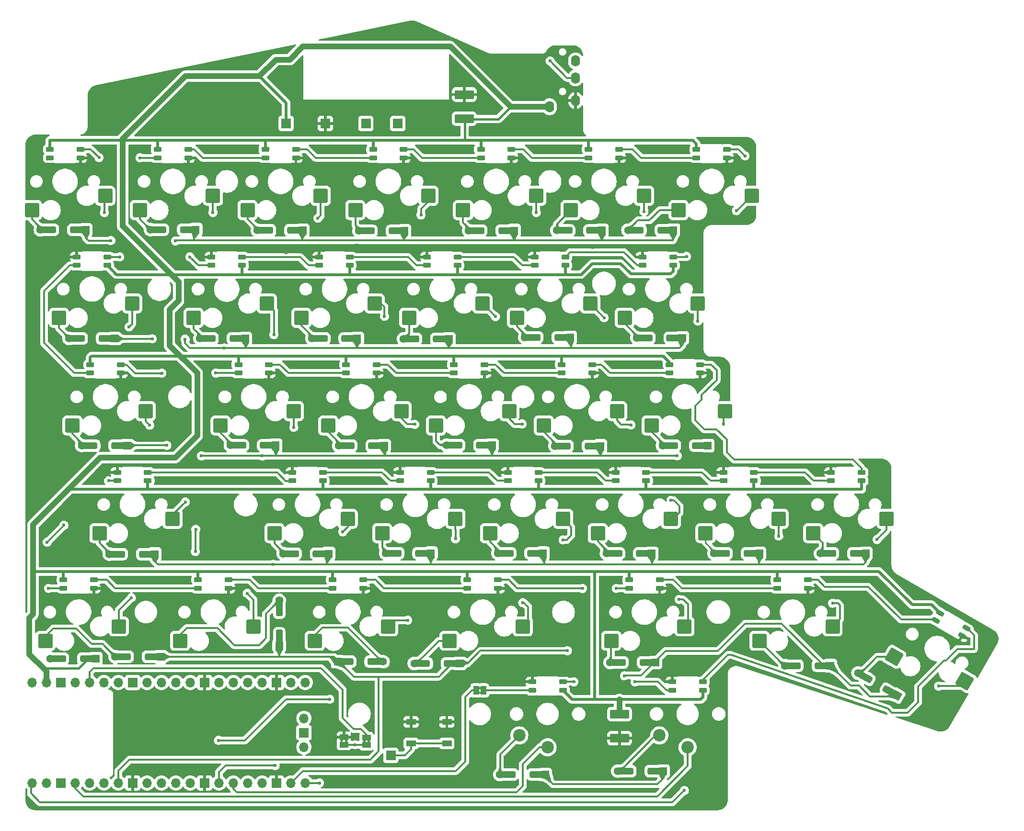
<source format=gbr>
%TF.GenerationSoftware,KiCad,Pcbnew,8.0.7*%
%TF.CreationDate,2025-06-02T16:21:18+02:00*%
%TF.ProjectId,pcb_keyboard_sx,7063625f-6b65-4796-926f-6172645f7378,rev?*%
%TF.SameCoordinates,Original*%
%TF.FileFunction,Copper,L2,Bot*%
%TF.FilePolarity,Positive*%
%FSLAX46Y46*%
G04 Gerber Fmt 4.6, Leading zero omitted, Abs format (unit mm)*
G04 Created by KiCad (PCBNEW 8.0.7) date 2025-06-02 16:21:18*
%MOMM*%
%LPD*%
G01*
G04 APERTURE LIST*
G04 Aperture macros list*
%AMRoundRect*
0 Rectangle with rounded corners*
0 $1 Rounding radius*
0 $2 $3 $4 $5 $6 $7 $8 $9 X,Y pos of 4 corners*
0 Add a 4 corners polygon primitive as box body*
4,1,4,$2,$3,$4,$5,$6,$7,$8,$9,$2,$3,0*
0 Add four circle primitives for the rounded corners*
1,1,$1+$1,$2,$3*
1,1,$1+$1,$4,$5*
1,1,$1+$1,$6,$7*
1,1,$1+$1,$8,$9*
0 Add four rect primitives between the rounded corners*
20,1,$1+$1,$2,$3,$4,$5,0*
20,1,$1+$1,$4,$5,$6,$7,0*
20,1,$1+$1,$6,$7,$8,$9,0*
20,1,$1+$1,$8,$9,$2,$3,0*%
%AMRotRect*
0 Rectangle, with rotation*
0 The origin of the aperture is its center*
0 $1 length*
0 $2 width*
0 $3 Rotation angle, in degrees counterclockwise*
0 Add horizontal line*
21,1,$1,$2,0,0,$3*%
G04 Aperture macros list end*
%TA.AperFunction,EtchedComponent*%
%ADD10C,0.000000*%
%TD*%
%TA.AperFunction,ComponentPad*%
%ADD11R,1.700000X1.700000*%
%TD*%
%TA.AperFunction,SMDPad,CuDef*%
%ADD12RoundRect,0.250000X1.025000X1.000000X-1.025000X1.000000X-1.025000X-1.000000X1.025000X-1.000000X0*%
%TD*%
%TA.AperFunction,ComponentPad*%
%ADD13O,1.700000X1.700000*%
%TD*%
%TA.AperFunction,ComponentPad*%
%ADD14O,1.600000X2.000000*%
%TD*%
%TA.AperFunction,ComponentPad*%
%ADD15C,2.200000*%
%TD*%
%TA.AperFunction,ComponentPad*%
%ADD16R,1.400000X1.400000*%
%TD*%
%TA.AperFunction,SMDPad,CuDef*%
%ADD17R,1.600000X1.200000*%
%TD*%
%TA.AperFunction,SMDPad,CuDef*%
%ADD18RoundRect,0.300000X0.400000X0.300000X-0.400000X0.300000X-0.400000X-0.300000X0.400000X-0.300000X0*%
%TD*%
%TA.AperFunction,SMDPad,CuDef*%
%ADD19R,2.140000X1.200000*%
%TD*%
%TA.AperFunction,ComponentPad*%
%ADD20C,1.400000*%
%TD*%
%TA.AperFunction,SMDPad,CuDef*%
%ADD21RoundRect,0.250000X1.387676X0.353525X-0.387676X1.378525X-1.387676X-0.353525X0.387676X-1.378525X0*%
%TD*%
%TA.AperFunction,SMDPad,CuDef*%
%ADD22RoundRect,0.300000X0.450000X0.300000X-0.450000X0.300000X-0.450000X-0.300000X0.450000X-0.300000X0*%
%TD*%
%TA.AperFunction,SMDPad,CuDef*%
%ADD23R,2.120000X1.200000*%
%TD*%
%TA.AperFunction,SMDPad,CuDef*%
%ADD24RoundRect,0.205000X0.495000X0.205000X-0.495000X0.205000X-0.495000X-0.205000X0.495000X-0.205000X0*%
%TD*%
%TA.AperFunction,SMDPad,CuDef*%
%ADD25R,1.500000X1.000000*%
%TD*%
%TA.AperFunction,SMDPad,CuDef*%
%ADD26RoundRect,0.205000X0.531183X-0.069965X-0.326183X0.425035X-0.531183X0.069965X0.326183X-0.425035X0*%
%TD*%
%TA.AperFunction,SMDPad,CuDef*%
%ADD27R,1.000000X1.500000*%
%TD*%
%TA.AperFunction,SMDPad,CuDef*%
%ADD28RoundRect,0.205000X-0.495000X-0.205000X0.495000X-0.205000X0.495000X0.205000X-0.495000X0.205000X0*%
%TD*%
%TA.AperFunction,ComponentPad*%
%ADD29RotRect,1.400000X1.400000X150.000000*%
%TD*%
%TA.AperFunction,SMDPad,CuDef*%
%ADD30RotRect,1.600000X1.200000X150.000000*%
%TD*%
%TA.AperFunction,SMDPad,CuDef*%
%ADD31RoundRect,0.300000X0.539711X0.034808X-0.239711X0.484808X-0.539711X-0.034808X0.239711X-0.484808X0*%
%TD*%
%TA.AperFunction,SMDPad,CuDef*%
%ADD32RoundRect,0.300000X0.496410X0.059808X-0.196410X0.459808X-0.496410X-0.059808X0.196410X-0.459808X0*%
%TD*%
%TA.AperFunction,SMDPad,CuDef*%
%ADD33RotRect,2.120000X1.200000X150.000000*%
%TD*%
%TA.AperFunction,SMDPad,CuDef*%
%ADD34RoundRect,0.250000X-1.450000X0.537500X-1.450000X-0.537500X1.450000X-0.537500X1.450000X0.537500X0*%
%TD*%
%TA.AperFunction,SMDPad,CuDef*%
%ADD35RoundRect,0.300000X-0.450000X-0.300000X0.450000X-0.300000X0.450000X0.300000X-0.450000X0.300000X0*%
%TD*%
%TA.AperFunction,SMDPad,CuDef*%
%ADD36RoundRect,0.300000X-0.400000X-0.300000X0.400000X-0.300000X0.400000X0.300000X-0.400000X0.300000X0*%
%TD*%
%TA.AperFunction,SMDPad,CuDef*%
%ADD37R,1.200000X1.600000*%
%TD*%
%TA.AperFunction,SMDPad,CuDef*%
%ADD38RoundRect,0.300000X0.300000X-0.450000X0.300000X0.450000X-0.300000X0.450000X-0.300000X-0.450000X0*%
%TD*%
%TA.AperFunction,SMDPad,CuDef*%
%ADD39RoundRect,0.300000X0.300000X-0.400000X0.300000X0.400000X-0.300000X0.400000X-0.300000X-0.400000X0*%
%TD*%
%TA.AperFunction,SMDPad,CuDef*%
%ADD40R,1.200000X2.120000*%
%TD*%
%TA.AperFunction,SMDPad,CuDef*%
%ADD41RoundRect,0.250000X1.450000X-0.537500X1.450000X0.537500X-1.450000X0.537500X-1.450000X-0.537500X0*%
%TD*%
%TA.AperFunction,SMDPad,CuDef*%
%ADD42R,1.700000X1.000000*%
%TD*%
%TA.AperFunction,ViaPad*%
%ADD43C,0.600000*%
%TD*%
%TA.AperFunction,Conductor*%
%ADD44C,0.350000*%
%TD*%
%TA.AperFunction,Conductor*%
%ADD45C,0.500000*%
%TD*%
%TA.AperFunction,Conductor*%
%ADD46C,0.300000*%
%TD*%
%TA.AperFunction,Conductor*%
%ADD47C,0.250000*%
%TD*%
%TA.AperFunction,Conductor*%
%ADD48C,0.450000*%
%TD*%
%TA.AperFunction,Conductor*%
%ADD49C,1.000000*%
%TD*%
G04 APERTURE END LIST*
D10*
%TA.AperFunction,EtchedComponent*%
%TO.C,JP2*%
G36*
X83764000Y-146297000D02*
G01*
X83364000Y-146297000D01*
X83364000Y-145797000D01*
X83764000Y-145797000D01*
X83764000Y-146297000D01*
G37*
%TD.AperFunction*%
%TA.AperFunction,EtchedComponent*%
G36*
X84564000Y-146297000D02*
G01*
X84164000Y-146297000D01*
X84164000Y-145797000D01*
X84564000Y-145797000D01*
X84564000Y-146297000D01*
G37*
%TD.AperFunction*%
%TA.AperFunction,EtchedComponent*%
%TO.C,JP3*%
G36*
X104224000Y-136837000D02*
G01*
X103724000Y-136837000D01*
X103724000Y-136437000D01*
X104224000Y-136437000D01*
X104224000Y-136837000D01*
G37*
%TD.AperFunction*%
%TA.AperFunction,EtchedComponent*%
G36*
X104224000Y-137637000D02*
G01*
X103724000Y-137637000D01*
X103724000Y-137237000D01*
X104224000Y-137237000D01*
X104224000Y-137637000D01*
G37*
%TD.AperFunction*%
%TA.AperFunction,EtchedComponent*%
%TO.C,JP1*%
G36*
X79764000Y-146227000D02*
G01*
X79364000Y-146227000D01*
X79364000Y-145727000D01*
X79764000Y-145727000D01*
X79764000Y-146227000D01*
G37*
%TD.AperFunction*%
%TA.AperFunction,EtchedComponent*%
G36*
X80564000Y-146227000D02*
G01*
X80164000Y-146227000D01*
X80164000Y-145727000D01*
X80564000Y-145727000D01*
X80564000Y-146227000D01*
G37*
%TD.AperFunction*%
%TD*%
D11*
%TO.P,TP2,1,1*%
%TO.N,+5V*%
X69744000Y-36747000D03*
%TD*%
D12*
%TO.P,S34,1,1*%
%TO.N,Col 7*%
X175834000Y-106697000D03*
%TO.P,S34,2,2*%
%TO.N,Net-(D34-A)*%
X162907000Y-109237000D03*
%TD*%
D11*
%TO.P,TP4,1,1*%
%TO.N,SCL*%
X89495000Y-36788000D03*
%TD*%
D12*
%TO.P,S17,1,1*%
%TO.N,Col 4*%
X104434000Y-68607000D03*
%TO.P,S17,2,2*%
%TO.N,Net-(D17-A)*%
X91507000Y-71147000D03*
%TD*%
%TO.P,S8,1,1*%
%TO.N,Col 2*%
X66354000Y-68607000D03*
%TO.P,S8,2,2*%
%TO.N,Net-(D8-A)*%
X53427000Y-71147000D03*
%TD*%
%TO.P,S3,1,1*%
%TO.N,Col 0*%
X44932750Y-87647000D03*
%TO.P,S3,2,2*%
%TO.N,Net-(D3-A)*%
X32005750Y-90187000D03*
%TD*%
%TO.P,S11,1,1*%
%TO.N,Col 2*%
X80634000Y-106697000D03*
%TO.P,S11,2,2*%
%TO.N,Net-(D11-A)*%
X67707000Y-109237000D03*
%TD*%
%TO.P,S4,1,1*%
%TO.N,Col 0*%
X40170250Y-125727000D03*
%TO.P,S4,2,2*%
%TO.N,Net-(D4-A)*%
X27243250Y-128267000D03*
%TD*%
%TO.P,S13,1,1*%
%TO.N,Col 3*%
X87770250Y-125727000D03*
%TO.P,S13,2,2*%
%TO.N,Net-(D13-A)*%
X74843250Y-128267000D03*
%TD*%
%TO.P,S16,1,1*%
%TO.N,Col 3*%
X99674000Y-106697000D03*
%TO.P,S16,2,2*%
%TO.N,Net-(D16-A)*%
X86747000Y-109237000D03*
%TD*%
D13*
%TO.P,U1,1,GPIO0*%
%TO.N,Col 8*%
X24874000Y-153407000D03*
%TO.P,U1,2,GPIO1*%
%TO.N,Col 7*%
X27414000Y-153407000D03*
D11*
%TO.P,U1,3,GND*%
%TO.N,unconnected-(U1-GND-Pad3)*%
X29954000Y-153407000D03*
D13*
%TO.P,U1,4,GPIO2*%
%TO.N,Col 6*%
X32494000Y-153407000D03*
%TO.P,U1,5,GPIO3*%
%TO.N,Col 5*%
X35034000Y-153407000D03*
%TO.P,U1,6,GPIO4*%
%TO.N,unconnected-(U1-GPIO4-Pad6)_1*%
X37574000Y-153407000D03*
%TO.P,U1,7,GPIO5*%
%TO.N,Row 4*%
X40114000Y-153407000D03*
D11*
%TO.P,U1,8,GND*%
%TO.N,GND*%
X42654000Y-153407000D03*
D13*
%TO.P,U1,9,GPIO6*%
%TO.N,SDA*%
X45194000Y-153407000D03*
%TO.P,U1,10,GPIO7*%
%TO.N,SCL*%
X47734000Y-153407000D03*
%TO.P,U1,11,GPIO8*%
%TO.N,Col 3*%
X50274000Y-153407000D03*
%TO.P,U1,12,GPIO9*%
%TO.N,unconnected-(U1-GPIO9-Pad12)_1*%
X52814000Y-153407000D03*
D11*
%TO.P,U1,13,GND*%
%TO.N,GND*%
X55354000Y-153407000D03*
D13*
%TO.P,U1,14,GPIO10*%
%TO.N,SPLIT_HAND_PIN*%
X57894000Y-153407000D03*
%TO.P,U1,15,GPIO11*%
%TO.N,Col 4*%
X60434000Y-153407000D03*
%TO.P,U1,16,GPIO12*%
%TO.N,RX*%
X62974000Y-153407000D03*
%TO.P,U1,17,GPIO13*%
%TO.N,TX*%
X65514000Y-153407000D03*
D11*
%TO.P,U1,18,GND*%
%TO.N,GND*%
X68054000Y-153407000D03*
D13*
%TO.P,U1,19,GPIO14*%
%TO.N,LED_GPIO*%
X70594000Y-153407000D03*
%TO.P,U1,20,GPIO15*%
%TO.N,Row 5*%
X73134000Y-153407000D03*
%TO.P,U1,21,GPIO16*%
%TO.N,Col 2*%
X73134000Y-135627000D03*
%TO.P,U1,22,GPIO17*%
%TO.N,Row 3*%
X70594000Y-135627000D03*
D11*
%TO.P,U1,23,GND*%
%TO.N,GND*%
X68054000Y-135627000D03*
D13*
%TO.P,U1,24,GPIO18*%
%TO.N,Row 2*%
X65514000Y-135627000D03*
%TO.P,U1,25,GPIO19*%
%TO.N,Col 1*%
X62974000Y-135627000D03*
%TO.P,U1,26,GPIO20*%
%TO.N,Row 1*%
X60434000Y-135627000D03*
%TO.P,U1,27,GPIO21*%
%TO.N,Col 0*%
X57894000Y-135627000D03*
D11*
%TO.P,U1,28,GND*%
%TO.N,GND*%
X55354000Y-135627000D03*
D13*
%TO.P,U1,29,GPIO22*%
%TO.N,Row 0*%
X52814000Y-135627000D03*
%TO.P,U1,30,RUN*%
%TO.N,unconnected-(U1-RUN-Pad30)_1*%
X50274000Y-135627000D03*
%TO.P,U1,31,GPIO26_ADC0*%
%TO.N,unconnected-(U1-GPIO26_ADC0-Pad31)_1*%
X47734000Y-135627000D03*
%TO.P,U1,32,GPIO27_ADC1*%
%TO.N,unconnected-(U1-GPIO27_ADC1-Pad32)_1*%
X45194000Y-135627000D03*
D11*
%TO.P,U1,33,AGND*%
%TO.N,unconnected-(U1-AGND-Pad33)_1*%
X42654000Y-135627000D03*
D13*
%TO.P,U1,34,GPIO28_ADC2*%
%TO.N,unconnected-(U1-GPIO28_ADC2-Pad34)_1*%
X40114000Y-135627000D03*
%TO.P,U1,35,ADC_VREF*%
%TO.N,unconnected-(U1-ADC_VREF-Pad35)*%
X37574000Y-135627000D03*
%TO.P,U1,36,3V3*%
%TO.N,+3.3V*%
X35034000Y-135627000D03*
%TO.P,U1,37,3V3_EN*%
%TO.N,unconnected-(U1-3V3_EN-Pad37)*%
X32494000Y-135627000D03*
D11*
%TO.P,U1,38,GND*%
%TO.N,unconnected-(U1-GND-Pad38)_1*%
X29954000Y-135627000D03*
D13*
%TO.P,U1,39,VSYS*%
%TO.N,+5V*%
X27414000Y-135627000D03*
%TO.P,U1,40,VBUS*%
%TO.N,Net-(D36-A)*%
X24874000Y-135627000D03*
%TO.P,U1,41,SWCLK*%
%TO.N,unconnected-(U1-SWCLK-Pad41)*%
X72904000Y-147057000D03*
D11*
%TO.P,U1,42,GND*%
%TO.N,unconnected-(U1-GND-Pad42)_1*%
X72904000Y-144517000D03*
D13*
%TO.P,U1,43,SWDIO*%
%TO.N,unconnected-(U1-SWDIO-Pad43)*%
X72904000Y-141977000D03*
%TD*%
D12*
%TO.P,S21,1,1*%
%TO.N,Col 4*%
X111570250Y-125727000D03*
%TO.P,S21,2,2*%
%TO.N,Net-(D21-A)*%
X98643250Y-128267000D03*
%TD*%
%TO.P,S22,1,1*%
%TO.N,Col 4*%
X118714000Y-106697000D03*
%TO.P,S22,2,2*%
%TO.N,Net-(D22-A)*%
X105787000Y-109237000D03*
%TD*%
%TO.P,S7,1,1*%
%TO.N,Col 1*%
X63970250Y-125727000D03*
%TO.P,S7,2,2*%
%TO.N,Net-(D7-A)*%
X51043250Y-128267000D03*
%TD*%
%TO.P,S5,1,1*%
%TO.N,Col 1*%
X49695250Y-106697000D03*
%TO.P,S5,2,2*%
%TO.N,Net-(D5-A)*%
X36768250Y-109237000D03*
%TD*%
%TO.P,S27,1,1*%
%TO.N,Col 5*%
X137754000Y-106697000D03*
%TO.P,S27,2,2*%
%TO.N,Net-(D27-A)*%
X124827000Y-109237000D03*
%TD*%
%TO.P,S28,1,1*%
%TO.N,Col 6*%
X142514000Y-68607000D03*
%TO.P,S28,2,2*%
%TO.N,Net-(D28-A)*%
X129587000Y-71147000D03*
%TD*%
D14*
%TO.P,U2,1,SLEEVE*%
%TO.N,+5V*%
X116299000Y-33802000D03*
%TO.P,U2,2,TIP*%
%TO.N,GND*%
X120899000Y-32702000D03*
%TO.P,U2,3,RING1*%
%TO.N,RX*%
X120899000Y-28702000D03*
%TO.P,U2,4,RING2*%
%TO.N,TX*%
X120899000Y-25702000D03*
%TD*%
D15*
%TO.P,S29,1,1*%
%TO.N,Col 6*%
X140699000Y-147102000D03*
%TO.P,S29,2,2*%
%TO.N,Net-(D29-A)*%
X135699000Y-145002000D03*
%TD*%
%TO.P,S20,1,1*%
%TO.N,Col 4*%
X115949000Y-147102000D03*
%TO.P,S20,2,2*%
%TO.N,Net-(D20-A)*%
X110949000Y-145002000D03*
%TD*%
D12*
%TO.P,S23,1,1*%
%TO.N,Col 5*%
X123474000Y-68607000D03*
%TO.P,S23,2,2*%
%TO.N,Net-(D23-A)*%
X110547000Y-71147000D03*
%TD*%
%TO.P,S32,1,1*%
%TO.N,Col 6*%
X156794000Y-106697000D03*
%TO.P,S32,2,2*%
%TO.N,Net-(D32-A)*%
X143867000Y-109237000D03*
%TD*%
%TO.P,S9,1,1*%
%TO.N,Col 2*%
X71109000Y-87647000D03*
%TO.P,S9,2,2*%
%TO.N,Net-(D9-A)*%
X58182000Y-90187000D03*
%TD*%
%TO.P,S2,1,1*%
%TO.N,Col 0*%
X42551500Y-68597000D03*
%TO.P,S2,2,2*%
%TO.N,Net-(D2-A)*%
X29624500Y-71137000D03*
%TD*%
D16*
%TO.P,D6,1,K*%
%TO.N,Row 0*%
X53774000Y-55537000D03*
D17*
X52524000Y-55537000D03*
D18*
X51674000Y-55537000D03*
%TO.P,D6,2,A*%
%TO.N,Net-(D6-A)*%
X47874000Y-55537000D03*
D19*
X46804000Y-55537000D03*
D20*
X45774000Y-55537000D03*
%TD*%
D12*
%TO.P,S19,1,1*%
%TO.N,Col 4*%
X113949000Y-49557000D03*
%TO.P,S19,2,2*%
%TO.N,Net-(D19-A)*%
X101022000Y-52097000D03*
%TD*%
%TO.P,S18,1,1*%
%TO.N,Col 4*%
X109189000Y-87647000D03*
%TO.P,S18,2,2*%
%TO.N,Net-(D18-A)*%
X96262000Y-90187000D03*
%TD*%
%TO.P,S12,1,1*%
%TO.N,Col 3*%
X85394000Y-68607000D03*
%TO.P,S12,2,2*%
%TO.N,Net-(D12-A)*%
X72467000Y-71147000D03*
%TD*%
%TO.P,S10,1,1*%
%TO.N,Col 2*%
X75869000Y-49557000D03*
%TO.P,S10,2,2*%
%TO.N,Net-(D10-A)*%
X62942000Y-52097000D03*
%TD*%
%TO.P,S15,1,1*%
%TO.N,Col 3*%
X94909000Y-49557000D03*
%TO.P,S15,2,2*%
%TO.N,Net-(D15-A)*%
X81982000Y-52097000D03*
%TD*%
%TO.P,S26,1,1*%
%TO.N,Col 5*%
X140132750Y-125727000D03*
%TO.P,S26,2,2*%
%TO.N,Net-(D26-A)*%
X127205750Y-128267000D03*
%TD*%
%TO.P,S25,1,1*%
%TO.N,Col 5*%
X132989000Y-49557000D03*
%TO.P,S25,2,2*%
%TO.N,Net-(D25-A)*%
X120062000Y-52097000D03*
%TD*%
%TO.P,S30,1,1*%
%TO.N,Col 6*%
X147269000Y-87647000D03*
%TO.P,S30,2,2*%
%TO.N,Net-(D30-A)*%
X134342000Y-90187000D03*
%TD*%
%TO.P,S1,1,1*%
%TO.N,Col 0*%
X37789000Y-49557000D03*
%TO.P,S1,2,2*%
%TO.N,Net-(D1-A)*%
X24862000Y-52097000D03*
%TD*%
%TO.P,S33,1,1*%
%TO.N,Col 7*%
X166309000Y-125727000D03*
%TO.P,S33,2,2*%
%TO.N,Net-(D33-A)*%
X153382000Y-128267000D03*
%TD*%
%TO.P,S14,1,1*%
%TO.N,Col 3*%
X90149000Y-87647000D03*
%TO.P,S14,2,2*%
%TO.N,Net-(D14-A)*%
X77222000Y-90187000D03*
%TD*%
D11*
%TO.P,TP1,1,1*%
%TO.N,GND*%
X76674000Y-36767000D03*
%TD*%
%TO.P,TP3,1,1*%
%TO.N,SDA*%
X83845000Y-36788000D03*
%TD*%
D12*
%TO.P,S6,1,1*%
%TO.N,Col 1*%
X56829000Y-49557000D03*
%TO.P,S6,2,2*%
%TO.N,Net-(D6-A)*%
X43902000Y-52097000D03*
%TD*%
%TO.P,S24,1,1*%
%TO.N,Col 5*%
X128229000Y-87647000D03*
%TO.P,S24,2,2*%
%TO.N,Net-(D24-A)*%
X115302000Y-90187000D03*
%TD*%
D21*
%TO.P,S35,1,1*%
%TO.N,Col 8*%
X189651790Y-135367205D03*
%TO.P,S35,2,2*%
%TO.N,Net-(D35-A)*%
X177186680Y-131103409D03*
%TD*%
D12*
%TO.P,S31,1,1*%
%TO.N,Col 6*%
X152029000Y-49557000D03*
%TO.P,S31,2,2*%
%TO.N,Net-(D31-A)*%
X139102000Y-52097000D03*
%TD*%
D16*
%TO.P,D36,1,K*%
%TO.N,+5V*%
X36111500Y-131418250D03*
D17*
X34811500Y-131418250D03*
D22*
X34061500Y-131418250D03*
D18*
%TO.P,D36,2,A*%
%TO.N,Net-(D36-A)*%
X30211500Y-131418250D03*
D23*
X29151500Y-131418250D03*
D20*
X28111500Y-131418250D03*
%TD*%
D24*
%TO.P,LED9,1,VDD*%
%TO.N,+5V*%
X61324000Y-79408000D03*
%TO.P,LED9,2,DOUT*%
%TO.N,Net-(LED3-DIN)*%
X61324000Y-80908000D03*
%TO.P,LED9,3,VSS*%
%TO.N,GND*%
X66724000Y-80908000D03*
%TO.P,LED9,4,DIN*%
%TO.N,Net-(LED14-DOUT)*%
X66724000Y-79408000D03*
%TD*%
D16*
%TO.P,D12,1,K*%
%TO.N,Row 1*%
X82314000Y-74787000D03*
D17*
X81014000Y-74787000D03*
D22*
X80264000Y-74787000D03*
D18*
%TO.P,D12,2,A*%
%TO.N,Net-(D12-A)*%
X76414000Y-74787000D03*
D23*
X75354000Y-74787000D03*
D20*
X74314000Y-74787000D03*
%TD*%
D16*
%TO.P,D33,1,K*%
%TO.N,Row 4*%
X165914000Y-132657000D03*
D17*
X164614000Y-132657000D03*
D22*
X163864000Y-132657000D03*
D18*
%TO.P,D33,2,A*%
%TO.N,Net-(D33-A)*%
X160014000Y-132657000D03*
D23*
X158954000Y-132657000D03*
D20*
X157914000Y-132657000D03*
%TD*%
D25*
%TO.P,JP2,1,A*%
%TO.N,SPLIT_HAND_PIN*%
X83964000Y-146697000D03*
%TO.P,JP2,2,B*%
%TO.N,+3.3V*%
X83964000Y-145397000D03*
%TD*%
D16*
%TO.P,D16,1,K*%
%TO.N,Row 3*%
X95344000Y-112767000D03*
D17*
X94044000Y-112767000D03*
D22*
X93294000Y-112767000D03*
D18*
%TO.P,D16,2,A*%
%TO.N,Net-(D16-A)*%
X89444000Y-112767000D03*
D23*
X88384000Y-112767000D03*
D20*
X87344000Y-112767000D03*
%TD*%
D24*
%TO.P,LED21,1,VDD*%
%TO.N,+5V*%
X101785250Y-117498000D03*
%TO.P,LED21,2,DOUT*%
%TO.N,Net-(LED13-DIN)*%
X101785250Y-118998000D03*
%TO.P,LED21,3,VSS*%
%TO.N,GND*%
X107185250Y-118998000D03*
%TO.P,LED21,4,DIN*%
%TO.N,Net-(LED21-DIN)*%
X107185250Y-117498000D03*
%TD*%
D26*
%TO.P,LED35,1,VDD*%
%TO.N,+5V*%
X185292231Y-123348182D03*
%TO.P,LED35,2,DOUT*%
%TO.N,Net-(LED33-DIN)*%
X184542231Y-124647220D03*
%TO.P,LED35,3,VSS*%
%TO.N,GND*%
X189218769Y-127347220D03*
%TO.P,LED35,4,DIN*%
%TO.N,Net-(LED29-DOUT)*%
X189968769Y-126048182D03*
%TD*%
D27*
%TO.P,JP3,1,A*%
%TO.N,LED_GPIO*%
X103324000Y-137037000D03*
%TO.P,JP3,2,B*%
%TO.N,Net-(JP3-B)*%
X104624000Y-137037000D03*
%TD*%
D28*
%TO.P,LED8,1,VDD*%
%TO.N,+5V*%
X61964000Y-61868000D03*
%TO.P,LED8,2,DOUT*%
%TO.N,Net-(LED12-DIN)*%
X61964000Y-60368000D03*
%TO.P,LED8,3,VSS*%
%TO.N,GND*%
X56564000Y-60368000D03*
%TO.P,LED8,4,DIN*%
%TO.N,Net-(LED2-DOUT)*%
X56564000Y-61868000D03*
%TD*%
D16*
%TO.P,D15,1,K*%
%TO.N,Row 0*%
X90651500Y-55768250D03*
D17*
X89351500Y-55768250D03*
D22*
X88601500Y-55768250D03*
D18*
%TO.P,D15,2,A*%
%TO.N,Net-(D15-A)*%
X84751500Y-55768250D03*
D23*
X83691500Y-55768250D03*
D20*
X82651500Y-55768250D03*
%TD*%
D16*
%TO.P,D28,1,K*%
%TO.N,Row 1*%
X139734000Y-74697000D03*
D17*
X138434000Y-74697000D03*
D22*
X137684000Y-74697000D03*
D18*
%TO.P,D28,2,A*%
%TO.N,Net-(D28-A)*%
X133834000Y-74697000D03*
D23*
X132774000Y-74697000D03*
D20*
X131734000Y-74697000D03*
%TD*%
D16*
%TO.P,D9,1,K*%
%TO.N,Row 2*%
X67904000Y-93697000D03*
D17*
X66604000Y-93697000D03*
D22*
X65854000Y-93697000D03*
D18*
%TO.P,D9,2,A*%
%TO.N,Net-(D9-A)*%
X62004000Y-93697000D03*
D23*
X60944000Y-93697000D03*
D20*
X59904000Y-93697000D03*
%TD*%
D16*
%TO.P,D30,1,K*%
%TO.N,Row 2*%
X144251500Y-93728250D03*
D17*
X142951500Y-93728250D03*
D22*
X142201500Y-93728250D03*
D18*
%TO.P,D30,2,A*%
%TO.N,Net-(D30-A)*%
X138351500Y-93728250D03*
D23*
X137291500Y-93728250D03*
D20*
X136251500Y-93728250D03*
%TD*%
D16*
%TO.P,D3,1,K*%
%TO.N,Row 2*%
X41644000Y-93727000D03*
D17*
X40344000Y-93727000D03*
D22*
X39594000Y-93727000D03*
D18*
%TO.P,D3,2,A*%
%TO.N,Net-(D3-A)*%
X35744000Y-93727000D03*
D23*
X34684000Y-93727000D03*
D20*
X33644000Y-93727000D03*
%TD*%
D16*
%TO.P,D27,1,K*%
%TO.N,Row 3*%
X134364000Y-112817000D03*
D17*
X133064000Y-112817000D03*
D22*
X132314000Y-112817000D03*
D18*
%TO.P,D27,2,A*%
%TO.N,Net-(D27-A)*%
X128464000Y-112817000D03*
D23*
X127404000Y-112817000D03*
D20*
X126364000Y-112817000D03*
%TD*%
D24*
%TO.P,LED30,1,VDD*%
%TO.N,+5V*%
X137484000Y-79408000D03*
%TO.P,LED30,2,DOUT*%
%TO.N,Net-(LED24-DIN)*%
X137484000Y-80908000D03*
%TO.P,LED30,3,VSS*%
%TO.N,GND*%
X142884000Y-80908000D03*
%TO.P,LED30,4,DIN*%
%TO.N,Net-(LED30-DIN)*%
X142884000Y-79408000D03*
%TD*%
%TO.P,LED31,1,VDD*%
%TO.N,+5V*%
X142244000Y-41328000D03*
%TO.P,LED31,2,DOUT*%
%TO.N,Net-(LED25-DIN)*%
X142244000Y-42828000D03*
%TO.P,LED31,3,VSS*%
%TO.N,GND*%
X147644000Y-42828000D03*
%TO.P,LED31,4,DIN*%
%TO.N,Net-(LED28-DOUT)*%
X147644000Y-41328000D03*
%TD*%
D16*
%TO.P,D11,1,K*%
%TO.N,Row 3*%
X77244000Y-112847000D03*
D17*
X75944000Y-112847000D03*
D22*
X75194000Y-112847000D03*
D18*
%TO.P,D11,2,A*%
%TO.N,Net-(D11-A)*%
X71344000Y-112847000D03*
D23*
X70284000Y-112847000D03*
D20*
X69244000Y-112847000D03*
%TD*%
D24*
%TO.P,LED3,1,VDD*%
%TO.N,+5V*%
X35147750Y-79418000D03*
%TO.P,LED3,2,DOUT*%
%TO.N,Net-(LED2-DIN)*%
X35147750Y-80918000D03*
%TO.P,LED3,3,VSS*%
%TO.N,GND*%
X40547750Y-80918000D03*
%TO.P,LED3,4,DIN*%
%TO.N,Net-(LED3-DIN)*%
X40547750Y-79418000D03*
%TD*%
%TO.P,LED14,1,VDD*%
%TO.N,+5V*%
X80364000Y-79408000D03*
%TO.P,LED14,2,DOUT*%
%TO.N,Net-(LED14-DOUT)*%
X80364000Y-80908000D03*
%TO.P,LED14,3,VSS*%
%TO.N,GND*%
X85764000Y-80908000D03*
%TO.P,LED14,4,DIN*%
%TO.N,Net-(LED14-DIN)*%
X85764000Y-79408000D03*
%TD*%
D16*
%TO.P,D2,1,K*%
%TO.N,Row 1*%
X39431500Y-74788250D03*
D17*
X38131500Y-74788250D03*
D22*
X37381500Y-74788250D03*
D18*
%TO.P,D2,2,A*%
%TO.N,Net-(D2-A)*%
X33531500Y-74788250D03*
D23*
X32471500Y-74788250D03*
D20*
X31431500Y-74788250D03*
%TD*%
D28*
%TO.P,LED12,1,VDD*%
%TO.N,+5V*%
X81004000Y-61868000D03*
%TO.P,LED12,2,DOUT*%
%TO.N,Net-(LED12-DOUT)*%
X81004000Y-60368000D03*
%TO.P,LED12,3,VSS*%
%TO.N,GND*%
X75604000Y-60368000D03*
%TO.P,LED12,4,DIN*%
%TO.N,Net-(LED12-DIN)*%
X75604000Y-61868000D03*
%TD*%
D29*
%TO.P,D35,1,K*%
%TO.N,Row 4*%
X177733550Y-137957000D03*
D30*
X176607717Y-137307000D03*
D31*
X175958198Y-136932000D03*
D32*
%TO.P,D35,2,A*%
%TO.N,Net-(D35-A)*%
X172624000Y-135007000D03*
D33*
X171706013Y-134477000D03*
D20*
X170805346Y-133957000D03*
%TD*%
D16*
%TO.P,D22,1,K*%
%TO.N,Row 3*%
X115151500Y-112768250D03*
D17*
X113851500Y-112768250D03*
D22*
X113101500Y-112768250D03*
D18*
%TO.P,D22,2,A*%
%TO.N,Net-(D22-A)*%
X109251500Y-112768250D03*
D23*
X108191500Y-112768250D03*
D20*
X107151500Y-112768250D03*
%TD*%
D34*
%TO.P,begin1,1*%
%TO.N,+5V*%
X128684000Y-141229500D03*
%TO.P,begin1,2*%
%TO.N,GND*%
X128684000Y-145504500D03*
%TD*%
D24*
%TO.P,LED10,1,VDD*%
%TO.N,+5V*%
X66084000Y-41328000D03*
%TO.P,LED10,2,DOUT*%
%TO.N,Net-(LED10-DOUT)*%
X66084000Y-42828000D03*
%TO.P,LED10,3,VSS*%
%TO.N,GND*%
X71484000Y-42828000D03*
%TO.P,LED10,4,DIN*%
%TO.N,Net-(LED10-DIN)*%
X71484000Y-41328000D03*
%TD*%
D16*
%TO.P,D18,1,K*%
%TO.N,Row 2*%
X106114000Y-93677000D03*
D17*
X104814000Y-93677000D03*
D22*
X104064000Y-93677000D03*
D18*
%TO.P,D18,2,A*%
%TO.N,Net-(D18-A)*%
X100214000Y-93677000D03*
D23*
X99154000Y-93677000D03*
D20*
X98114000Y-93677000D03*
%TD*%
D24*
%TO.P,LED7,1,VDD*%
%TO.N,+5V*%
X54185250Y-117498000D03*
%TO.P,LED7,2,DOUT*%
%TO.N,Net-(LED4-DIN)*%
X54185250Y-118998000D03*
%TO.P,LED7,3,VSS*%
%TO.N,GND*%
X59585250Y-118998000D03*
%TO.P,LED7,4,DIN*%
%TO.N,Net-(LED13-DOUT)*%
X59585250Y-117498000D03*
%TD*%
D16*
%TO.P,D26,1,K*%
%TO.N,Row 4*%
X135001500Y-132088250D03*
D17*
X133701500Y-132088250D03*
D22*
X132951500Y-132088250D03*
D18*
%TO.P,D26,2,A*%
%TO.N,Net-(D26-A)*%
X129101500Y-132088250D03*
D23*
X128041500Y-132088250D03*
D20*
X127001500Y-132088250D03*
%TD*%
D28*
%TO.P,LED20,1,VDD*%
%TO.N,+5V*%
X118649000Y-137013000D03*
%TO.P,LED20,2,DOUT*%
%TO.N,Net-(LED20-DOUT)*%
X118649000Y-135513000D03*
%TO.P,LED20,3,VSS*%
%TO.N,GND*%
X113249000Y-135513000D03*
%TO.P,LED20,4,DIN*%
%TO.N,Net-(JP3-B)*%
X113249000Y-137013000D03*
%TD*%
%TO.P,LED28,1,VDD*%
%TO.N,+5V*%
X138124000Y-61868000D03*
%TO.P,LED28,2,DOUT*%
%TO.N,Net-(LED28-DOUT)*%
X138124000Y-60368000D03*
%TO.P,LED28,3,VSS*%
%TO.N,GND*%
X132724000Y-60368000D03*
%TO.P,LED28,4,DIN*%
%TO.N,Net-(LED23-DOUT)*%
X132724000Y-61868000D03*
%TD*%
D16*
%TO.P,D14,1,K*%
%TO.N,Row 2*%
X87064000Y-93767000D03*
D17*
X85764000Y-93767000D03*
D22*
X85014000Y-93767000D03*
D18*
%TO.P,D14,2,A*%
%TO.N,Net-(D14-A)*%
X81164000Y-93767000D03*
D23*
X80104000Y-93767000D03*
D20*
X79064000Y-93767000D03*
%TD*%
D16*
%TO.P,D17,1,K*%
%TO.N,Row 1*%
X98494000Y-74877000D03*
D17*
X97194000Y-74877000D03*
D22*
X96444000Y-74877000D03*
D18*
%TO.P,D17,2,A*%
%TO.N,Net-(D17-A)*%
X92594000Y-74877000D03*
D23*
X91534000Y-74877000D03*
D20*
X90494000Y-74877000D03*
%TD*%
D16*
%TO.P,D32,1,K*%
%TO.N,Row 3*%
X153384000Y-112817000D03*
D17*
X152084000Y-112817000D03*
D22*
X151334000Y-112817000D03*
D18*
%TO.P,D32,2,A*%
%TO.N,Net-(D32-A)*%
X147484000Y-112817000D03*
D23*
X146424000Y-112817000D03*
D20*
X145384000Y-112817000D03*
%TD*%
D28*
%TO.P,LED11,1,VDD*%
%TO.N,+5V*%
X76249000Y-99968000D03*
%TO.P,LED11,2,DOUT*%
%TO.N,Net-(LED11-DOUT)*%
X76249000Y-98468000D03*
%TO.P,LED11,3,VSS*%
%TO.N,GND*%
X70849000Y-98468000D03*
%TO.P,LED11,4,DIN*%
%TO.N,Net-(LED11-DIN)*%
X70849000Y-99968000D03*
%TD*%
%TO.P,LED2,1,VDD*%
%TO.N,+5V*%
X38164000Y-61868000D03*
%TO.P,LED2,2,DOUT*%
%TO.N,Net-(LED2-DOUT)*%
X38164000Y-60368000D03*
%TO.P,LED2,3,VSS*%
%TO.N,GND*%
X32764000Y-60368000D03*
%TO.P,LED2,4,DIN*%
%TO.N,Net-(LED2-DIN)*%
X32764000Y-61868000D03*
%TD*%
D16*
%TO.P,D1,1,K*%
%TO.N,Row 0*%
X34354000Y-55567000D03*
D17*
X33054000Y-55567000D03*
D22*
X32304000Y-55567000D03*
D18*
%TO.P,D1,2,A*%
%TO.N,Net-(D1-A)*%
X28454000Y-55567000D03*
D23*
X27394000Y-55567000D03*
D20*
X26354000Y-55567000D03*
%TD*%
D24*
%TO.P,LED18,1,VDD*%
%TO.N,+5V*%
X99404000Y-79408000D03*
%TO.P,LED18,2,DOUT*%
%TO.N,Net-(LED14-DIN)*%
X99404000Y-80908000D03*
%TO.P,LED18,3,VSS*%
%TO.N,GND*%
X104804000Y-80908000D03*
%TO.P,LED18,4,DIN*%
%TO.N,Net-(LED18-DIN)*%
X104804000Y-79408000D03*
%TD*%
%TO.P,LED4,1,VDD*%
%TO.N,+5V*%
X30385250Y-117498000D03*
%TO.P,LED4,2,DOUT*%
%TO.N,Net-(LED4-DOUT)*%
X30385250Y-118998000D03*
%TO.P,LED4,3,VSS*%
%TO.N,GND*%
X35785250Y-118998000D03*
%TO.P,LED4,4,DIN*%
%TO.N,Net-(LED4-DIN)*%
X35785250Y-117498000D03*
%TD*%
D16*
%TO.P,D8,1,K*%
%TO.N,Row 1*%
X62544000Y-74787000D03*
D17*
X61244000Y-74787000D03*
D22*
X60494000Y-74787000D03*
D18*
%TO.P,D8,2,A*%
%TO.N,Net-(D8-A)*%
X56644000Y-74787000D03*
D23*
X55584000Y-74787000D03*
D20*
X54544000Y-74787000D03*
%TD*%
D16*
%TO.P,D13,1,K*%
%TO.N,Row 4*%
X78884000Y-131957000D03*
D17*
X80184000Y-131957000D03*
D35*
X80934000Y-131957000D03*
D36*
%TO.P,D13,2,A*%
%TO.N,Net-(D13-A)*%
X84784000Y-131957000D03*
D23*
X85844000Y-131957000D03*
D20*
X86884000Y-131957000D03*
%TD*%
D24*
%TO.P,LED19,1,VDD*%
%TO.N,+5V*%
X104164000Y-41328000D03*
%TO.P,LED19,2,DOUT*%
%TO.N,Net-(LED15-DIN)*%
X104164000Y-42828000D03*
%TO.P,LED19,3,VSS*%
%TO.N,GND*%
X109564000Y-42828000D03*
%TO.P,LED19,4,DIN*%
%TO.N,Net-(LED19-DIN)*%
X109564000Y-41328000D03*
%TD*%
D16*
%TO.P,D7,1,K*%
%TO.N,Row 4*%
X68532750Y-129114500D03*
D37*
X68532750Y-127814500D03*
D38*
X68532750Y-127064500D03*
D39*
%TO.P,D7,2,A*%
%TO.N,Net-(D7-A)*%
X68532750Y-123214500D03*
D40*
X68532750Y-122154500D03*
D20*
X68532750Y-121114500D03*
%TD*%
D28*
%TO.P,LED32,1,VDD*%
%TO.N,+5V*%
X152409000Y-99968000D03*
%TO.P,LED32,2,DOUT*%
%TO.N,Net-(LED32-DOUT)*%
X152409000Y-98468000D03*
%TO.P,LED32,3,VSS*%
%TO.N,GND*%
X147009000Y-98468000D03*
%TO.P,LED32,4,DIN*%
%TO.N,Net-(LED27-DOUT)*%
X147009000Y-99968000D03*
%TD*%
D16*
%TO.P,D24,1,K*%
%TO.N,Row 2*%
X125284000Y-93797000D03*
D17*
X123984000Y-93797000D03*
D22*
X123234000Y-93797000D03*
D18*
%TO.P,D24,2,A*%
%TO.N,Net-(D24-A)*%
X119384000Y-93797000D03*
D23*
X118324000Y-93797000D03*
D20*
X117284000Y-93797000D03*
%TD*%
D24*
%TO.P,LED13,1,VDD*%
%TO.N,+5V*%
X77985250Y-117498000D03*
%TO.P,LED13,2,DOUT*%
%TO.N,Net-(LED13-DOUT)*%
X77985250Y-118998000D03*
%TO.P,LED13,3,VSS*%
%TO.N,GND*%
X83385250Y-118998000D03*
%TO.P,LED13,4,DIN*%
%TO.N,Net-(LED13-DIN)*%
X83385250Y-117498000D03*
%TD*%
D16*
%TO.P,D4,1,K*%
%TO.N,Row 4*%
X47561500Y-131068250D03*
D17*
X46261500Y-131068250D03*
D22*
X45511500Y-131068250D03*
D18*
%TO.P,D4,2,A*%
%TO.N,Net-(D4-A)*%
X41661500Y-131068250D03*
D23*
X40601500Y-131068250D03*
D20*
X39561500Y-131068250D03*
%TD*%
D16*
%TO.P,D25,1,K*%
%TO.N,Row 0*%
X125564000Y-55687000D03*
D17*
X124264000Y-55687000D03*
D22*
X123514000Y-55687000D03*
D18*
%TO.P,D25,2,A*%
%TO.N,Net-(D25-A)*%
X119664000Y-55687000D03*
D23*
X118604000Y-55687000D03*
D20*
X117564000Y-55687000D03*
%TD*%
D41*
%TO.P,end1,1*%
%TO.N,+5V*%
X101244000Y-35924500D03*
%TO.P,end1,2*%
%TO.N,GND*%
X101244000Y-31649500D03*
%TD*%
D42*
%TO.P,SW1,1,1*%
%TO.N,Net-(SW1-Pad1)*%
X91854000Y-146417000D03*
X98154000Y-146417000D03*
%TO.P,SW1,2,2*%
%TO.N,GND*%
X91854000Y-142617000D03*
X98154000Y-142617000D03*
%TD*%
D16*
%TO.P,D29,1,K*%
%TO.N,Row 5*%
X136374000Y-151307000D03*
D17*
X135074000Y-151307000D03*
D22*
X134324000Y-151307000D03*
D18*
%TO.P,D29,2,A*%
%TO.N,Net-(D29-A)*%
X130474000Y-151307000D03*
D23*
X129414000Y-151307000D03*
D20*
X128374000Y-151307000D03*
%TD*%
D16*
%TO.P,D23,1,K*%
%TO.N,Row 1*%
X119934000Y-74597000D03*
D17*
X118634000Y-74597000D03*
D22*
X117884000Y-74597000D03*
D18*
%TO.P,D23,2,A*%
%TO.N,Net-(D23-A)*%
X114034000Y-74597000D03*
D23*
X112974000Y-74597000D03*
D20*
X111934000Y-74597000D03*
%TD*%
D24*
%TO.P,LED25,1,VDD*%
%TO.N,+5V*%
X123204000Y-41328000D03*
%TO.P,LED25,2,DOUT*%
%TO.N,Net-(LED19-DIN)*%
X123204000Y-42828000D03*
%TO.P,LED25,3,VSS*%
%TO.N,GND*%
X128604000Y-42828000D03*
%TO.P,LED25,4,DIN*%
%TO.N,Net-(LED25-DIN)*%
X128604000Y-41328000D03*
%TD*%
D16*
%TO.P,D5,1,K*%
%TO.N,Row 3*%
X46531699Y-112935035D03*
D17*
X45231699Y-112935035D03*
D22*
X44481699Y-112935035D03*
D18*
%TO.P,D5,2,A*%
%TO.N,Net-(D5-A)*%
X40631699Y-112935035D03*
D23*
X39571699Y-112935035D03*
D20*
X38531699Y-112935035D03*
%TD*%
D16*
%TO.P,D21,1,K*%
%TO.N,Row 4*%
X100403000Y-132267000D03*
D17*
X99103000Y-132267000D03*
D22*
X98353000Y-132267000D03*
D18*
%TO.P,D21,2,A*%
%TO.N,Net-(D21-A)*%
X94503000Y-132267000D03*
D23*
X93443000Y-132267000D03*
D20*
X92403000Y-132267000D03*
%TD*%
D24*
%TO.P,LED15,1,VDD*%
%TO.N,+5V*%
X85124000Y-41328000D03*
%TO.P,LED15,2,DOUT*%
%TO.N,Net-(LED10-DIN)*%
X85124000Y-42828000D03*
%TO.P,LED15,3,VSS*%
%TO.N,GND*%
X90524000Y-42828000D03*
%TO.P,LED15,4,DIN*%
%TO.N,Net-(LED15-DIN)*%
X90524000Y-41328000D03*
%TD*%
D16*
%TO.P,D20,1,K*%
%TO.N,Row 5*%
X115541500Y-151918250D03*
D17*
X114241500Y-151918250D03*
D22*
X113491500Y-151918250D03*
D18*
%TO.P,D20,2,A*%
%TO.N,Net-(D20-A)*%
X109641500Y-151918250D03*
D23*
X108581500Y-151918250D03*
D20*
X107541500Y-151918250D03*
%TD*%
D16*
%TO.P,D31,1,K*%
%TO.N,Row 0*%
X138161500Y-55628250D03*
D17*
X136861500Y-55628250D03*
D22*
X136111500Y-55628250D03*
D18*
%TO.P,D31,2,A*%
%TO.N,Net-(D31-A)*%
X132261500Y-55628250D03*
D23*
X131201500Y-55628250D03*
D20*
X130161500Y-55628250D03*
%TD*%
D28*
%TO.P,LED27,1,VDD*%
%TO.N,+5V*%
X133369000Y-99968000D03*
%TO.P,LED27,2,DOUT*%
%TO.N,Net-(LED27-DOUT)*%
X133369000Y-98468000D03*
%TO.P,LED27,3,VSS*%
%TO.N,GND*%
X127969000Y-98468000D03*
%TO.P,LED27,4,DIN*%
%TO.N,Net-(LED22-DOUT)*%
X127969000Y-99968000D03*
%TD*%
D16*
%TO.P,D19,1,K*%
%TO.N,Row 0*%
X110024000Y-55707000D03*
D17*
X108724000Y-55707000D03*
D22*
X107974000Y-55707000D03*
D18*
%TO.P,D19,2,A*%
%TO.N,Net-(D19-A)*%
X104124000Y-55707000D03*
D23*
X103064000Y-55707000D03*
D20*
X102024000Y-55707000D03*
%TD*%
D11*
%TO.P,TP5,1,1*%
%TO.N,Net-(SW1-Pad1)*%
X88254000Y-148517000D03*
%TD*%
D24*
%TO.P,LED6,1,VDD*%
%TO.N,+5V*%
X47044000Y-41328000D03*
%TO.P,LED6,2,DOUT*%
%TO.N,Net-(LED1-DIN)*%
X47044000Y-42828000D03*
%TO.P,LED6,3,VSS*%
%TO.N,GND*%
X52444000Y-42828000D03*
%TO.P,LED6,4,DIN*%
%TO.N,Net-(LED10-DOUT)*%
X52444000Y-41328000D03*
%TD*%
%TO.P,LED26,1,VDD*%
%TO.N,+5V*%
X130345250Y-117498000D03*
%TO.P,LED26,2,DOUT*%
%TO.N,Net-(LED21-DIN)*%
X130345250Y-118998000D03*
%TO.P,LED26,3,VSS*%
%TO.N,GND*%
X135745250Y-118998000D03*
%TO.P,LED26,4,DIN*%
%TO.N,Net-(LED26-DIN)*%
X135745250Y-117498000D03*
%TD*%
D28*
%TO.P,LED5,1,VDD*%
%TO.N,+5V*%
X45310250Y-99968000D03*
%TO.P,LED5,2,DOUT*%
%TO.N,Net-(LED11-DIN)*%
X45310250Y-98468000D03*
%TO.P,LED5,3,VSS*%
%TO.N,GND*%
X39910250Y-98468000D03*
%TO.P,LED5,4,DIN*%
%TO.N,Net-(LED4-DOUT)*%
X39910250Y-99968000D03*
%TD*%
D24*
%TO.P,LED33,1,VDD*%
%TO.N,+5V*%
X156524000Y-117498000D03*
%TO.P,LED33,2,DOUT*%
%TO.N,Net-(LED26-DIN)*%
X156524000Y-118998000D03*
%TO.P,LED33,3,VSS*%
%TO.N,GND*%
X161924000Y-118998000D03*
%TO.P,LED33,4,DIN*%
%TO.N,Net-(LED33-DIN)*%
X161924000Y-117498000D03*
%TD*%
D16*
%TO.P,D34,1,K*%
%TO.N,Row 3*%
X172181500Y-112818250D03*
D17*
X170881500Y-112818250D03*
D22*
X170131500Y-112818250D03*
D18*
%TO.P,D34,2,A*%
%TO.N,Net-(D34-A)*%
X166281500Y-112818250D03*
D23*
X165221500Y-112818250D03*
D20*
X164181500Y-112818250D03*
%TD*%
D28*
%TO.P,LED23,1,VDD*%
%TO.N,+5V*%
X119084000Y-61868000D03*
%TO.P,LED23,2,DOUT*%
%TO.N,Net-(LED23-DOUT)*%
X119084000Y-60368000D03*
%TO.P,LED23,3,VSS*%
%TO.N,GND*%
X113684000Y-60368000D03*
%TO.P,LED23,4,DIN*%
%TO.N,Net-(LED17-DOUT)*%
X113684000Y-61868000D03*
%TD*%
D24*
%TO.P,LED24,1,VDD*%
%TO.N,+5V*%
X118444000Y-79408000D03*
%TO.P,LED24,2,DOUT*%
%TO.N,Net-(LED18-DIN)*%
X118444000Y-80908000D03*
%TO.P,LED24,3,VSS*%
%TO.N,GND*%
X123844000Y-80908000D03*
%TO.P,LED24,4,DIN*%
%TO.N,Net-(LED24-DIN)*%
X123844000Y-79408000D03*
%TD*%
D28*
%TO.P,LED16,1,VDD*%
%TO.N,+5V*%
X95289000Y-99968000D03*
%TO.P,LED16,2,DOUT*%
%TO.N,Net-(LED16-DOUT)*%
X95289000Y-98468000D03*
%TO.P,LED16,3,VSS*%
%TO.N,GND*%
X89889000Y-98468000D03*
%TO.P,LED16,4,DIN*%
%TO.N,Net-(LED11-DOUT)*%
X89889000Y-99968000D03*
%TD*%
%TO.P,LED29,1,VDD*%
%TO.N,+5V*%
X143399000Y-137013000D03*
%TO.P,LED29,2,DOUT*%
%TO.N,Net-(LED29-DOUT)*%
X143399000Y-135513000D03*
%TO.P,LED29,3,VSS*%
%TO.N,GND*%
X137999000Y-135513000D03*
%TO.P,LED29,4,DIN*%
%TO.N,Net-(LED20-DOUT)*%
X137999000Y-137013000D03*
%TD*%
D25*
%TO.P,JP1,1,A*%
%TO.N,SPLIT_HAND_PIN*%
X79964000Y-146627000D03*
%TO.P,JP1,2,B*%
%TO.N,GND*%
X79964000Y-145327000D03*
%TD*%
D28*
%TO.P,LED34,1,VDD*%
%TO.N,+5V*%
X171449000Y-99968000D03*
%TO.P,LED34,2,DOUT*%
%TO.N,Net-(LED30-DIN)*%
X171449000Y-98468000D03*
%TO.P,LED34,3,VSS*%
%TO.N,GND*%
X166049000Y-98468000D03*
%TO.P,LED34,4,DIN*%
%TO.N,Net-(LED32-DOUT)*%
X166049000Y-99968000D03*
%TD*%
D24*
%TO.P,LED1,1,VDD*%
%TO.N,+5V*%
X28004000Y-41328000D03*
%TO.P,LED1,2,DOUT*%
%TO.N,unconnected-(LED1-DOUT-Pad2)*%
X28004000Y-42828000D03*
%TO.P,LED1,3,VSS*%
%TO.N,GND*%
X33404000Y-42828000D03*
%TO.P,LED1,4,DIN*%
%TO.N,Net-(LED1-DIN)*%
X33404000Y-41328000D03*
%TD*%
D28*
%TO.P,LED22,1,VDD*%
%TO.N,+5V*%
X114329000Y-99968000D03*
%TO.P,LED22,2,DOUT*%
%TO.N,Net-(LED22-DOUT)*%
X114329000Y-98468000D03*
%TO.P,LED22,3,VSS*%
%TO.N,GND*%
X108929000Y-98468000D03*
%TO.P,LED22,4,DIN*%
%TO.N,Net-(LED16-DOUT)*%
X108929000Y-99968000D03*
%TD*%
%TO.P,LED17,1,VDD*%
%TO.N,+5V*%
X100044000Y-61868000D03*
%TO.P,LED17,2,DOUT*%
%TO.N,Net-(LED17-DOUT)*%
X100044000Y-60368000D03*
%TO.P,LED17,3,VSS*%
%TO.N,GND*%
X94644000Y-60368000D03*
%TO.P,LED17,4,DIN*%
%TO.N,Net-(LED12-DOUT)*%
X94644000Y-61868000D03*
%TD*%
D16*
%TO.P,D10,1,K*%
%TO.N,Row 0*%
X72704000Y-55667000D03*
D17*
X71404000Y-55667000D03*
D22*
X70654000Y-55667000D03*
D18*
%TO.P,D10,2,A*%
%TO.N,Net-(D10-A)*%
X66804000Y-55667000D03*
D23*
X65744000Y-55667000D03*
D20*
X64704000Y-55667000D03*
%TD*%
D43*
%TO.N,Col 7*%
X174174000Y-110347000D03*
X166309000Y-121617000D03*
%TO.N,Col 0*%
X45644000Y-90117000D03*
X42016500Y-72744500D03*
X37644000Y-52517000D03*
X42407750Y-120667000D03*
%TO.N,Col 1*%
X51944000Y-103717000D03*
X62879625Y-119881375D03*
X56829000Y-52517000D03*
%TO.N,Col 2*%
X79764000Y-108997000D03*
X71109000Y-90517000D03*
X75374000Y-53517000D03*
X67604000Y-74117000D03*
%TO.N,Col 3*%
X87144000Y-70867000D03*
X91224000Y-124627000D03*
X92481500Y-89979500D03*
X93594000Y-52947000D03*
X57804000Y-145877000D03*
X99694000Y-110217000D03*
X77464000Y-138607000D03*
%TO.N,Col 4*%
X111570250Y-121517000D03*
X106744000Y-70917000D03*
X113949000Y-52517000D03*
X111451500Y-89909500D03*
X118714000Y-110417000D03*
%TO.N,Col 5*%
X139204000Y-120957000D03*
X125939000Y-71122000D03*
X137754000Y-103417000D03*
X132989000Y-52317000D03*
X130671500Y-90089500D03*
%TO.N,Col 6*%
X147074000Y-89917000D03*
X149324000Y-52197000D03*
X142514000Y-71717000D03*
X156794000Y-109737000D03*
%TO.N,Col 8*%
X185044000Y-136282269D03*
X140114000Y-154747000D03*
%TO.N,GND*%
X96904000Y-82667000D03*
X30994000Y-111377000D03*
X140829000Y-62902000D03*
X58454000Y-53267000D03*
X49974000Y-90127000D03*
X84599000Y-74362000D03*
X88254000Y-136967000D03*
X26124000Y-83177000D03*
X101544000Y-41277000D03*
X54584000Y-147257000D03*
X79514000Y-110927000D03*
X138974000Y-49077000D03*
X96469000Y-46282000D03*
X75259000Y-67332000D03*
X105064000Y-100017000D03*
X41244000Y-32087000D03*
X107149000Y-82242000D03*
X80214000Y-129187000D03*
X131734000Y-84447000D03*
X85404000Y-99907000D03*
X81934000Y-41297000D03*
X47304000Y-117427000D03*
X141719000Y-120512000D03*
X25469000Y-62392000D03*
X72334000Y-79587000D03*
X117944000Y-126717000D03*
X32344000Y-77507000D03*
X141040250Y-113427000D03*
X124979000Y-73662000D03*
X63174000Y-108517000D03*
X125114000Y-143237000D03*
X84824000Y-61927000D03*
X56074000Y-139677000D03*
X64414000Y-61937000D03*
X57504000Y-33947000D03*
X143129000Y-154122000D03*
X91614000Y-19997000D03*
X82314000Y-58237000D03*
X92404000Y-117427000D03*
X77229000Y-120962000D03*
X42404000Y-61917000D03*
X51504000Y-146607000D03*
X123954000Y-58677000D03*
X49379000Y-112262000D03*
X89034000Y-144167000D03*
X113494000Y-30607000D03*
X183974000Y-141787000D03*
X25059000Y-44082000D03*
X130479000Y-44542000D03*
X98724000Y-56207000D03*
X94019000Y-64572000D03*
X57244000Y-105417000D03*
X43914000Y-128887000D03*
X42809000Y-82592000D03*
X148794000Y-117267000D03*
X60084000Y-82847000D03*
X68114000Y-117757000D03*
X148349000Y-125642000D03*
X63374000Y-41387000D03*
X126544000Y-154667000D03*
X77519000Y-82332000D03*
X108684000Y-68427000D03*
X25099000Y-60002000D03*
X63184000Y-96517000D03*
X137594000Y-41437000D03*
X85034000Y-142757000D03*
X164284000Y-120227000D03*
X74354000Y-120817000D03*
X92794000Y-79697000D03*
X114844000Y-121507000D03*
X32959000Y-103092000D03*
X132154000Y-79357000D03*
X43394000Y-143287000D03*
X136129000Y-44956000D03*
X112319000Y-43942000D03*
X60859000Y-120682000D03*
X94454000Y-126107000D03*
X120049000Y-37432000D03*
X107394000Y-132357000D03*
X171604000Y-125557000D03*
X33184000Y-129227000D03*
X51844000Y-99817000D03*
X92284000Y-82227000D03*
X150939000Y-40852000D03*
X105714000Y-25877000D03*
X38689000Y-46392000D03*
X137819000Y-142672000D03*
X169984000Y-131307000D03*
X110274000Y-62357000D03*
X77714000Y-79587000D03*
X120604000Y-133027000D03*
X127429000Y-125322000D03*
X107209000Y-58962000D03*
X70294000Y-146107000D03*
X93804000Y-34567000D03*
X62444000Y-25877000D03*
X191474000Y-131797000D03*
X48314000Y-120977000D03*
X25099000Y-97552000D03*
X121234000Y-62007000D03*
X88484000Y-140237000D03*
X74284000Y-82307000D03*
X75704000Y-45657000D03*
X94324000Y-140977000D03*
X121854000Y-99977000D03*
X59844000Y-100117000D03*
X108544000Y-65347000D03*
X175444000Y-119267000D03*
X120374000Y-41377000D03*
X113534000Y-79307000D03*
X159504000Y-103657000D03*
X101254000Y-97047000D03*
X120339000Y-151782000D03*
X103259000Y-74792000D03*
X165634000Y-135157000D03*
X119084000Y-146687000D03*
X149954000Y-129027000D03*
X163844000Y-98197000D03*
X69784000Y-59607000D03*
X159224000Y-99987000D03*
X139414000Y-97067000D03*
X146149000Y-135742000D03*
X84034000Y-112977000D03*
X141044000Y-132167000D03*
X93914000Y-149077000D03*
X70124000Y-82407000D03*
X83694000Y-97257000D03*
X146789000Y-144222000D03*
X141554000Y-99947000D03*
X44094000Y-150767000D03*
X77914000Y-142947000D03*
X69374000Y-151227000D03*
%TO.N,Net-(LED1-DIN)*%
X43944000Y-42827000D03*
X36714000Y-42797000D03*
%TO.N,Net-(LED2-DOUT)*%
X52754000Y-60367000D03*
X40354000Y-60368000D03*
%TO.N,Net-(LED3-DIN)*%
X47792750Y-80927000D03*
X57335000Y-80908000D03*
%TO.N,Net-(LED4-DOUT)*%
X38383000Y-99968000D03*
X30494000Y-107817000D03*
X27539000Y-110812000D03*
X27775000Y-118998000D03*
%TO.N,Net-(LED28-DOUT)*%
X150844000Y-42517000D03*
X140494000Y-60287000D03*
%TO.N,Net-(LED20-DOUT)*%
X120594000Y-135513000D03*
X131410000Y-135527000D03*
%TO.N,Net-(LED21-DIN)*%
X128084000Y-118998000D03*
X122124000Y-119007000D03*
%TO.N,Row 0*%
X50214000Y-57537000D03*
X38784000Y-57477000D03*
%TO.N,Row 1*%
X51914000Y-74917000D03*
X53790250Y-108557000D03*
X53720250Y-112477000D03*
X58814000Y-76477000D03*
X46094000Y-74857000D03*
%TO.N,Row 2*%
X48674000Y-93687000D03*
X65554000Y-95559297D03*
X138854000Y-95547000D03*
X54801703Y-95559297D03*
%TO.N,Row 4*%
X129534000Y-134457000D03*
X119454000Y-130017000D03*
%TO.N,Row 3*%
X67484000Y-114737000D03*
%TO.N,Row 5*%
X75644000Y-153407000D03*
%TO.N,SPLIT_HAND_PIN*%
X67804000Y-150347000D03*
X81954000Y-146657000D03*
%TO.N,RX*%
X116394000Y-25707000D03*
%TD*%
D44*
%TO.N,Net-(LED23-DOUT)*%
X119084000Y-60368000D02*
X119945000Y-59507000D01*
X119945000Y-59507000D02*
X129424000Y-59507000D01*
X129424000Y-59507000D02*
X131785000Y-61868000D01*
X131785000Y-61868000D02*
X132724000Y-61868000D01*
D45*
%TO.N,+5V*%
X138124000Y-62927000D02*
X137674000Y-63377000D01*
X137674000Y-63377000D02*
X130684000Y-63377000D01*
X138124000Y-61868000D02*
X138124000Y-62927000D01*
X130684000Y-63377000D02*
X128854000Y-61547000D01*
X128854000Y-61547000D02*
X123824000Y-61547000D01*
X123824000Y-61547000D02*
X121884000Y-63487000D01*
X121884000Y-63487000D02*
X119322000Y-63487000D01*
X119322000Y-63487000D02*
X119203000Y-63368000D01*
D44*
%TO.N,Row 4*%
X40114000Y-153407000D02*
X40114000Y-151227000D01*
X42054000Y-149287000D02*
X84634000Y-149287000D01*
X40114000Y-151227000D02*
X42054000Y-149287000D01*
X84634000Y-149287000D02*
X86124000Y-147797000D01*
X86124000Y-147797000D02*
X86124000Y-134665459D01*
D46*
%TO.N,Net-(D1-A)*%
X24862000Y-52097000D02*
X24862000Y-53725000D01*
X24862000Y-53725000D02*
X26794000Y-55657000D01*
D44*
%TO.N,Col 7*%
X166309000Y-121617000D02*
X167244000Y-121617000D01*
X174174000Y-110347000D02*
X175834000Y-108687000D01*
X175834000Y-108687000D02*
X175834000Y-106697000D01*
X167644000Y-122017000D02*
X167644000Y-124392000D01*
X167244000Y-121617000D02*
X167644000Y-122017000D01*
X167644000Y-124392000D02*
X166309000Y-125727000D01*
D46*
%TO.N,Net-(D2-A)*%
X29624500Y-71137000D02*
X29624500Y-72927500D01*
X29624500Y-72927500D02*
X31554000Y-74857000D01*
%TO.N,Net-(D3-A)*%
X32005750Y-90187000D02*
X32005750Y-91658750D01*
X32005750Y-91658750D02*
X34034000Y-93687000D01*
D44*
%TO.N,Net-(D4-A)*%
X28594000Y-126107000D02*
X32664000Y-126107000D01*
X27243250Y-128267000D02*
X27243250Y-127457750D01*
X35384000Y-128827000D02*
X37320250Y-128827000D01*
X37320250Y-128827000D02*
X39561500Y-131068250D01*
X32664000Y-126107000D02*
X35384000Y-128827000D01*
X27243250Y-127457750D02*
X28594000Y-126107000D01*
D46*
%TO.N,Net-(D5-A)*%
X36768250Y-109237000D02*
X36768250Y-110951250D01*
X36768250Y-110951250D02*
X38664000Y-112847000D01*
%TO.N,Net-(D6-A)*%
X43902000Y-52097000D02*
X43902000Y-53695000D01*
X43902000Y-53695000D02*
X45884000Y-55677000D01*
D44*
%TO.N,Net-(D7-A)*%
X51043250Y-127187750D02*
X52184000Y-126047000D01*
X66194000Y-123453250D02*
X66194000Y-127827000D01*
X51043250Y-128267000D02*
X51043250Y-127187750D01*
X52184000Y-126047000D02*
X57634000Y-126047000D01*
X66194000Y-127827000D02*
X64994000Y-129027000D01*
X68532750Y-121114500D02*
X66194000Y-123453250D01*
X64994000Y-129027000D02*
X60614000Y-129027000D01*
X57634000Y-126047000D02*
X60614000Y-129027000D01*
D46*
%TO.N,Net-(D8-A)*%
X53427000Y-73060000D02*
X55014000Y-74647000D01*
X53427000Y-71147000D02*
X53427000Y-73060000D01*
%TO.N,Net-(D9-A)*%
X58182000Y-90187000D02*
X58182000Y-91505000D01*
X58182000Y-91505000D02*
X60344000Y-93667000D01*
%TO.N,Net-(D10-A)*%
X62942000Y-52097000D02*
X62942000Y-53665000D01*
X62942000Y-53665000D02*
X64974000Y-55697000D01*
%TO.N,Net-(D11-A)*%
X67707000Y-109237000D02*
X67707000Y-111050000D01*
X67707000Y-111050000D02*
X69364000Y-112707000D01*
%TO.N,Net-(D12-A)*%
X72467000Y-71147000D02*
X72467000Y-72510000D01*
X72467000Y-72510000D02*
X74704000Y-74747000D01*
%TO.N,Net-(D13-A)*%
X80694000Y-125947000D02*
X86674000Y-131927000D01*
X74843250Y-128267000D02*
X74843250Y-127297750D01*
X76194000Y-125947000D02*
X80694000Y-125947000D01*
X74843250Y-127297750D02*
X76194000Y-125947000D01*
%TO.N,Net-(D14-A)*%
X77222000Y-91305000D02*
X79584000Y-93667000D01*
X77222000Y-90187000D02*
X77222000Y-91305000D01*
%TO.N,Net-(D15-A)*%
X81982000Y-52097000D02*
X81982000Y-54755000D01*
X81982000Y-54755000D02*
X82944000Y-55717000D01*
%TO.N,Net-(D16-A)*%
X86747000Y-111700000D02*
X87734000Y-112687000D01*
X86747000Y-109237000D02*
X86747000Y-111700000D01*
D44*
%TO.N,Net-(D17-A)*%
X91507000Y-73864000D02*
X90494000Y-74877000D01*
X91507000Y-71147000D02*
X91507000Y-73864000D01*
D46*
%TO.N,Net-(D18-A)*%
X96262000Y-92965000D02*
X96262000Y-90187000D01*
X97004000Y-93707000D02*
X96262000Y-92965000D01*
X98564000Y-93707000D02*
X97004000Y-93707000D01*
%TO.N,Net-(D19-A)*%
X101022000Y-54255000D02*
X102404000Y-55637000D01*
X101022000Y-52097000D02*
X101022000Y-54255000D01*
%TO.N,Net-(D20-A)*%
X107554000Y-151917000D02*
X107554000Y-148397000D01*
X107554000Y-148397000D02*
X110949000Y-145002000D01*
D44*
%TO.N,Net-(D21-A)*%
X96754000Y-128267000D02*
X98643250Y-128267000D01*
X92784000Y-132267000D02*
X92784000Y-132237000D01*
X92784000Y-132237000D02*
X96754000Y-128267000D01*
D46*
%TO.N,Net-(D22-A)*%
X105787000Y-110760000D02*
X107734000Y-112707000D01*
X105787000Y-109237000D02*
X105787000Y-110760000D01*
%TO.N,Net-(D23-A)*%
X110547000Y-72710000D02*
X112504000Y-74667000D01*
X110547000Y-71147000D02*
X110547000Y-72710000D01*
%TO.N,Net-(D24-A)*%
X115302000Y-91275000D02*
X115302000Y-90187000D01*
X117704000Y-93677000D02*
X115302000Y-91275000D01*
D44*
%TO.N,Net-(D25-A)*%
X117564000Y-54595000D02*
X120062000Y-52097000D01*
X117564000Y-55687000D02*
X117564000Y-54595000D01*
D46*
%TO.N,Net-(D26-A)*%
X127164000Y-132077000D02*
X127164000Y-128308750D01*
X127164000Y-128308750D02*
X127205750Y-128267000D01*
%TO.N,Net-(D27-A)*%
X124827000Y-109237000D02*
X124827000Y-110710000D01*
X124827000Y-110710000D02*
X126804000Y-112687000D01*
%TO.N,Net-(D28-A)*%
X129587000Y-72140000D02*
X132144000Y-74697000D01*
X129587000Y-71147000D02*
X129587000Y-72140000D01*
%TO.N,Net-(D29-A)*%
X128824000Y-151217000D02*
X135039000Y-145002000D01*
X135039000Y-145002000D02*
X135699000Y-145002000D01*
%TO.N,Net-(D30-A)*%
X136724000Y-93657000D02*
X134342000Y-91275000D01*
X134342000Y-91275000D02*
X134342000Y-90187000D01*
D44*
%TO.N,Net-(D31-A)*%
X131882750Y-53907000D02*
X130161500Y-55628250D01*
X135754000Y-52097000D02*
X133944000Y-53907000D01*
X139102000Y-52097000D02*
X135754000Y-52097000D01*
X133944000Y-53907000D02*
X131882750Y-53907000D01*
D47*
%TO.N,Net-(D32-A)*%
X143867000Y-110910000D02*
X145714000Y-112757000D01*
X143867000Y-109237000D02*
X143867000Y-110910000D01*
X142999000Y-110105000D02*
X143867000Y-109237000D01*
D44*
%TO.N,Net-(D33-A)*%
X157582000Y-132467000D02*
X153382000Y-128267000D01*
X158724000Y-132467000D02*
X157582000Y-132467000D01*
D46*
%TO.N,Net-(D34-A)*%
X164574000Y-112707000D02*
X164574000Y-110904000D01*
X164574000Y-110904000D02*
X162907000Y-109237000D01*
D44*
%TO.N,Net-(D35-A)*%
X171064443Y-134192000D02*
X174153034Y-131103409D01*
X174153034Y-131103409D02*
X177186680Y-131103409D01*
%TO.N,Col 0*%
X42016500Y-72744500D02*
X42551500Y-72209500D01*
X42551500Y-72209500D02*
X42551500Y-68597000D01*
X40170250Y-122860750D02*
X40170250Y-125727000D01*
X42364000Y-120667000D02*
X40170250Y-122860750D01*
X37644000Y-52517000D02*
X37644000Y-49702000D01*
X44932750Y-89405750D02*
X44932750Y-87647000D01*
X45644000Y-90117000D02*
X44932750Y-89405750D01*
X42407750Y-120667000D02*
X42364000Y-120667000D01*
X37644000Y-49702000D02*
X37789000Y-49557000D01*
%TO.N,Col 1*%
X49695250Y-105965750D02*
X49695250Y-106697000D01*
X63970250Y-120972000D02*
X62879625Y-119881375D01*
X63970250Y-125727000D02*
X63970250Y-120972000D01*
X51944000Y-103717000D02*
X49695250Y-105965750D01*
X56829000Y-52517000D02*
X56829000Y-49557000D01*
%TO.N,Col 2*%
X75374000Y-53517000D02*
X75869000Y-53022000D01*
X67604000Y-74117000D02*
X67644000Y-74077000D01*
X67644000Y-74077000D02*
X67644000Y-69897000D01*
X71109000Y-90517000D02*
X71109000Y-87647000D01*
X67644000Y-69897000D02*
X66354000Y-68607000D01*
X80634000Y-108127000D02*
X80634000Y-106697000D01*
X79764000Y-108997000D02*
X80634000Y-108127000D01*
X75869000Y-53022000D02*
X75869000Y-49557000D01*
%TO.N,Col 3*%
X99674000Y-108587000D02*
X99674000Y-106697000D01*
X77464000Y-138607000D02*
X69754000Y-138607000D01*
X99694000Y-108607000D02*
X99674000Y-108587000D01*
X90149000Y-88922000D02*
X90149000Y-87647000D01*
X91206500Y-89979500D02*
X90149000Y-88922000D01*
X86534000Y-68607000D02*
X85394000Y-68607000D01*
X87144000Y-69217000D02*
X86534000Y-68607000D01*
X69754000Y-138607000D02*
X62484000Y-145877000D01*
X62484000Y-145877000D02*
X57804000Y-145877000D01*
X87144000Y-70867000D02*
X87144000Y-69217000D01*
X94909000Y-50552000D02*
X94909000Y-49557000D01*
X91224000Y-124627000D02*
X91197750Y-124653250D01*
X91197750Y-124653250D02*
X88844000Y-124653250D01*
X92481500Y-89979500D02*
X91206500Y-89979500D01*
X93594000Y-51867000D02*
X94909000Y-50552000D01*
X93594000Y-52947000D02*
X93594000Y-51867000D01*
X88844000Y-124653250D02*
X87770250Y-125727000D01*
X99694000Y-110217000D02*
X99694000Y-108607000D01*
%TO.N,Col 4*%
X119344000Y-110417000D02*
X120144000Y-109617000D01*
X111451500Y-89909500D02*
X110136500Y-89909500D01*
X118714000Y-110417000D02*
X119344000Y-110417000D01*
X60434000Y-154437000D02*
X61064000Y-155067000D01*
X120144000Y-108127000D02*
X118714000Y-106697000D01*
X111570250Y-121517000D02*
X111744000Y-121517000D01*
X110434000Y-155067000D02*
X111584000Y-153917000D01*
X60434000Y-153407000D02*
X60434000Y-154437000D01*
X109189000Y-88962000D02*
X109189000Y-87647000D01*
X113949000Y-52517000D02*
X113949000Y-49557000D01*
X111744000Y-121517000D02*
X112544000Y-122317000D01*
X114519000Y-147102000D02*
X115949000Y-147102000D01*
X112544000Y-124753250D02*
X111570250Y-125727000D01*
X106744000Y-70917000D02*
X104434000Y-68607000D01*
X61064000Y-155067000D02*
X110434000Y-155067000D01*
X111584000Y-153917000D02*
X111584000Y-150037000D01*
X112544000Y-122317000D02*
X112544000Y-124753250D01*
X120144000Y-109617000D02*
X120144000Y-108127000D01*
X110136500Y-89909500D02*
X109189000Y-88962000D01*
X111584000Y-150037000D02*
X114519000Y-147102000D01*
%TO.N,Col 5*%
X139244000Y-105617000D02*
X138164000Y-106697000D01*
X139884000Y-120957000D02*
X140744000Y-121817000D01*
X132989000Y-52317000D02*
X132989000Y-49557000D01*
X128944000Y-90017000D02*
X128229000Y-89302000D01*
X139244000Y-104417000D02*
X139244000Y-105617000D01*
X130671500Y-90089500D02*
X130599000Y-90017000D01*
X130599000Y-90017000D02*
X128944000Y-90017000D01*
X138164000Y-106697000D02*
X137754000Y-106697000D01*
X128229000Y-89302000D02*
X128229000Y-87647000D01*
X140744000Y-125115750D02*
X140132750Y-125727000D01*
X137754000Y-103417000D02*
X138244000Y-103417000D01*
X140744000Y-121817000D02*
X140744000Y-125115750D01*
X138244000Y-103417000D02*
X139244000Y-104417000D01*
X125939000Y-71122000D02*
X123474000Y-68657000D01*
X139204000Y-120957000D02*
X139884000Y-120957000D01*
X123474000Y-68657000D02*
X123474000Y-68607000D01*
%TO.N,Col 6*%
X135324000Y-155787000D02*
X33904000Y-155787000D01*
X149389000Y-52197000D02*
X152029000Y-49557000D01*
X33904000Y-155787000D02*
X32494000Y-154377000D01*
X140699000Y-147102000D02*
X140699000Y-150412000D01*
X142514000Y-71717000D02*
X142514000Y-68607000D01*
X147269000Y-88392000D02*
X147269000Y-87647000D01*
X147074000Y-89917000D02*
X147074000Y-88587000D01*
X149324000Y-52197000D02*
X149389000Y-52197000D01*
X147074000Y-88587000D02*
X147269000Y-88392000D01*
X32494000Y-154377000D02*
X32494000Y-153407000D01*
X140699000Y-150412000D02*
X135324000Y-155787000D01*
X156794000Y-109737000D02*
X156794000Y-106697000D01*
%TO.N,Col 8*%
X24664000Y-153617000D02*
X24874000Y-153407000D01*
X138014000Y-156847000D02*
X26254000Y-156847000D01*
X26254000Y-156847000D02*
X24664000Y-155257000D01*
X188736726Y-136282269D02*
X189651790Y-135367205D01*
X140114000Y-154747000D02*
X138014000Y-156847000D01*
X185044000Y-136282269D02*
X188736726Y-136282269D01*
X24664000Y-155257000D02*
X24664000Y-153617000D01*
%TO.N,GND*%
X98154000Y-142617000D02*
X91854000Y-142617000D01*
%TO.N,Net-(LED1-DIN)*%
X43945000Y-42828000D02*
X47044000Y-42828000D01*
X35244000Y-41327000D02*
X33405000Y-41327000D01*
X43944000Y-42827000D02*
X43945000Y-42828000D01*
X33405000Y-41327000D02*
X33404000Y-41328000D01*
X36714000Y-42797000D02*
X35244000Y-41327000D01*
%TO.N,Net-(LED2-DOUT)*%
X54255000Y-61868000D02*
X56564000Y-61868000D01*
X40354000Y-60368000D02*
X38164000Y-60368000D01*
X52754000Y-60367000D02*
X54255000Y-61868000D01*
%TO.N,Net-(LED3-DIN)*%
X57335000Y-80908000D02*
X61324000Y-80908000D01*
X43044000Y-80927000D02*
X41535000Y-79418000D01*
X41535000Y-79418000D02*
X40547750Y-79418000D01*
X47792750Y-80927000D02*
X43044000Y-80927000D01*
%TO.N,Net-(LED11-DIN)*%
X70840000Y-99977000D02*
X69690250Y-99977000D01*
X70849000Y-99968000D02*
X70840000Y-99977000D01*
X68181250Y-98468000D02*
X45310250Y-98468000D01*
X69690250Y-99977000D02*
X68181250Y-98468000D01*
%TO.N,Net-(LED4-DIN)*%
X39545000Y-118998000D02*
X54185250Y-118998000D01*
X38045000Y-117498000D02*
X39545000Y-118998000D01*
X35785250Y-117498000D02*
X38045000Y-117498000D01*
%TO.N,Net-(LED10-DOUT)*%
X54994000Y-42847000D02*
X66065000Y-42847000D01*
X52473000Y-41357000D02*
X53504000Y-41357000D01*
X52444000Y-41328000D02*
X52473000Y-41357000D01*
X53504000Y-41357000D02*
X54994000Y-42847000D01*
X66065000Y-42847000D02*
X66084000Y-42828000D01*
%TO.N,Net-(LED14-DOUT)*%
X70155000Y-80908000D02*
X80364000Y-80908000D01*
X66724000Y-79408000D02*
X68655000Y-79408000D01*
X68655000Y-79408000D02*
X70155000Y-80908000D01*
%TO.N,Net-(LED12-DIN)*%
X62028000Y-60432000D02*
X61964000Y-60368000D01*
X75604000Y-61868000D02*
X73705000Y-61868000D01*
X72269000Y-60432000D02*
X62028000Y-60432000D01*
X73705000Y-61868000D02*
X72269000Y-60432000D01*
%TO.N,Net-(LED13-DIN)*%
X83385250Y-117498000D02*
X85555000Y-117498000D01*
X85555000Y-117498000D02*
X87055000Y-118998000D01*
X87055000Y-118998000D02*
X101785250Y-118998000D01*
%TO.N,LED_GPIO*%
X101434000Y-138207000D02*
X101434000Y-149597000D01*
X99724000Y-151307000D02*
X72694000Y-151307000D01*
X103324000Y-137037000D02*
X102604000Y-137037000D01*
X102604000Y-137037000D02*
X101434000Y-138207000D01*
X72694000Y-151307000D02*
X70594000Y-153407000D01*
X101434000Y-149597000D02*
X99724000Y-151307000D01*
%TO.N,Net-(LED10-DIN)*%
X71484000Y-41328000D02*
X71485000Y-41327000D01*
X74955000Y-42828000D02*
X85124000Y-42828000D01*
X71485000Y-41327000D02*
X73454000Y-41327000D01*
X73454000Y-41327000D02*
X74955000Y-42828000D01*
%TO.N,Net-(LED11-DOUT)*%
X89889000Y-99968000D02*
X88175000Y-99968000D01*
X88175000Y-99968000D02*
X86675000Y-98468000D01*
X86675000Y-98468000D02*
X76249000Y-98468000D01*
%TO.N,Net-(LED12-DOUT)*%
X94644000Y-61868000D02*
X92815000Y-61868000D01*
X91315000Y-60368000D02*
X81004000Y-60368000D01*
X92815000Y-61868000D02*
X91315000Y-60368000D01*
%TO.N,Net-(LED13-DOUT)*%
X64825000Y-118998000D02*
X77985250Y-118998000D01*
X63325000Y-117498000D02*
X64825000Y-118998000D01*
X59585250Y-117498000D02*
X63325000Y-117498000D01*
%TO.N,Net-(LED14-DIN)*%
X87715000Y-79408000D02*
X89215000Y-80908000D01*
X89215000Y-80908000D02*
X99404000Y-80908000D01*
X85764000Y-79408000D02*
X87715000Y-79408000D01*
%TO.N,Net-(LED15-DIN)*%
X93755000Y-42828000D02*
X104164000Y-42828000D01*
X92255000Y-41328000D02*
X93755000Y-42828000D01*
X90524000Y-41328000D02*
X92255000Y-41328000D01*
%TO.N,Net-(LED16-DOUT)*%
X107065000Y-99968000D02*
X105565000Y-98468000D01*
X105565000Y-98468000D02*
X95289000Y-98468000D01*
X108929000Y-99968000D02*
X107065000Y-99968000D01*
%TO.N,Net-(LED2-DIN)*%
X31533000Y-61868000D02*
X32764000Y-61868000D01*
X35147750Y-80918000D02*
X32305000Y-80918000D01*
X26959000Y-75572000D02*
X26959000Y-66442000D01*
X26959000Y-66442000D02*
X31533000Y-61868000D01*
X32305000Y-80918000D02*
X26959000Y-75572000D01*
%TO.N,Net-(LED19-DIN)*%
X109564000Y-41328000D02*
X111655000Y-41328000D01*
X111655000Y-41328000D02*
X113155000Y-42828000D01*
X113155000Y-42828000D02*
X123204000Y-42828000D01*
%TO.N,Net-(LED4-DOUT)*%
X30494000Y-107857000D02*
X30494000Y-107817000D01*
X27775000Y-118998000D02*
X30385250Y-118998000D01*
X27539000Y-110812000D02*
X30494000Y-107857000D01*
X39910250Y-99968000D02*
X38383000Y-99968000D01*
%TO.N,Net-(LED24-DIN)*%
X126995000Y-80908000D02*
X137484000Y-80908000D01*
X125495000Y-79408000D02*
X126995000Y-80908000D01*
X123844000Y-79408000D02*
X125495000Y-79408000D01*
%TO.N,Net-(LED26-DIN)*%
X139675000Y-118998000D02*
X156524000Y-118998000D01*
X138175000Y-117498000D02*
X139675000Y-118998000D01*
X135745250Y-117498000D02*
X138175000Y-117498000D01*
%TO.N,Net-(LED17-DOUT)*%
X109965000Y-60368000D02*
X100044000Y-60368000D01*
X113684000Y-61868000D02*
X111465000Y-61868000D01*
X111465000Y-61868000D02*
X109965000Y-60368000D01*
%TO.N,Net-(LED28-DOUT)*%
X150844000Y-42517000D02*
X149655000Y-41328000D01*
X138125000Y-60367000D02*
X138124000Y-60368000D01*
X140414000Y-60367000D02*
X138125000Y-60367000D01*
X140494000Y-60287000D02*
X140414000Y-60367000D01*
X149655000Y-41328000D02*
X147644000Y-41328000D01*
%TO.N,Net-(LED18-DIN)*%
X108245000Y-80908000D02*
X118444000Y-80908000D01*
X106745000Y-79408000D02*
X108245000Y-80908000D01*
X104804000Y-79408000D02*
X106745000Y-79408000D01*
%TO.N,Net-(LED30-DIN)*%
X147634000Y-94896265D02*
X147634000Y-92687000D01*
X142044000Y-89227000D02*
X142044000Y-86747000D01*
X171449000Y-97763406D02*
X169891708Y-96206114D01*
X143674000Y-90857000D02*
X142044000Y-89227000D01*
X144875000Y-79408000D02*
X142884000Y-79408000D01*
X143186284Y-85604716D02*
X143186284Y-84804716D01*
X142044000Y-86747000D02*
X143186284Y-85604716D01*
X147634000Y-92687000D02*
X145804000Y-90857000D01*
X169891708Y-96206114D02*
X148943849Y-96206114D01*
X145844000Y-82147000D02*
X145844000Y-80377000D01*
X171449000Y-98468000D02*
X171449000Y-97763406D01*
X143186284Y-84804716D02*
X145844000Y-82147000D01*
X145804000Y-90857000D02*
X143674000Y-90857000D01*
X145844000Y-80377000D02*
X144875000Y-79408000D01*
X148943849Y-96206114D02*
X147634000Y-94896265D01*
%TO.N,Net-(LED20-DOUT)*%
X135454000Y-135527000D02*
X136940000Y-137013000D01*
X120594000Y-135513000D02*
X118649000Y-135513000D01*
X131410000Y-135527000D02*
X135454000Y-135527000D01*
X136940000Y-137013000D02*
X137999000Y-137013000D01*
%TO.N,Net-(LED21-DIN)*%
X110584000Y-119007000D02*
X109075000Y-117498000D01*
X128084000Y-118998000D02*
X130345250Y-118998000D01*
X109075000Y-117498000D02*
X107185250Y-117498000D01*
X122124000Y-119007000D02*
X110584000Y-119007000D01*
%TO.N,Net-(LED22-DOUT)*%
X127969000Y-99968000D02*
X126235000Y-99968000D01*
X126235000Y-99968000D02*
X124735000Y-98468000D01*
X124735000Y-98468000D02*
X114329000Y-98468000D01*
%TO.N,Net-(LED25-DIN)*%
X128604000Y-41328000D02*
X130965000Y-41328000D01*
X130965000Y-41328000D02*
X132465000Y-42828000D01*
X132465000Y-42828000D02*
X142244000Y-42828000D01*
%TO.N,Net-(LED27-DOUT)*%
X144735000Y-99968000D02*
X143235000Y-98468000D01*
X143235000Y-98468000D02*
X133369000Y-98468000D01*
X147009000Y-99968000D02*
X144735000Y-99968000D01*
%TO.N,Net-(LED32-DOUT)*%
X161475000Y-98468000D02*
X152409000Y-98468000D01*
X162975000Y-99968000D02*
X161475000Y-98468000D01*
X166049000Y-99968000D02*
X162975000Y-99968000D01*
%TO.N,Net-(LED33-DIN)*%
X164934000Y-118707000D02*
X172614000Y-118707000D01*
X178424000Y-124517000D02*
X184344000Y-124517000D01*
X172614000Y-118707000D02*
X178424000Y-124517000D01*
X161924000Y-117498000D02*
X163725000Y-117498000D01*
X163725000Y-117498000D02*
X164934000Y-118707000D01*
X161924000Y-117498000D02*
X161943000Y-117517000D01*
D46*
%TO.N,Row 0*%
X53484000Y-57437000D02*
X72684000Y-57437000D01*
X53504000Y-57417000D02*
X53484000Y-57437000D01*
X50214000Y-57537000D02*
X50314000Y-57437000D01*
D44*
X138161500Y-55628250D02*
X138161500Y-57329500D01*
D46*
X34354000Y-56997000D02*
X34354000Y-55567000D01*
D44*
X125564000Y-55687000D02*
X125564000Y-57427000D01*
D46*
X128384000Y-57437000D02*
X138054000Y-57437000D01*
X50314000Y-57437000D02*
X53484000Y-57437000D01*
X90564000Y-57377000D02*
X90624000Y-57437000D01*
X110054000Y-57437000D02*
X125554000Y-57437000D01*
D44*
X138161500Y-57329500D02*
X138054000Y-57437000D01*
X125564000Y-57427000D02*
X125554000Y-57437000D01*
D46*
X90624000Y-57437000D02*
X110054000Y-57437000D01*
X90564000Y-55717000D02*
X90564000Y-57377000D01*
X34834000Y-57477000D02*
X34354000Y-56997000D01*
X72684000Y-57437000D02*
X90624000Y-57437000D01*
X125554000Y-57437000D02*
X128384000Y-57437000D01*
X110024000Y-55637000D02*
X110024000Y-57407000D01*
X53504000Y-55677000D02*
X53504000Y-57417000D01*
X72594000Y-55697000D02*
X72594000Y-57347000D01*
X110024000Y-57407000D02*
X110054000Y-57437000D01*
X38784000Y-57477000D02*
X34834000Y-57477000D01*
X72594000Y-57347000D02*
X72684000Y-57437000D01*
%TO.N,Row 1*%
X120124000Y-74667000D02*
X120124000Y-76417000D01*
D44*
X53790250Y-108557000D02*
X53740250Y-108607000D01*
D46*
X62764000Y-76477000D02*
X82344000Y-76477000D01*
X46094000Y-74857000D02*
X39174000Y-74857000D01*
X120124000Y-76417000D02*
X120064000Y-76477000D01*
X120064000Y-76477000D02*
X139254000Y-76477000D01*
X58814000Y-76477000D02*
X52764000Y-76477000D01*
X82324000Y-76457000D02*
X82344000Y-76477000D01*
X101244000Y-76477000D02*
X120064000Y-76477000D01*
X62634000Y-74647000D02*
X62634000Y-76347000D01*
X98584000Y-76477000D02*
X101244000Y-76477000D01*
X82344000Y-76477000D02*
X98584000Y-76477000D01*
D44*
X53740250Y-112457000D02*
X53720250Y-112477000D01*
X98494000Y-74877000D02*
X98494000Y-76387000D01*
D46*
X52764000Y-76477000D02*
X51914000Y-75627000D01*
X62634000Y-76347000D02*
X62764000Y-76477000D01*
X139254000Y-76477000D02*
X139764000Y-75967000D01*
X51914000Y-75627000D02*
X51914000Y-74917000D01*
D44*
X98494000Y-76387000D02*
X98584000Y-76477000D01*
D46*
X82324000Y-74747000D02*
X82324000Y-76457000D01*
X139764000Y-75967000D02*
X139764000Y-74697000D01*
X58814000Y-76477000D02*
X62764000Y-76477000D01*
D44*
X53740250Y-108607000D02*
X53740250Y-112457000D01*
D46*
%TO.N,Row 2*%
X125324000Y-95499297D02*
X125384000Y-95559297D01*
X87334000Y-95559297D02*
X106234000Y-95559297D01*
X48674000Y-93687000D02*
X41654000Y-93687000D01*
X138841703Y-95559297D02*
X138854000Y-95547000D01*
X87204000Y-95429297D02*
X87334000Y-95559297D01*
X106184000Y-93707000D02*
X106184000Y-95509297D01*
X125384000Y-95559297D02*
X138841703Y-95559297D01*
X67954000Y-95559297D02*
X87334000Y-95559297D01*
X65554000Y-95559297D02*
X67954000Y-95559297D01*
X87204000Y-93667000D02*
X87204000Y-95429297D01*
X106184000Y-95509297D02*
X106234000Y-95559297D01*
X125324000Y-93677000D02*
X125324000Y-95499297D01*
X67964000Y-93667000D02*
X67964000Y-95549297D01*
X67964000Y-95549297D02*
X67954000Y-95559297D01*
X54801703Y-95559297D02*
X65554000Y-95559297D01*
X106234000Y-95559297D02*
X125384000Y-95559297D01*
D44*
%TO.N,Row 4*%
X132494000Y-134367000D02*
X129624000Y-134367000D01*
D46*
X67354000Y-131107000D02*
X68524000Y-131107000D01*
D44*
X68532750Y-131098250D02*
X68524000Y-131107000D01*
X136782159Y-130078841D02*
X132494000Y-134367000D01*
X96714000Y-134617000D02*
X81744000Y-134617000D01*
X129624000Y-134367000D02*
X129534000Y-134457000D01*
X68532750Y-129114500D02*
X68532750Y-131098250D01*
X157324000Y-125227000D02*
X150844000Y-125227000D01*
X166344000Y-132467000D02*
X164564000Y-132467000D01*
X177578557Y-138087000D02*
X172874000Y-138087000D01*
D46*
X101824000Y-132267000D02*
X100404000Y-132267000D01*
X119454000Y-130017000D02*
X104074000Y-130017000D01*
D44*
X150844000Y-125227000D02*
X145992159Y-130078841D01*
X100404000Y-132267000D02*
X99064000Y-132267000D01*
X164564000Y-132467000D02*
X157324000Y-125227000D01*
X145992159Y-130078841D02*
X136782159Y-130078841D01*
D46*
X104074000Y-130017000D02*
X101824000Y-132267000D01*
D44*
X169484000Y-136197000D02*
X166344000Y-133057000D01*
D46*
X47814000Y-131107000D02*
X67354000Y-131107000D01*
D44*
X81744000Y-134617000D02*
X79054000Y-131927000D01*
D46*
X68524000Y-131107000D02*
X78234000Y-131107000D01*
D44*
X172874000Y-138087000D02*
X170984000Y-136197000D01*
X166344000Y-133057000D02*
X166344000Y-132467000D01*
X177663557Y-138002000D02*
X177578557Y-138087000D01*
X170984000Y-136197000D02*
X169484000Y-136197000D01*
X99064000Y-132267000D02*
X96714000Y-134617000D01*
D46*
X78234000Y-131107000D02*
X79054000Y-131927000D01*
X47544000Y-130837000D02*
X47814000Y-131107000D01*
%TO.N,Row 3*%
X172194000Y-114347000D02*
X172194000Y-112707000D01*
X47034000Y-114737000D02*
X46284000Y-113987000D01*
X115354000Y-114667000D02*
X115424000Y-114737000D01*
X153354000Y-114737000D02*
X171804000Y-114737000D01*
X171804000Y-114737000D02*
X172194000Y-114347000D01*
X76904000Y-114737000D02*
X95404000Y-114737000D01*
X76984000Y-112707000D02*
X76984000Y-114657000D01*
X95354000Y-112687000D02*
X95354000Y-114687000D01*
X76984000Y-114657000D02*
X76904000Y-114737000D01*
X95404000Y-114737000D02*
X115424000Y-114737000D01*
X95354000Y-114687000D02*
X95404000Y-114737000D01*
X115424000Y-114737000D02*
X134374000Y-114737000D01*
X46284000Y-113987000D02*
X46284000Y-112847000D01*
X134424000Y-112687000D02*
X134424000Y-114687000D01*
X115354000Y-112707000D02*
X115354000Y-114667000D01*
X134424000Y-114687000D02*
X134374000Y-114737000D01*
X67484000Y-114737000D02*
X47034000Y-114737000D01*
X153334000Y-112757000D02*
X153334000Y-114717000D01*
X134374000Y-114737000D02*
X153354000Y-114737000D01*
X153334000Y-114717000D02*
X153354000Y-114737000D01*
X67484000Y-114737000D02*
X76904000Y-114737000D01*
%TO.N,Row 5*%
X136444000Y-151217000D02*
X136444000Y-152537000D01*
X135344000Y-153637000D02*
X116894000Y-153637000D01*
X136444000Y-152537000D02*
X135344000Y-153637000D01*
D44*
X75644000Y-153407000D02*
X73134000Y-153407000D01*
D46*
X116894000Y-153637000D02*
X115174000Y-151917000D01*
D44*
%TO.N,SPLIT_HAND_PIN*%
X67804000Y-150347000D02*
X59054000Y-150347000D01*
X83924000Y-146657000D02*
X83964000Y-146697000D01*
X79994000Y-146657000D02*
X83924000Y-146657000D01*
X57894000Y-151507000D02*
X57894000Y-153407000D01*
X59054000Y-150347000D02*
X57894000Y-151507000D01*
X79964000Y-146627000D02*
X79994000Y-146657000D01*
%TO.N,Net-(LED29-DOUT)*%
X181414000Y-139137000D02*
X179594000Y-140957000D01*
X147827159Y-130753841D02*
X143399000Y-135182000D01*
X181414000Y-136317000D02*
X181414000Y-139137000D01*
X148369556Y-130753841D02*
X147827159Y-130753841D01*
X185951295Y-131779705D02*
X181414000Y-136317000D01*
X191304000Y-127283250D02*
X191304000Y-129702000D01*
X176069000Y-140262000D02*
X148369556Y-130753841D01*
X188379000Y-129702000D02*
X186301295Y-131779705D01*
X143399000Y-135182000D02*
X143399000Y-135513000D01*
X189968769Y-126048182D02*
X190068932Y-126048182D01*
X179594000Y-140957000D02*
X176764000Y-140957000D01*
X190068932Y-126048182D02*
X191304000Y-127283250D01*
X186301295Y-131779705D02*
X185951295Y-131779705D01*
X176764000Y-140957000D02*
X176069000Y-140262000D01*
X191304000Y-129702000D02*
X188379000Y-129702000D01*
%TO.N,+3.3V*%
X79724000Y-136897000D02*
X75924000Y-133097000D01*
X83964000Y-145397000D02*
X83964000Y-144847000D01*
X79724000Y-141917000D02*
X79724000Y-136897000D01*
X82984000Y-143867000D02*
X81674000Y-143867000D01*
X83964000Y-144847000D02*
X82984000Y-143867000D01*
X81674000Y-143867000D02*
X79724000Y-141917000D01*
X35034000Y-133767000D02*
X35034000Y-135627000D01*
X75924000Y-133097000D02*
X35704000Y-133097000D01*
X35704000Y-133097000D02*
X35034000Y-133767000D01*
%TO.N,TX*%
X120820394Y-25780606D02*
X120899000Y-25702000D01*
D45*
%TO.N,+5V*%
X25022250Y-115998000D02*
X31504000Y-115998000D01*
D48*
X27154000Y-133147000D02*
X27034000Y-133267000D01*
D45*
X41104000Y-39767000D02*
X40864000Y-39527000D01*
X54185250Y-116011750D02*
X54199000Y-115998000D01*
X40864000Y-39527000D02*
X40684000Y-39707000D01*
X130345250Y-116085750D02*
X130433000Y-115998000D01*
X137484000Y-78987000D02*
X137484000Y-79408000D01*
X61964000Y-63377000D02*
X61854000Y-63487000D01*
D49*
X98774000Y-23147000D02*
X109429000Y-33802000D01*
X49144000Y-76017000D02*
X54047750Y-80920750D01*
D45*
X33655000Y-115998000D02*
X54199000Y-115998000D01*
D49*
X128684000Y-141229500D02*
X128684000Y-138647000D01*
D45*
X47044000Y-41328000D02*
X47044000Y-39767000D01*
X143014000Y-138617000D02*
X143399000Y-138232000D01*
X118633000Y-77908000D02*
X136405000Y-77908000D01*
X95289000Y-101468000D02*
X114325000Y-101468000D01*
D49*
X50744000Y-68117000D02*
X49144000Y-69717000D01*
D45*
X100044000Y-61868000D02*
X100044000Y-63277000D01*
X120253000Y-138617000D02*
X118649000Y-137013000D01*
X101294000Y-39767000D02*
X85204000Y-39767000D01*
X80364000Y-79408000D02*
X80364000Y-78217000D01*
X77985250Y-117498000D02*
X77985250Y-115998000D01*
X99404000Y-79408000D02*
X99404000Y-77908000D01*
X156524000Y-117498000D02*
X156524000Y-116027000D01*
X31504000Y-115998000D02*
X33655000Y-115998000D01*
X61463000Y-77908000D02*
X99404000Y-77908000D01*
D48*
X33082750Y-133147000D02*
X27154000Y-133147000D01*
D45*
X124284000Y-116008000D02*
X124284000Y-138487000D01*
D49*
X70414000Y-25477000D02*
X72744000Y-23147000D01*
D45*
X125004000Y-115998000D02*
X130433000Y-115998000D01*
X118444000Y-79408000D02*
X118444000Y-78097000D01*
X77985250Y-115998000D02*
X101785250Y-115998000D01*
X114329000Y-101468000D02*
X133369000Y-101468000D01*
D49*
X65044000Y-28397000D02*
X67964000Y-25477000D01*
D45*
X143399000Y-138232000D02*
X143399000Y-137013000D01*
D49*
X24394000Y-130627000D02*
X27034000Y-133267000D01*
D45*
X114329000Y-101464000D02*
X114329000Y-99968000D01*
X47044000Y-39767000D02*
X41104000Y-39767000D01*
X45310250Y-101456750D02*
X45310250Y-99968000D01*
X142244000Y-40397000D02*
X141614000Y-39767000D01*
D49*
X36884000Y-95867000D02*
X25018250Y-107732750D01*
D45*
X61324000Y-79408000D02*
X61324000Y-78047000D01*
X174475000Y-115998000D02*
X180364000Y-121887000D01*
X183814000Y-121887000D02*
X185244000Y-123317000D01*
X130345250Y-117498000D02*
X130345250Y-116085750D01*
X66084000Y-39787000D02*
X66104000Y-39767000D01*
X39783000Y-63487000D02*
X38164000Y-61868000D01*
X104164000Y-41328000D02*
X104164000Y-39837000D01*
X66104000Y-39767000D02*
X47044000Y-39767000D01*
X85204000Y-39767000D02*
X66104000Y-39767000D01*
X133369000Y-101468000D02*
X133369000Y-99968000D01*
X28044000Y-39707000D02*
X28004000Y-39747000D01*
X123204000Y-41328000D02*
X123204000Y-39847000D01*
X35147750Y-78123250D02*
X35353000Y-77918000D01*
D49*
X40864000Y-54897000D02*
X50744000Y-64777000D01*
X50194000Y-95867000D02*
X36884000Y-95867000D01*
D48*
X101314000Y-35997000D02*
X107234000Y-35997000D01*
D45*
X142244000Y-41328000D02*
X142244000Y-40397000D01*
X45299000Y-101468000D02*
X45310250Y-101456750D01*
D49*
X109429000Y-33802000D02*
X116299000Y-33802000D01*
D45*
X101785250Y-115998000D02*
X125004000Y-115998000D01*
X76249000Y-99968000D02*
X76249000Y-101468000D01*
X99404000Y-78202000D02*
X99404000Y-79408000D01*
X54185250Y-117498000D02*
X54185250Y-116011750D01*
X69754000Y-33107000D02*
X65044000Y-28397000D01*
X104234000Y-39767000D02*
X101294000Y-39767000D01*
D48*
X107234000Y-35997000D02*
X109429000Y-33802000D01*
D45*
X66084000Y-41328000D02*
X66084000Y-39787000D01*
X30385250Y-116021750D02*
X30409000Y-115998000D01*
X130433000Y-115998000D02*
X156799000Y-115998000D01*
D49*
X40864000Y-39527000D02*
X40864000Y-39457000D01*
D45*
X61324000Y-78047000D02*
X61463000Y-77908000D01*
X171449000Y-101468000D02*
X171449000Y-99968000D01*
D48*
X101314000Y-35997000D02*
X101314000Y-39747000D01*
D49*
X50744000Y-64777000D02*
X50744000Y-68117000D01*
D45*
X156553000Y-115998000D02*
X174475000Y-115998000D01*
D49*
X27034000Y-133267000D02*
X27414000Y-133647000D01*
X72744000Y-23147000D02*
X98774000Y-23147000D01*
D45*
X152409000Y-101468000D02*
X152409000Y-99968000D01*
X85124000Y-39847000D02*
X85204000Y-39767000D01*
X61854000Y-63487000D02*
X39783000Y-63487000D01*
D49*
X40864000Y-39457000D02*
X51924000Y-28397000D01*
D45*
X114329000Y-99968000D02*
X114329000Y-101468000D01*
X133369000Y-101468000D02*
X152409000Y-101468000D01*
D49*
X128684000Y-138647000D02*
X128654000Y-138617000D01*
D45*
X76249000Y-101468000D02*
X95275000Y-101468000D01*
X104164000Y-39837000D02*
X104234000Y-39767000D01*
D49*
X49144000Y-69717000D02*
X49144000Y-76017000D01*
D45*
X61964000Y-61868000D02*
X61964000Y-63377000D01*
X180364000Y-121887000D02*
X183814000Y-121887000D01*
D49*
X67964000Y-25477000D02*
X70414000Y-25477000D01*
X51924000Y-28397000D02*
X65044000Y-28397000D01*
D45*
X45299000Y-101468000D02*
X76249000Y-101468000D01*
X101785250Y-117498000D02*
X101785250Y-115998000D01*
X61453000Y-77918000D02*
X61324000Y-78047000D01*
X81004000Y-61868000D02*
X81004000Y-63277000D01*
X141614000Y-39767000D02*
X104234000Y-39767000D01*
D49*
X27414000Y-133647000D02*
X27414000Y-135627000D01*
D45*
X40684000Y-39707000D02*
X28044000Y-39707000D01*
X30385250Y-117498000D02*
X30385250Y-116021750D01*
D48*
X34811500Y-131418250D02*
X33082750Y-133147000D01*
D45*
X35147750Y-79418000D02*
X35147750Y-78123250D01*
X30409000Y-115998000D02*
X31504000Y-115998000D01*
X54199000Y-115998000D02*
X77985250Y-115998000D01*
D49*
X25018250Y-107732750D02*
X25018250Y-123592750D01*
D45*
X119084000Y-61868000D02*
X119084000Y-63487000D01*
D49*
X54047750Y-92013250D02*
X50194000Y-95867000D01*
D45*
X120393000Y-138617000D02*
X143014000Y-138617000D01*
X152409000Y-101468000D02*
X171449000Y-101468000D01*
D49*
X54047750Y-80920750D02*
X54047750Y-92013250D01*
D45*
X69754000Y-36557000D02*
X69754000Y-33107000D01*
X119084000Y-63487000D02*
X61854000Y-63487000D01*
X156524000Y-116027000D02*
X156553000Y-115998000D01*
X31283000Y-101468000D02*
X45299000Y-101468000D01*
X114325000Y-101468000D02*
X114329000Y-101464000D01*
D49*
X24394000Y-124217000D02*
X24394000Y-130627000D01*
D44*
X115799000Y-33302000D02*
X116299000Y-33802000D01*
D48*
X101314000Y-39747000D02*
X101294000Y-39767000D01*
D45*
X95289000Y-99968000D02*
X95289000Y-101468000D01*
X136405000Y-77908000D02*
X137484000Y-78987000D01*
X85124000Y-41328000D02*
X85124000Y-39847000D01*
D49*
X25018250Y-123592750D02*
X24394000Y-124217000D01*
D45*
X35353000Y-77918000D02*
X61453000Y-77918000D01*
D49*
X40864000Y-39527000D02*
X40864000Y-54897000D01*
D45*
X99404000Y-77908000D02*
X118633000Y-77908000D01*
X28004000Y-39747000D02*
X28004000Y-41328000D01*
D44*
%TO.N,RX*%
X119389000Y-28702000D02*
X120899000Y-28702000D01*
X116394000Y-25707000D02*
X119389000Y-28702000D01*
%TO.N,Net-(SW1-Pad1)*%
X91854000Y-147417000D02*
X91854000Y-146417000D01*
X90754000Y-148517000D02*
X91854000Y-147417000D01*
X88254000Y-148517000D02*
X90754000Y-148517000D01*
X91854000Y-146417000D02*
X98154000Y-146417000D01*
%TO.N,Net-(JP3-B)*%
X104624000Y-137037000D02*
X104648000Y-137013000D01*
X104648000Y-137013000D02*
X113249000Y-137013000D01*
%TD*%
%TA.AperFunction,Conductor*%
%TO.N,GND*%
G36*
X148276415Y-131436058D02*
G01*
X150051754Y-132045464D01*
X175674731Y-140840851D01*
X175722151Y-140870452D01*
X175971983Y-141120284D01*
X176005468Y-141181607D01*
X176000484Y-141251299D01*
X175958612Y-141307232D01*
X175893148Y-141331649D01*
X175845984Y-141325896D01*
X149663758Y-132818775D01*
X149653587Y-132814463D01*
X149615323Y-132802983D01*
X149612640Y-132802144D01*
X149510451Y-132768942D01*
X149292719Y-132734458D01*
X149292714Y-132734458D01*
X149292709Y-132734458D01*
X149072264Y-132734459D01*
X148854532Y-132768946D01*
X148796935Y-132787661D01*
X148644867Y-132837072D01*
X148644865Y-132837072D01*
X148644865Y-132837073D01*
X148644861Y-132837074D01*
X148448446Y-132937156D01*
X148270098Y-133066735D01*
X148114220Y-133222616D01*
X147984641Y-133400970D01*
X147884559Y-133597397D01*
X147816442Y-133807046D01*
X147816440Y-133807054D01*
X147781957Y-134024785D01*
X147781959Y-134107478D01*
X147781959Y-156427161D01*
X147781693Y-156435272D01*
X147767094Y-156657985D01*
X147764977Y-156674065D01*
X147722225Y-156888992D01*
X147718027Y-156904660D01*
X147647590Y-157112160D01*
X147641383Y-157127145D01*
X147544463Y-157323680D01*
X147536354Y-157337726D01*
X147414609Y-157519933D01*
X147404735Y-157532801D01*
X147260252Y-157697556D01*
X147248783Y-157709025D01*
X147084032Y-157853512D01*
X147071164Y-157863386D01*
X146888965Y-157985132D01*
X146874919Y-157993242D01*
X146678381Y-158090168D01*
X146663396Y-158096375D01*
X146455901Y-158166815D01*
X146440234Y-158171014D01*
X146225304Y-158213771D01*
X146209224Y-158215888D01*
X145987196Y-158230448D01*
X145979082Y-158230714D01*
X25486540Y-158230714D01*
X25478429Y-158230448D01*
X25255717Y-158215849D01*
X25239636Y-158213732D01*
X25024714Y-158170980D01*
X25009047Y-158166782D01*
X24801546Y-158096344D01*
X24786561Y-158090137D01*
X24590028Y-157993217D01*
X24575981Y-157985107D01*
X24393781Y-157863364D01*
X24380913Y-157853490D01*
X24216161Y-157709007D01*
X24204692Y-157697538D01*
X24060209Y-157532786D01*
X24050335Y-157519918D01*
X24034714Y-157496540D01*
X23928592Y-157337718D01*
X23920482Y-157323671D01*
X23877857Y-157237238D01*
X23823561Y-157127137D01*
X23817355Y-157112153D01*
X23808840Y-157087070D01*
X23746916Y-156904650D01*
X23742719Y-156888985D01*
X23730705Y-156828590D01*
X23699966Y-156674060D01*
X23697850Y-156657981D01*
X23683252Y-156435270D01*
X23682986Y-156427160D01*
X23682986Y-156379395D01*
X23682959Y-156379117D01*
X23682959Y-154425217D01*
X23702644Y-154358178D01*
X23755448Y-154312423D01*
X23824606Y-154302479D01*
X23888162Y-154331504D01*
X23894640Y-154337536D01*
X23952181Y-154395077D01*
X23985666Y-154456400D01*
X23988500Y-154482758D01*
X23988500Y-155323535D01*
X24014457Y-155454028D01*
X24014459Y-155454036D01*
X24065378Y-155576965D01*
X24065383Y-155576975D01*
X24139304Y-155687605D01*
X24139307Y-155687609D01*
X25729305Y-157277606D01*
X25823394Y-157371695D01*
X25823397Y-157371697D01*
X25823398Y-157371698D01*
X25934020Y-157445613D01*
X25934024Y-157445615D01*
X25934031Y-157445620D01*
X25970037Y-157460534D01*
X26056964Y-157496541D01*
X26174564Y-157519933D01*
X26187464Y-157522499D01*
X26187468Y-157522500D01*
X26187469Y-157522500D01*
X138080532Y-157522500D01*
X138080533Y-157522499D01*
X138211036Y-157496541D01*
X138333969Y-157445620D01*
X138444606Y-157371695D01*
X140258902Y-155557397D01*
X140305623Y-155528039D01*
X140463522Y-155472789D01*
X140616262Y-155376816D01*
X140743816Y-155249262D01*
X140839789Y-155096522D01*
X140899368Y-154926255D01*
X140905976Y-154867606D01*
X140919565Y-154747003D01*
X140919565Y-154746996D01*
X140899369Y-154567750D01*
X140899368Y-154567745D01*
X140840884Y-154400608D01*
X140839789Y-154397478D01*
X140838280Y-154395077D01*
X140786345Y-154312423D01*
X140743816Y-154244738D01*
X140616262Y-154117184D01*
X140577522Y-154092842D01*
X140463523Y-154021211D01*
X140293254Y-153961631D01*
X140293249Y-153961630D01*
X140114004Y-153941435D01*
X140113996Y-153941435D01*
X139934750Y-153961630D01*
X139934745Y-153961631D01*
X139764476Y-154021211D01*
X139611737Y-154117184D01*
X139484184Y-154244737D01*
X139388209Y-154397480D01*
X139332961Y-154555370D01*
X139303601Y-154602096D01*
X137770518Y-156135181D01*
X137709195Y-156168666D01*
X137682837Y-156171500D01*
X136194163Y-156171500D01*
X136127124Y-156151815D01*
X136081369Y-156099011D01*
X136071425Y-156029853D01*
X136100450Y-155966297D01*
X136106482Y-155959819D01*
X141223692Y-150842609D01*
X141223695Y-150842606D01*
X141297620Y-150731969D01*
X141348541Y-150609036D01*
X141374500Y-150478531D01*
X141374500Y-150345469D01*
X141374500Y-148634607D01*
X141394185Y-148567568D01*
X141433705Y-148528882D01*
X141642659Y-148400836D01*
X141834224Y-148237224D01*
X141997836Y-148045659D01*
X142129466Y-147830859D01*
X142225873Y-147598111D01*
X142284683Y-147353148D01*
X142304449Y-147102000D01*
X142284683Y-146850852D01*
X142225873Y-146605889D01*
X142184836Y-146506816D01*
X142129466Y-146373140D01*
X141997839Y-146158346D01*
X141997838Y-146158343D01*
X141939055Y-146089517D01*
X141834224Y-145966776D01*
X141687545Y-145841500D01*
X141642656Y-145803161D01*
X141642653Y-145803160D01*
X141427859Y-145671533D01*
X141195110Y-145575126D01*
X140950151Y-145516317D01*
X140699000Y-145496551D01*
X140447848Y-145516317D01*
X140202889Y-145575126D01*
X139970140Y-145671533D01*
X139755346Y-145803160D01*
X139755343Y-145803161D01*
X139563776Y-145966776D01*
X139400161Y-146158343D01*
X139400160Y-146158346D01*
X139268533Y-146373140D01*
X139172126Y-146605889D01*
X139113317Y-146850848D01*
X139093551Y-147102000D01*
X139113317Y-147353151D01*
X139172126Y-147598110D01*
X139268533Y-147830859D01*
X139400160Y-148045653D01*
X139400161Y-148045656D01*
X139450977Y-148105153D01*
X139563776Y-148237224D01*
X139755341Y-148400836D01*
X139964293Y-148528882D01*
X140011165Y-148580691D01*
X140023500Y-148634607D01*
X140023500Y-150080837D01*
X140003815Y-150147876D01*
X139987181Y-150168518D01*
X137256131Y-152899567D01*
X137194808Y-152933052D01*
X137125116Y-152928068D01*
X137069183Y-152886196D01*
X137044766Y-152820732D01*
X137053890Y-152764431D01*
X137054758Y-152762337D01*
X137069501Y-152726744D01*
X137070741Y-152720512D01*
X137093733Y-152604920D01*
X137126117Y-152543013D01*
X137126904Y-152542206D01*
X137129833Y-152539226D01*
X137139797Y-152529084D01*
X137184909Y-152499813D01*
X137316331Y-152450796D01*
X137431546Y-152364546D01*
X137517796Y-152249331D01*
X137568091Y-152114483D01*
X137574500Y-152054873D01*
X137574499Y-150559128D01*
X137568091Y-150499517D01*
X137566318Y-150494764D01*
X137517797Y-150364671D01*
X137517793Y-150364664D01*
X137431547Y-150249455D01*
X137431544Y-150249452D01*
X137316335Y-150163206D01*
X137316328Y-150163202D01*
X137181482Y-150112908D01*
X137181483Y-150112908D01*
X137121883Y-150106501D01*
X137121881Y-150106500D01*
X137121873Y-150106500D01*
X137121864Y-150106500D01*
X135626129Y-150106500D01*
X135626123Y-150106501D01*
X135566516Y-150112908D01*
X135431672Y-150163202D01*
X135431669Y-150163203D01*
X135431669Y-150163204D01*
X135406870Y-150181768D01*
X135341409Y-150206184D01*
X135332562Y-150206500D01*
X133829039Y-150206500D01*
X133694750Y-150221630D01*
X133694745Y-150221631D01*
X133524476Y-150281211D01*
X133371737Y-150377184D01*
X133244184Y-150504737D01*
X133148211Y-150657476D01*
X133088631Y-150827745D01*
X133088630Y-150827750D01*
X133073500Y-150962039D01*
X133073500Y-151651960D01*
X133088630Y-151786249D01*
X133088631Y-151786254D01*
X133148211Y-151956523D01*
X133224394Y-152077766D01*
X133244184Y-152109262D01*
X133371738Y-152236816D01*
X133462080Y-152293582D01*
X133524070Y-152332533D01*
X133524478Y-152332789D01*
X133677252Y-152386247D01*
X133694745Y-152392368D01*
X133694750Y-152392369D01*
X133783986Y-152402423D01*
X133829040Y-152407499D01*
X133829043Y-152407500D01*
X133829046Y-152407500D01*
X134828944Y-152407500D01*
X134828956Y-152407499D01*
X135249385Y-152407499D01*
X135316424Y-152427184D01*
X135361582Y-152478701D01*
X135375135Y-152507500D01*
X135375659Y-152508614D01*
X135378173Y-152514326D01*
X135395872Y-152557447D01*
X135403117Y-152626940D01*
X135371642Y-152689318D01*
X135368841Y-152692212D01*
X135110871Y-152950182D01*
X135049551Y-152983666D01*
X135023192Y-152986500D01*
X117226763Y-152986500D01*
X117159724Y-152966815D01*
X117113969Y-152914011D01*
X117110706Y-152906168D01*
X117110168Y-152904737D01*
X117090874Y-152853459D01*
X117089448Y-152849458D01*
X117059344Y-152760182D01*
X117059344Y-152760181D01*
X117021339Y-152647479D01*
X117020249Y-152644087D01*
X116992401Y-152552939D01*
X116950607Y-152416142D01*
X116949790Y-152413346D01*
X116879075Y-152160132D01*
X116878440Y-152157763D01*
X116806940Y-151879736D01*
X116806418Y-151877630D01*
X116796388Y-151835544D01*
X116763076Y-151695758D01*
X116745377Y-151621492D01*
X116741999Y-151592746D01*
X116741999Y-151306999D01*
X127168357Y-151306999D01*
X127168357Y-151307000D01*
X127188884Y-151528535D01*
X127188885Y-151528537D01*
X127249769Y-151742523D01*
X127249775Y-151742538D01*
X127348938Y-151941683D01*
X127348943Y-151941691D01*
X127483020Y-152119238D01*
X127647437Y-152269123D01*
X127647439Y-152269125D01*
X127836595Y-152386245D01*
X127836596Y-152386245D01*
X127836599Y-152386247D01*
X128044060Y-152466618D01*
X128262757Y-152507500D01*
X128262759Y-152507500D01*
X128485241Y-152507500D01*
X128485243Y-152507500D01*
X128703940Y-152466618D01*
X128731010Y-152456131D01*
X128834927Y-152415873D01*
X128879721Y-152407499D01*
X130024631Y-152407499D01*
X130024659Y-152407500D01*
X130029046Y-152407500D01*
X130918957Y-152407500D01*
X130918958Y-152407499D01*
X130986104Y-152399934D01*
X131053249Y-152392369D01*
X131053252Y-152392368D01*
X131053255Y-152392368D01*
X131223522Y-152332789D01*
X131376262Y-152236816D01*
X131503816Y-152109262D01*
X131599789Y-151956522D01*
X131659368Y-151786255D01*
X131674500Y-151651954D01*
X131674500Y-150962046D01*
X131665709Y-150884025D01*
X131659369Y-150827750D01*
X131659368Y-150827745D01*
X131655760Y-150817434D01*
X131599789Y-150657478D01*
X131599778Y-150657461D01*
X131537992Y-150559129D01*
X131503816Y-150504738D01*
X131376262Y-150377184D01*
X131346684Y-150358599D01*
X131223523Y-150281211D01*
X131053254Y-150221631D01*
X131053250Y-150221630D01*
X131026973Y-150218670D01*
X130962559Y-150191603D01*
X130923004Y-150134008D01*
X130920867Y-150064171D01*
X130953174Y-150007771D01*
X134627172Y-146333772D01*
X134688493Y-146300289D01*
X134758185Y-146305273D01*
X134779641Y-146315728D01*
X134970140Y-146432466D01*
X135124528Y-146496415D01*
X135202889Y-146528873D01*
X135447852Y-146587683D01*
X135699000Y-146607449D01*
X135950148Y-146587683D01*
X136195111Y-146528873D01*
X136427859Y-146432466D01*
X136642659Y-146300836D01*
X136834224Y-146137224D01*
X136997836Y-145945659D01*
X137129466Y-145730859D01*
X137225873Y-145498111D01*
X137284683Y-145253148D01*
X137304449Y-145002000D01*
X137284683Y-144750852D01*
X137225873Y-144505889D01*
X137215034Y-144479722D01*
X137129466Y-144273140D01*
X136997839Y-144058346D01*
X136997838Y-144058343D01*
X136924413Y-143972374D01*
X136834224Y-143866776D01*
X136703186Y-143754859D01*
X136642656Y-143703161D01*
X136642653Y-143703160D01*
X136427859Y-143571533D01*
X136195110Y-143475126D01*
X135950151Y-143416317D01*
X135699000Y-143396551D01*
X135447848Y-143416317D01*
X135202889Y-143475126D01*
X134970140Y-143571533D01*
X134755346Y-143703160D01*
X134755343Y-143703161D01*
X134563776Y-143866776D01*
X134400161Y-144058343D01*
X134400160Y-144058346D01*
X134268533Y-144273140D01*
X134172126Y-144505889D01*
X134129331Y-144684147D01*
X134113317Y-144750852D01*
X134105582Y-144849135D01*
X134094961Y-144984077D01*
X134070077Y-145049365D01*
X134059024Y-145062028D01*
X129189906Y-149931146D01*
X129168901Y-149948013D01*
X129163172Y-149951666D01*
X129163171Y-149951667D01*
X129037932Y-150059410D01*
X129021569Y-150071310D01*
X128943003Y-150119166D01*
X128923503Y-150128809D01*
X128865669Y-150151336D01*
X128843759Y-150157622D01*
X128805974Y-150164785D01*
X128782619Y-150166955D01*
X128777357Y-150166944D01*
X128732822Y-150158571D01*
X128703940Y-150147382D01*
X128485243Y-150106500D01*
X128262757Y-150106500D01*
X128044060Y-150147382D01*
X127929913Y-150191603D01*
X127836601Y-150227752D01*
X127836595Y-150227754D01*
X127647439Y-150344874D01*
X127647437Y-150344876D01*
X127483020Y-150494761D01*
X127348943Y-150672308D01*
X127348938Y-150672316D01*
X127249775Y-150871461D01*
X127249769Y-150871476D01*
X127188885Y-151085462D01*
X127188884Y-151085464D01*
X127168357Y-151306999D01*
X116741999Y-151306999D01*
X116741999Y-151170379D01*
X116741998Y-151170373D01*
X116740933Y-151160469D01*
X116735591Y-151110767D01*
X116733818Y-151106014D01*
X116685297Y-150975921D01*
X116685293Y-150975914D01*
X116599047Y-150860705D01*
X116599044Y-150860702D01*
X116483835Y-150774456D01*
X116483828Y-150774452D01*
X116348982Y-150724158D01*
X116348983Y-150724158D01*
X116289383Y-150717751D01*
X116289381Y-150717750D01*
X116289373Y-150717750D01*
X116289364Y-150717750D01*
X114793629Y-150717750D01*
X114793623Y-150717751D01*
X114734016Y-150724158D01*
X114599172Y-150774452D01*
X114599169Y-150774453D01*
X114599169Y-150774454D01*
X114574370Y-150793018D01*
X114508909Y-150817434D01*
X114500062Y-150817750D01*
X112996539Y-150817750D01*
X112862250Y-150832880D01*
X112862245Y-150832881D01*
X112691976Y-150892461D01*
X112539237Y-150988434D01*
X112471181Y-151056491D01*
X112409858Y-151089976D01*
X112340166Y-151084992D01*
X112284233Y-151043120D01*
X112259816Y-150977656D01*
X112259500Y-150968810D01*
X112259500Y-150368162D01*
X112279185Y-150301123D01*
X112295814Y-150280486D01*
X114500253Y-148076046D01*
X114561576Y-148042562D01*
X114631268Y-148047546D01*
X114682223Y-148083195D01*
X114813776Y-148237224D01*
X114962066Y-148363875D01*
X115005343Y-148400838D01*
X115005346Y-148400839D01*
X115220140Y-148532466D01*
X115393559Y-148604298D01*
X115452889Y-148628873D01*
X115697852Y-148687683D01*
X115949000Y-148707449D01*
X116200148Y-148687683D01*
X116445111Y-148628873D01*
X116677859Y-148532466D01*
X116892659Y-148400836D01*
X117084224Y-148237224D01*
X117247836Y-148045659D01*
X117379466Y-147830859D01*
X117475873Y-147598111D01*
X117534683Y-147353148D01*
X117554449Y-147102000D01*
X117534683Y-146850852D01*
X117475873Y-146605889D01*
X117434836Y-146506816D01*
X117379466Y-146373140D01*
X117247839Y-146158346D01*
X117247838Y-146158343D01*
X117191164Y-146091986D01*
X126484001Y-146091986D01*
X126494494Y-146194697D01*
X126549641Y-146361119D01*
X126549643Y-146361124D01*
X126641684Y-146510345D01*
X126765654Y-146634315D01*
X126914875Y-146726356D01*
X126914880Y-146726358D01*
X127081302Y-146781505D01*
X127081309Y-146781506D01*
X127184019Y-146791999D01*
X128433999Y-146791999D01*
X128934000Y-146791999D01*
X130183972Y-146791999D01*
X130183986Y-146791998D01*
X130286697Y-146781505D01*
X130453119Y-146726358D01*
X130453124Y-146726356D01*
X130602345Y-146634315D01*
X130726315Y-146510345D01*
X130818356Y-146361124D01*
X130818358Y-146361119D01*
X130873505Y-146194697D01*
X130873506Y-146194690D01*
X130883999Y-146091986D01*
X130884000Y-146091973D01*
X130884000Y-145754500D01*
X128934000Y-145754500D01*
X128934000Y-146791999D01*
X128433999Y-146791999D01*
X128434000Y-146791998D01*
X128434000Y-145754500D01*
X126484001Y-145754500D01*
X126484001Y-146091986D01*
X117191164Y-146091986D01*
X117189055Y-146089517D01*
X117084224Y-145966776D01*
X116937545Y-145841500D01*
X116892656Y-145803161D01*
X116892653Y-145803160D01*
X116677859Y-145671533D01*
X116445110Y-145575126D01*
X116200151Y-145516317D01*
X115949000Y-145496551D01*
X115697848Y-145516317D01*
X115452889Y-145575126D01*
X115220140Y-145671533D01*
X115005346Y-145803160D01*
X115005343Y-145803161D01*
X114813776Y-145966776D01*
X114650161Y-146158343D01*
X114650160Y-146158346D01*
X114518806Y-146372695D01*
X114466994Y-146419570D01*
X114437271Y-146429522D01*
X114321969Y-146452457D01*
X114321963Y-146452459D01*
X114199034Y-146503378D01*
X114199024Y-146503383D01*
X114088394Y-146577304D01*
X114088390Y-146577307D01*
X111059307Y-149606390D01*
X111059304Y-149606394D01*
X110985383Y-149717024D01*
X110985378Y-149717034D01*
X110934459Y-149839963D01*
X110934459Y-149839964D01*
X110919142Y-149916969D01*
X110919142Y-149916970D01*
X110908500Y-149970467D01*
X110908500Y-151063050D01*
X110888815Y-151130089D01*
X110836011Y-151175844D01*
X110766853Y-151185788D01*
X110703297Y-151156763D01*
X110679507Y-151129024D01*
X110671316Y-151115988D01*
X110543762Y-150988434D01*
X110525272Y-150976816D01*
X110391023Y-150892461D01*
X110220754Y-150832881D01*
X110220749Y-150832880D01*
X110086460Y-150817750D01*
X110086454Y-150817750D01*
X109196546Y-150817750D01*
X109196544Y-150817750D01*
X108348041Y-150817750D01*
X108281002Y-150798065D01*
X108235247Y-150745261D01*
X108224521Y-150704648D01*
X108223804Y-150696522D01*
X108215125Y-150598148D01*
X108214684Y-150590275D01*
X108209629Y-150380004D01*
X108209462Y-150377682D01*
X108207262Y-150347000D01*
X108206190Y-150332056D01*
X108206189Y-150332054D01*
X108206097Y-150330763D01*
X108204500Y-150311651D01*
X108204500Y-148717807D01*
X108224185Y-148650768D01*
X108240814Y-148630131D01*
X110315944Y-146555000D01*
X110377265Y-146521517D01*
X110446957Y-146526501D01*
X110451070Y-146528120D01*
X110452889Y-146528873D01*
X110697852Y-146587683D01*
X110949000Y-146607449D01*
X111200148Y-146587683D01*
X111445111Y-146528873D01*
X111677859Y-146432466D01*
X111892659Y-146300836D01*
X112084224Y-146137224D01*
X112247836Y-145945659D01*
X112379466Y-145730859D01*
X112475873Y-145498111D01*
X112534683Y-145253148D01*
X112554449Y-145002000D01*
X112547760Y-144917013D01*
X126484000Y-144917013D01*
X126484000Y-145254500D01*
X128434000Y-145254500D01*
X128934000Y-145254500D01*
X130883999Y-145254500D01*
X130883999Y-144917028D01*
X130883998Y-144917013D01*
X130873505Y-144814302D01*
X130818358Y-144647880D01*
X130818356Y-144647875D01*
X130726315Y-144498654D01*
X130602345Y-144374684D01*
X130453124Y-144282643D01*
X130453119Y-144282641D01*
X130286697Y-144227494D01*
X130286690Y-144227493D01*
X130183986Y-144217000D01*
X128934000Y-144217000D01*
X128934000Y-145254500D01*
X128434000Y-145254500D01*
X128434000Y-144217000D01*
X127184028Y-144217000D01*
X127184012Y-144217001D01*
X127081302Y-144227494D01*
X126914880Y-144282641D01*
X126914875Y-144282643D01*
X126765654Y-144374684D01*
X126641684Y-144498654D01*
X126549643Y-144647875D01*
X126549641Y-144647880D01*
X126494494Y-144814302D01*
X126494493Y-144814309D01*
X126484000Y-144917013D01*
X112547760Y-144917013D01*
X112534683Y-144750852D01*
X112475873Y-144505889D01*
X112465034Y-144479722D01*
X112379466Y-144273140D01*
X112247839Y-144058346D01*
X112247838Y-144058343D01*
X112174413Y-143972374D01*
X112084224Y-143866776D01*
X111953186Y-143754859D01*
X111892656Y-143703161D01*
X111892653Y-143703160D01*
X111677859Y-143571533D01*
X111445110Y-143475126D01*
X111200151Y-143416317D01*
X110949000Y-143396551D01*
X110697848Y-143416317D01*
X110452889Y-143475126D01*
X110220140Y-143571533D01*
X110005346Y-143703160D01*
X110005343Y-143703161D01*
X109813776Y-143866776D01*
X109650161Y-144058343D01*
X109650160Y-144058346D01*
X109518533Y-144273140D01*
X109422126Y-144505889D01*
X109363317Y-144750848D01*
X109343551Y-145002000D01*
X109363317Y-145253151D01*
X109422124Y-145498101D01*
X109422125Y-145498105D01*
X109422127Y-145498111D01*
X109422878Y-145499923D01*
X109422957Y-145500665D01*
X109423631Y-145502737D01*
X109423195Y-145502878D01*
X109430345Y-145569392D01*
X109399070Y-145631871D01*
X109395997Y-145635055D01*
X107048724Y-147982328D01*
X106992457Y-148066538D01*
X106992458Y-148066539D01*
X106977536Y-148088871D01*
X106977533Y-148088877D01*
X106928499Y-148207255D01*
X106928497Y-148207261D01*
X106903500Y-148332928D01*
X106903500Y-150337454D01*
X106901684Y-150358599D01*
X106898381Y-150377682D01*
X106897679Y-150402249D01*
X106897678Y-150402327D01*
X106892474Y-150584840D01*
X106891892Y-150593810D01*
X106876081Y-150749801D01*
X106874195Y-150762158D01*
X106852689Y-150867247D01*
X106848007Y-150884025D01*
X106836241Y-150917029D01*
X106802980Y-150967027D01*
X106650518Y-151106014D01*
X106516443Y-151283558D01*
X106516438Y-151283566D01*
X106417275Y-151482711D01*
X106417269Y-151482726D01*
X106356385Y-151696712D01*
X106356384Y-151696714D01*
X106335857Y-151918249D01*
X106335857Y-151918250D01*
X106356384Y-152139785D01*
X106356385Y-152139787D01*
X106417269Y-152353773D01*
X106417275Y-152353788D01*
X106516438Y-152552933D01*
X106516443Y-152552941D01*
X106650520Y-152730488D01*
X106814937Y-152880373D01*
X106814939Y-152880375D01*
X107004095Y-152997495D01*
X107004096Y-152997495D01*
X107004099Y-152997497D01*
X107211560Y-153077868D01*
X107430257Y-153118750D01*
X107430259Y-153118750D01*
X107652741Y-153118750D01*
X107652743Y-153118750D01*
X107871440Y-153077868D01*
X107871448Y-153077865D01*
X108002427Y-153027123D01*
X108047221Y-153018749D01*
X109192131Y-153018749D01*
X109192159Y-153018750D01*
X109196546Y-153018750D01*
X110086457Y-153018750D01*
X110086458Y-153018749D01*
X110153604Y-153011184D01*
X110220749Y-153003619D01*
X110220752Y-153003618D01*
X110220755Y-153003618D01*
X110391022Y-152944039D01*
X110543762Y-152848066D01*
X110671316Y-152720512D01*
X110679506Y-152707478D01*
X110731840Y-152661186D01*
X110800894Y-152650537D01*
X110864742Y-152678912D01*
X110903114Y-152737302D01*
X110908500Y-152773449D01*
X110908500Y-153585837D01*
X110888815Y-153652876D01*
X110872181Y-153673518D01*
X110190518Y-154355181D01*
X110129195Y-154388666D01*
X110102837Y-154391500D01*
X75983982Y-154391500D01*
X75916943Y-154371815D01*
X75871188Y-154319011D01*
X75861244Y-154249853D01*
X75890269Y-154186297D01*
X75943027Y-154150458D01*
X75944750Y-154149854D01*
X75993522Y-154132789D01*
X76146262Y-154036816D01*
X76273816Y-153909262D01*
X76369789Y-153756522D01*
X76429368Y-153586255D01*
X76449565Y-153407000D01*
X76448302Y-153395794D01*
X76429369Y-153227750D01*
X76429368Y-153227745D01*
X76406229Y-153161617D01*
X76369789Y-153057478D01*
X76335946Y-153003618D01*
X76330582Y-152995080D01*
X76273816Y-152904738D01*
X76146262Y-152777184D01*
X76122630Y-152762335D01*
X75993523Y-152681211D01*
X75823254Y-152621631D01*
X75823249Y-152621630D01*
X75644004Y-152601435D01*
X75643996Y-152601435D01*
X75464750Y-152621630D01*
X75464745Y-152621631D01*
X75294475Y-152681211D01*
X75244693Y-152712493D01*
X75178720Y-152731500D01*
X74374216Y-152731500D01*
X74307177Y-152711815D01*
X74272641Y-152678623D01*
X74172494Y-152535597D01*
X74005402Y-152368506D01*
X74005395Y-152368501D01*
X73984361Y-152353773D01*
X73914447Y-152304818D01*
X73811834Y-152232967D01*
X73811826Y-152232963D01*
X73781629Y-152218882D01*
X73729189Y-152172710D01*
X73710037Y-152105517D01*
X73730252Y-152038635D01*
X73783418Y-151993301D01*
X73834033Y-151982500D01*
X99790532Y-151982500D01*
X99790533Y-151982499D01*
X99921036Y-151956541D01*
X100043969Y-151905620D01*
X100154606Y-151831695D01*
X101958695Y-150027606D01*
X101978825Y-149997479D01*
X101978826Y-149997479D01*
X102019542Y-149936542D01*
X102032620Y-149916969D01*
X102083540Y-149794036D01*
X102109500Y-149663531D01*
X102109500Y-142455461D01*
X102129185Y-142388422D01*
X102181989Y-142342667D01*
X102251147Y-142332723D01*
X102314703Y-142361748D01*
X102332767Y-142381151D01*
X102433254Y-142515387D01*
X102433270Y-142515405D01*
X102635594Y-142717729D01*
X102635612Y-142717745D01*
X102864682Y-142889224D01*
X102864690Y-142889229D01*
X103115833Y-143026364D01*
X103115832Y-143026364D01*
X103115836Y-143026365D01*
X103115839Y-143026367D01*
X103383954Y-143126369D01*
X103383960Y-143126370D01*
X103383962Y-143126371D01*
X103663566Y-143187195D01*
X103663568Y-143187195D01*
X103663572Y-143187196D01*
X103917220Y-143205337D01*
X103948999Y-143207610D01*
X103949000Y-143207610D01*
X103949001Y-143207610D01*
X103977595Y-143205564D01*
X104234428Y-143187196D01*
X104270455Y-143179359D01*
X104514037Y-143126371D01*
X104514037Y-143126370D01*
X104514046Y-143126369D01*
X104782161Y-143026367D01*
X105033315Y-142889226D01*
X105262395Y-142717739D01*
X105464739Y-142515395D01*
X105636226Y-142286315D01*
X105773367Y-142035161D01*
X105873369Y-141767046D01*
X105878906Y-141741592D01*
X105934195Y-141487433D01*
X105934195Y-141487432D01*
X105934196Y-141487428D01*
X105954610Y-141202000D01*
X105953151Y-141181607D01*
X105947852Y-141107513D01*
X109248500Y-141107513D01*
X109248500Y-141296486D01*
X109278059Y-141483118D01*
X109336454Y-141662836D01*
X109402267Y-141792000D01*
X109422240Y-141831199D01*
X109533310Y-141984073D01*
X109666927Y-142117690D01*
X109819801Y-142228760D01*
X109858151Y-142248300D01*
X109988163Y-142314545D01*
X109988165Y-142314545D01*
X109988168Y-142314547D01*
X110074712Y-142342667D01*
X110167881Y-142372940D01*
X110354514Y-142402500D01*
X110354519Y-142402500D01*
X110543486Y-142402500D01*
X110730118Y-142372940D01*
X110770835Y-142359710D01*
X110909832Y-142314547D01*
X111078199Y-142228760D01*
X111231073Y-142117690D01*
X111364690Y-141984073D01*
X111475760Y-141831199D01*
X111561547Y-141662832D01*
X111619940Y-141483118D01*
X111624834Y-141452217D01*
X111649500Y-141296486D01*
X111649500Y-141107513D01*
X111643958Y-141072525D01*
X113973500Y-141072525D01*
X113973500Y-141331474D01*
X113973501Y-141331491D01*
X114007299Y-141588217D01*
X114007300Y-141588222D01*
X114007301Y-141588228D01*
X114037729Y-141701789D01*
X114074324Y-141838364D01*
X114173423Y-142077609D01*
X114173427Y-142077619D01*
X114302906Y-142301883D01*
X114460551Y-142507331D01*
X114460557Y-142507338D01*
X114643661Y-142690442D01*
X114643668Y-142690448D01*
X114849116Y-142848093D01*
X115073380Y-142977572D01*
X115073381Y-142977572D01*
X115073384Y-142977574D01*
X115312634Y-143076675D01*
X115562772Y-143143699D01*
X115819519Y-143177500D01*
X115819526Y-143177500D01*
X116078474Y-143177500D01*
X116078481Y-143177500D01*
X116335228Y-143143699D01*
X116585366Y-143076675D01*
X116824616Y-142977574D01*
X117048884Y-142848093D01*
X117254333Y-142690447D01*
X117437447Y-142507333D01*
X117595093Y-142301884D01*
X117724574Y-142077616D01*
X117823675Y-141838366D01*
X117890699Y-141588228D01*
X117924500Y-141331481D01*
X117924500Y-141107513D01*
X120248500Y-141107513D01*
X120248500Y-141296486D01*
X120278059Y-141483118D01*
X120336454Y-141662836D01*
X120402267Y-141792000D01*
X120422240Y-141831199D01*
X120533310Y-141984073D01*
X120666927Y-142117690D01*
X120819801Y-142228760D01*
X120858151Y-142248300D01*
X120988163Y-142314545D01*
X120988165Y-142314545D01*
X120988168Y-142314547D01*
X121074712Y-142342667D01*
X121167881Y-142372940D01*
X121354514Y-142402500D01*
X121354519Y-142402500D01*
X121543486Y-142402500D01*
X121730118Y-142372940D01*
X121770835Y-142359710D01*
X121909832Y-142314547D01*
X122078199Y-142228760D01*
X122231073Y-142117690D01*
X122364690Y-141984073D01*
X122475760Y-141831199D01*
X122561547Y-141662832D01*
X122619940Y-141483118D01*
X122624834Y-141452217D01*
X122649500Y-141296486D01*
X122649500Y-141107513D01*
X122619940Y-140920881D01*
X122561545Y-140741163D01*
X122516290Y-140652347D01*
X122475760Y-140572801D01*
X122364690Y-140419927D01*
X122231073Y-140286310D01*
X122078199Y-140175240D01*
X121909836Y-140089454D01*
X121730118Y-140031059D01*
X121543486Y-140001500D01*
X121543481Y-140001500D01*
X121354519Y-140001500D01*
X121354514Y-140001500D01*
X121167881Y-140031059D01*
X120988163Y-140089454D01*
X120819800Y-140175240D01*
X120753592Y-140223344D01*
X120666927Y-140286310D01*
X120666925Y-140286312D01*
X120666924Y-140286312D01*
X120533312Y-140419924D01*
X120533312Y-140419925D01*
X120533310Y-140419927D01*
X120526208Y-140429702D01*
X120422240Y-140572800D01*
X120336454Y-140741163D01*
X120278059Y-140920881D01*
X120248500Y-141107513D01*
X117924500Y-141107513D01*
X117924500Y-141072519D01*
X117890699Y-140815772D01*
X117823675Y-140565634D01*
X117724574Y-140326384D01*
X117701438Y-140286312D01*
X117595093Y-140102116D01*
X117437448Y-139896668D01*
X117437442Y-139896661D01*
X117254338Y-139713557D01*
X117254331Y-139713551D01*
X117048883Y-139555906D01*
X116824619Y-139426427D01*
X116824609Y-139426423D01*
X116585364Y-139327324D01*
X116460297Y-139293813D01*
X116335228Y-139260301D01*
X116335222Y-139260300D01*
X116335217Y-139260299D01*
X116078491Y-139226501D01*
X116078486Y-139226500D01*
X116078481Y-139226500D01*
X115819519Y-139226500D01*
X115819513Y-139226500D01*
X115819508Y-139226501D01*
X115562782Y-139260299D01*
X115562775Y-139260300D01*
X115562772Y-139260301D01*
X115509908Y-139274465D01*
X115312635Y-139327324D01*
X115073390Y-139426423D01*
X115073380Y-139426427D01*
X114849116Y-139555906D01*
X114643668Y-139713551D01*
X114643661Y-139713557D01*
X114460557Y-139896661D01*
X114460551Y-139896668D01*
X114302906Y-140102116D01*
X114173427Y-140326380D01*
X114173423Y-140326390D01*
X114074324Y-140565635D01*
X114007302Y-140815769D01*
X114007299Y-140815782D01*
X113973501Y-141072508D01*
X113973500Y-141072525D01*
X111643958Y-141072525D01*
X111619940Y-140920881D01*
X111561545Y-140741163D01*
X111516290Y-140652347D01*
X111475760Y-140572801D01*
X111364690Y-140419927D01*
X111231073Y-140286310D01*
X111078199Y-140175240D01*
X110909836Y-140089454D01*
X110730118Y-140031059D01*
X110543486Y-140001500D01*
X110543481Y-140001500D01*
X110354519Y-140001500D01*
X110354514Y-140001500D01*
X110167881Y-140031059D01*
X109988163Y-140089454D01*
X109819800Y-140175240D01*
X109753592Y-140223344D01*
X109666927Y-140286310D01*
X109666925Y-140286312D01*
X109666924Y-140286312D01*
X109533312Y-140419924D01*
X109533312Y-140419925D01*
X109533310Y-140419927D01*
X109526208Y-140429702D01*
X109422240Y-140572800D01*
X109336454Y-140741163D01*
X109278059Y-140920881D01*
X109248500Y-141107513D01*
X105947852Y-141107513D01*
X105945349Y-141072519D01*
X105934196Y-140916572D01*
X105924163Y-140870452D01*
X105873371Y-140636962D01*
X105873370Y-140636960D01*
X105873369Y-140636954D01*
X105773367Y-140368839D01*
X105714939Y-140261837D01*
X105636229Y-140117690D01*
X105636224Y-140117682D01*
X105464745Y-139888612D01*
X105464729Y-139888594D01*
X105262405Y-139686270D01*
X105262387Y-139686254D01*
X105033315Y-139514774D01*
X105033309Y-139514770D01*
X104782166Y-139377635D01*
X104782167Y-139377635D01*
X104624475Y-139318819D01*
X104514046Y-139277631D01*
X104514043Y-139277630D01*
X104514037Y-139277628D01*
X104234433Y-139216804D01*
X103949001Y-139196390D01*
X103948999Y-139196390D01*
X103663566Y-139216804D01*
X103383962Y-139277628D01*
X103115833Y-139377635D01*
X102864690Y-139514770D01*
X102864685Y-139514774D01*
X102635612Y-139686254D01*
X102635594Y-139686270D01*
X102433270Y-139888594D01*
X102433260Y-139888606D01*
X102332767Y-140022849D01*
X102276833Y-140064720D01*
X102207142Y-140069704D01*
X102145819Y-140036219D01*
X102112334Y-139974896D01*
X102109500Y-139948538D01*
X102109500Y-138538162D01*
X102129185Y-138471123D01*
X102145815Y-138450485D01*
X102382072Y-138214227D01*
X102443393Y-138180744D01*
X102513084Y-138185728D01*
X102544062Y-138202643D01*
X102559538Y-138214229D01*
X102581668Y-138230795D01*
X102581671Y-138230797D01*
X102716517Y-138281091D01*
X102716516Y-138281091D01*
X102723444Y-138281835D01*
X102776127Y-138287500D01*
X103871872Y-138287499D01*
X103931483Y-138281091D01*
X103931485Y-138281090D01*
X103931487Y-138281090D01*
X103939031Y-138279308D01*
X103939377Y-138280775D01*
X104000342Y-138276408D01*
X104015378Y-138280822D01*
X104016513Y-138281089D01*
X104016517Y-138281091D01*
X104076127Y-138287500D01*
X105171872Y-138287499D01*
X105231483Y-138281091D01*
X105366331Y-138230796D01*
X105481546Y-138144546D01*
X105567796Y-138029331D01*
X105618091Y-137894483D01*
X105624500Y-137834873D01*
X105624500Y-137812500D01*
X105644185Y-137745461D01*
X105696989Y-137699706D01*
X105748500Y-137688500D01*
X112175410Y-137688500D01*
X112242449Y-137708185D01*
X112263092Y-137724820D01*
X112315704Y-137777433D01*
X112315705Y-137777434D01*
X112315707Y-137777435D01*
X112315709Y-137777437D01*
X112462327Y-137866071D01*
X112462330Y-137866072D01*
X112462329Y-137866072D01*
X112510913Y-137881211D01*
X112625896Y-137917041D01*
X112696974Y-137923500D01*
X112696977Y-137923500D01*
X113801023Y-137923500D01*
X113801026Y-137923500D01*
X113872104Y-137917041D01*
X113987087Y-137881211D01*
X113989151Y-137880568D01*
X114059011Y-137879416D01*
X114113722Y-137911272D01*
X114135426Y-137932976D01*
X114209118Y-137963500D01*
X114209120Y-137963500D01*
X117688880Y-137963500D01*
X117688882Y-137963500D01*
X117762574Y-137932976D01*
X117784278Y-137911272D01*
X117845601Y-137877787D01*
X117908849Y-137880568D01*
X117910913Y-137881211D01*
X118025896Y-137917041D01*
X118096974Y-137923500D01*
X118446770Y-137923500D01*
X118513809Y-137943185D01*
X118534451Y-137959819D01*
X119774580Y-139199948D01*
X119774583Y-139199950D01*
X119774585Y-139199952D01*
X119814319Y-139226501D01*
X119897507Y-139282085D01*
X119965797Y-139310371D01*
X120034088Y-139338659D01*
X120179078Y-139367499D01*
X120179082Y-139367500D01*
X120179083Y-139367500D01*
X120319082Y-139367500D01*
X127559500Y-139367500D01*
X127626539Y-139387185D01*
X127672294Y-139439989D01*
X127683500Y-139491500D01*
X127683500Y-139817500D01*
X127663815Y-139884539D01*
X127611011Y-139930294D01*
X127559500Y-139941500D01*
X127183998Y-139941500D01*
X127183980Y-139941501D01*
X127081203Y-139952000D01*
X127081200Y-139952001D01*
X126914668Y-140007185D01*
X126914663Y-140007187D01*
X126765342Y-140099289D01*
X126641289Y-140223342D01*
X126549187Y-140372663D01*
X126549185Y-140372668D01*
X126533526Y-140419924D01*
X126494001Y-140539203D01*
X126494001Y-140539204D01*
X126494000Y-140539204D01*
X126483500Y-140641983D01*
X126483500Y-141817001D01*
X126483501Y-141817018D01*
X126494000Y-141919796D01*
X126494001Y-141919799D01*
X126549185Y-142086331D01*
X126549187Y-142086336D01*
X126568526Y-142117690D01*
X126641288Y-142235656D01*
X126765344Y-142359712D01*
X126914666Y-142451814D01*
X127081203Y-142506999D01*
X127183991Y-142517500D01*
X130184008Y-142517499D01*
X130286797Y-142506999D01*
X130453334Y-142451814D01*
X130602656Y-142359712D01*
X130726712Y-142235656D01*
X130818814Y-142086334D01*
X130873999Y-141919797D01*
X130884500Y-141817009D01*
X130884499Y-141107513D01*
X133998500Y-141107513D01*
X133998500Y-141296486D01*
X134028059Y-141483118D01*
X134086454Y-141662836D01*
X134152267Y-141792000D01*
X134172240Y-141831199D01*
X134283310Y-141984073D01*
X134416927Y-142117690D01*
X134569801Y-142228760D01*
X134608151Y-142248300D01*
X134738163Y-142314545D01*
X134738165Y-142314545D01*
X134738168Y-142314547D01*
X134824712Y-142342667D01*
X134917881Y-142372940D01*
X135104514Y-142402500D01*
X135104519Y-142402500D01*
X135293486Y-142402500D01*
X135480118Y-142372940D01*
X135520835Y-142359710D01*
X135659832Y-142314547D01*
X135828199Y-142228760D01*
X135981073Y-142117690D01*
X136114690Y-141984073D01*
X136225760Y-141831199D01*
X136311547Y-141662832D01*
X136369940Y-141483118D01*
X136374834Y-141452217D01*
X136399500Y-141296486D01*
X136399500Y-141107513D01*
X136369940Y-140920881D01*
X136311545Y-140741163D01*
X136266290Y-140652347D01*
X136225760Y-140572801D01*
X136114690Y-140419927D01*
X135981073Y-140286310D01*
X135828199Y-140175240D01*
X135659836Y-140089454D01*
X135480118Y-140031059D01*
X135293486Y-140001500D01*
X135293481Y-140001500D01*
X135104519Y-140001500D01*
X135104514Y-140001500D01*
X134917881Y-140031059D01*
X134738163Y-140089454D01*
X134569800Y-140175240D01*
X134503592Y-140223344D01*
X134416927Y-140286310D01*
X134416925Y-140286312D01*
X134416924Y-140286312D01*
X134283312Y-140419924D01*
X134283312Y-140419925D01*
X134283310Y-140419927D01*
X134276208Y-140429702D01*
X134172240Y-140572800D01*
X134086454Y-140741163D01*
X134028059Y-140920881D01*
X133998500Y-141107513D01*
X130884499Y-141107513D01*
X130884499Y-140641992D01*
X130884493Y-140641938D01*
X130873999Y-140539203D01*
X130873998Y-140539200D01*
X130853003Y-140475842D01*
X130818814Y-140372666D01*
X130726712Y-140223344D01*
X130602656Y-140099288D01*
X130453334Y-140007186D01*
X130286797Y-139952001D01*
X130286795Y-139952000D01*
X130184016Y-139941500D01*
X130184009Y-139941500D01*
X129808500Y-139941500D01*
X129741461Y-139921815D01*
X129695706Y-139869011D01*
X129684500Y-139817500D01*
X129684500Y-139491500D01*
X129704185Y-139424461D01*
X129756989Y-139378706D01*
X129808500Y-139367500D01*
X139479360Y-139367500D01*
X139546399Y-139387185D01*
X139592154Y-139439989D01*
X139602098Y-139509147D01*
X139573073Y-139572703D01*
X139554846Y-139589876D01*
X139393668Y-139713551D01*
X139393661Y-139713557D01*
X139210557Y-139896661D01*
X139210551Y-139896668D01*
X139052906Y-140102116D01*
X138923427Y-140326380D01*
X138923423Y-140326390D01*
X138824324Y-140565635D01*
X138757302Y-140815769D01*
X138757299Y-140815782D01*
X138723501Y-141072508D01*
X138723500Y-141072525D01*
X138723500Y-141331474D01*
X138723501Y-141331491D01*
X138757299Y-141588217D01*
X138757300Y-141588222D01*
X138757301Y-141588228D01*
X138787729Y-141701789D01*
X138824324Y-141838364D01*
X138923423Y-142077609D01*
X138923427Y-142077619D01*
X139052906Y-142301883D01*
X139210551Y-142507331D01*
X139210557Y-142507338D01*
X139393661Y-142690442D01*
X139393668Y-142690448D01*
X139599116Y-142848093D01*
X139823380Y-142977572D01*
X139823381Y-142977572D01*
X139823384Y-142977574D01*
X140062634Y-143076675D01*
X140312772Y-143143699D01*
X140569519Y-143177500D01*
X140569526Y-143177500D01*
X140828474Y-143177500D01*
X140828481Y-143177500D01*
X141085228Y-143143699D01*
X141335366Y-143076675D01*
X141574616Y-142977574D01*
X141798884Y-142848093D01*
X142004333Y-142690447D01*
X142187447Y-142507333D01*
X142345093Y-142301884D01*
X142474574Y-142077616D01*
X142573675Y-141838366D01*
X142640699Y-141588228D01*
X142674500Y-141331481D01*
X142674500Y-141107513D01*
X144998500Y-141107513D01*
X144998500Y-141296486D01*
X145028059Y-141483118D01*
X145086454Y-141662836D01*
X145152267Y-141792000D01*
X145172240Y-141831199D01*
X145283310Y-141984073D01*
X145416927Y-142117690D01*
X145569801Y-142228760D01*
X145608151Y-142248300D01*
X145738163Y-142314545D01*
X145738165Y-142314545D01*
X145738168Y-142314547D01*
X145824712Y-142342667D01*
X145917881Y-142372940D01*
X146104514Y-142402500D01*
X146104519Y-142402500D01*
X146293486Y-142402500D01*
X146480118Y-142372940D01*
X146520835Y-142359710D01*
X146659832Y-142314547D01*
X146828199Y-142228760D01*
X146981073Y-142117690D01*
X147114690Y-141984073D01*
X147225760Y-141831199D01*
X147311547Y-141662832D01*
X147369940Y-141483118D01*
X147374834Y-141452217D01*
X147399500Y-141296486D01*
X147399500Y-141107513D01*
X147369940Y-140920881D01*
X147311545Y-140741163D01*
X147266290Y-140652347D01*
X147225760Y-140572801D01*
X147114690Y-140419927D01*
X146981073Y-140286310D01*
X146828199Y-140175240D01*
X146659836Y-140089454D01*
X146480118Y-140031059D01*
X146293486Y-140001500D01*
X146293481Y-140001500D01*
X146104519Y-140001500D01*
X146104514Y-140001500D01*
X145917881Y-140031059D01*
X145738163Y-140089454D01*
X145569800Y-140175240D01*
X145503592Y-140223344D01*
X145416927Y-140286310D01*
X145416925Y-140286312D01*
X145416924Y-140286312D01*
X145283312Y-140419924D01*
X145283312Y-140419925D01*
X145283310Y-140419927D01*
X145276208Y-140429702D01*
X145172240Y-140572800D01*
X145086454Y-140741163D01*
X145028059Y-140920881D01*
X144998500Y-141107513D01*
X142674500Y-141107513D01*
X142674500Y-141072519D01*
X142640699Y-140815772D01*
X142573675Y-140565634D01*
X142474574Y-140326384D01*
X142451438Y-140286312D01*
X142345093Y-140102116D01*
X142187448Y-139896668D01*
X142187442Y-139896661D01*
X142004338Y-139713557D01*
X142004331Y-139713551D01*
X141843154Y-139589876D01*
X141801951Y-139533448D01*
X141797796Y-139463702D01*
X141832008Y-139402782D01*
X141893725Y-139370029D01*
X141918640Y-139367500D01*
X143087920Y-139367500D01*
X143201126Y-139344981D01*
X143232913Y-139338658D01*
X143369495Y-139282084D01*
X143452683Y-139226500D01*
X143492416Y-139199952D01*
X143981951Y-138710416D01*
X144064084Y-138587495D01*
X144120658Y-138450913D01*
X144149500Y-138305918D01*
X144149500Y-138158083D01*
X144149500Y-137957874D01*
X144169185Y-137890835D01*
X144209348Y-137851758D01*
X144332291Y-137777437D01*
X144453437Y-137656291D01*
X144542071Y-137509673D01*
X144593041Y-137346104D01*
X144599500Y-137275026D01*
X144599500Y-136750974D01*
X144593041Y-136679896D01*
X144565443Y-136591332D01*
X144542072Y-136516329D01*
X144539641Y-136512307D01*
X144453437Y-136369709D01*
X144453435Y-136369707D01*
X144453434Y-136369705D01*
X144434411Y-136350683D01*
X144400924Y-136289361D01*
X144405907Y-136219669D01*
X144434411Y-136175317D01*
X144453434Y-136156294D01*
X144453437Y-136156291D01*
X144542071Y-136009673D01*
X144593041Y-135846104D01*
X144599500Y-135775026D01*
X144599500Y-135250974D01*
X144593041Y-135179896D01*
X144559120Y-135071042D01*
X144557971Y-135001184D01*
X144589824Y-134946475D01*
X148070641Y-131465660D01*
X148131964Y-131432175D01*
X148158322Y-131429341D01*
X148236156Y-131429341D01*
X148276415Y-131436058D01*
G37*
%TD.AperFunction*%
%TA.AperFunction,Conductor*%
G36*
X55604000Y-154757000D02*
G01*
X56251828Y-154757000D01*
X56251844Y-154756999D01*
X56311372Y-154750598D01*
X56311379Y-154750596D01*
X56446086Y-154700354D01*
X56446093Y-154700350D01*
X56561187Y-154614190D01*
X56561190Y-154614187D01*
X56647350Y-154499093D01*
X56647354Y-154499086D01*
X56696422Y-154367529D01*
X56738293Y-154311595D01*
X56803757Y-154287178D01*
X56872030Y-154302030D01*
X56900285Y-154323181D01*
X57022599Y-154445495D01*
X57119384Y-154513265D01*
X57216165Y-154581032D01*
X57216167Y-154581033D01*
X57216170Y-154581035D01*
X57430337Y-154680903D01*
X57658592Y-154742063D01*
X57835034Y-154757500D01*
X57893999Y-154762659D01*
X57894000Y-154762659D01*
X57894001Y-154762659D01*
X57952966Y-154757500D01*
X58129408Y-154742063D01*
X58357663Y-154680903D01*
X58571830Y-154581035D01*
X58765401Y-154445495D01*
X58932495Y-154278401D01*
X59062426Y-154092841D01*
X59117002Y-154049217D01*
X59186500Y-154042023D01*
X59248855Y-154073546D01*
X59265575Y-154092842D01*
X59384371Y-154262501D01*
X59395505Y-154278401D01*
X59562599Y-154445495D01*
X59674244Y-154523669D01*
X59736574Y-154567314D01*
X59780199Y-154621891D01*
X59784107Y-154632877D01*
X59784457Y-154634032D01*
X59835378Y-154756965D01*
X59835383Y-154756975D01*
X59909304Y-154867605D01*
X59909307Y-154867609D01*
X59941517Y-154899819D01*
X59975002Y-154961142D01*
X59970018Y-155030834D01*
X59928146Y-155086767D01*
X59862682Y-155111184D01*
X59853836Y-155111500D01*
X34235163Y-155111500D01*
X34168124Y-155091815D01*
X34147482Y-155075181D01*
X33529279Y-154456978D01*
X33495794Y-154395655D01*
X33500778Y-154325963D01*
X33529283Y-154281612D01*
X33532495Y-154278401D01*
X33662426Y-154092840D01*
X33717001Y-154049217D01*
X33786499Y-154042023D01*
X33848854Y-154073546D01*
X33865574Y-154092841D01*
X33893546Y-154132789D01*
X33995505Y-154278401D01*
X34162599Y-154445495D01*
X34259384Y-154513265D01*
X34356165Y-154581032D01*
X34356167Y-154581033D01*
X34356170Y-154581035D01*
X34570337Y-154680903D01*
X34798592Y-154742063D01*
X34975034Y-154757500D01*
X35033999Y-154762659D01*
X35034000Y-154762659D01*
X35034001Y-154762659D01*
X35092966Y-154757500D01*
X35269408Y-154742063D01*
X35497663Y-154680903D01*
X35711830Y-154581035D01*
X35905401Y-154445495D01*
X36072495Y-154278401D01*
X36202426Y-154092841D01*
X36257002Y-154049217D01*
X36326500Y-154042023D01*
X36388855Y-154073546D01*
X36405575Y-154092842D01*
X36524371Y-154262501D01*
X36535505Y-154278401D01*
X36702599Y-154445495D01*
X36799384Y-154513265D01*
X36896165Y-154581032D01*
X36896167Y-154581033D01*
X36896170Y-154581035D01*
X37110337Y-154680903D01*
X37338592Y-154742063D01*
X37515034Y-154757500D01*
X37573999Y-154762659D01*
X37574000Y-154762659D01*
X37574001Y-154762659D01*
X37632966Y-154757500D01*
X37809408Y-154742063D01*
X38037663Y-154680903D01*
X38251830Y-154581035D01*
X38445401Y-154445495D01*
X38612495Y-154278401D01*
X38742426Y-154092841D01*
X38797002Y-154049217D01*
X38866500Y-154042023D01*
X38928855Y-154073546D01*
X38945575Y-154092842D01*
X39064371Y-154262501D01*
X39075505Y-154278401D01*
X39242599Y-154445495D01*
X39339384Y-154513265D01*
X39436165Y-154581032D01*
X39436167Y-154581033D01*
X39436170Y-154581035D01*
X39650337Y-154680903D01*
X39878592Y-154742063D01*
X40055034Y-154757500D01*
X40113999Y-154762659D01*
X40114000Y-154762659D01*
X40114001Y-154762659D01*
X40172966Y-154757500D01*
X40349408Y-154742063D01*
X40577663Y-154680903D01*
X40791830Y-154581035D01*
X40985401Y-154445495D01*
X41107717Y-154323178D01*
X41169036Y-154289696D01*
X41238728Y-154294680D01*
X41294662Y-154336551D01*
X41311577Y-154367528D01*
X41360646Y-154499088D01*
X41360649Y-154499093D01*
X41446809Y-154614187D01*
X41446812Y-154614190D01*
X41561906Y-154700350D01*
X41561913Y-154700354D01*
X41696620Y-154750596D01*
X41696627Y-154750598D01*
X41756155Y-154756999D01*
X41756172Y-154757000D01*
X42404000Y-154757000D01*
X42404000Y-153851560D01*
X42457147Y-153882245D01*
X42586857Y-153917000D01*
X42721143Y-153917000D01*
X42850853Y-153882245D01*
X42904000Y-153851560D01*
X42904000Y-154757000D01*
X43551828Y-154757000D01*
X43551844Y-154756999D01*
X43611372Y-154750598D01*
X43611379Y-154750596D01*
X43746086Y-154700354D01*
X43746093Y-154700350D01*
X43861187Y-154614190D01*
X43861190Y-154614187D01*
X43947350Y-154499093D01*
X43947354Y-154499086D01*
X43996422Y-154367529D01*
X44038293Y-154311595D01*
X44103757Y-154287178D01*
X44172030Y-154302030D01*
X44200285Y-154323181D01*
X44322599Y-154445495D01*
X44419384Y-154513265D01*
X44516165Y-154581032D01*
X44516167Y-154581033D01*
X44516170Y-154581035D01*
X44730337Y-154680903D01*
X44958592Y-154742063D01*
X45135034Y-154757500D01*
X45193999Y-154762659D01*
X45194000Y-154762659D01*
X45194001Y-154762659D01*
X45252966Y-154757500D01*
X45429408Y-154742063D01*
X45657663Y-154680903D01*
X45871830Y-154581035D01*
X46065401Y-154445495D01*
X46232495Y-154278401D01*
X46362426Y-154092841D01*
X46417002Y-154049217D01*
X46486500Y-154042023D01*
X46548855Y-154073546D01*
X46565575Y-154092842D01*
X46684371Y-154262501D01*
X46695505Y-154278401D01*
X46862599Y-154445495D01*
X46959384Y-154513265D01*
X47056165Y-154581032D01*
X47056167Y-154581033D01*
X47056170Y-154581035D01*
X47270337Y-154680903D01*
X47498592Y-154742063D01*
X47675034Y-154757500D01*
X47733999Y-154762659D01*
X47734000Y-154762659D01*
X47734001Y-154762659D01*
X47792966Y-154757500D01*
X47969408Y-154742063D01*
X48197663Y-154680903D01*
X48411830Y-154581035D01*
X48605401Y-154445495D01*
X48772495Y-154278401D01*
X48902426Y-154092841D01*
X48957002Y-154049217D01*
X49026500Y-154042023D01*
X49088855Y-154073546D01*
X49105575Y-154092842D01*
X49224371Y-154262501D01*
X49235505Y-154278401D01*
X49402599Y-154445495D01*
X49499384Y-154513265D01*
X49596165Y-154581032D01*
X49596167Y-154581033D01*
X49596170Y-154581035D01*
X49810337Y-154680903D01*
X50038592Y-154742063D01*
X50215034Y-154757500D01*
X50273999Y-154762659D01*
X50274000Y-154762659D01*
X50274001Y-154762659D01*
X50332966Y-154757500D01*
X50509408Y-154742063D01*
X50737663Y-154680903D01*
X50951830Y-154581035D01*
X51145401Y-154445495D01*
X51312495Y-154278401D01*
X51442426Y-154092841D01*
X51497002Y-154049217D01*
X51566500Y-154042023D01*
X51628855Y-154073546D01*
X51645575Y-154092842D01*
X51764371Y-154262501D01*
X51775505Y-154278401D01*
X51942599Y-154445495D01*
X52039384Y-154513265D01*
X52136165Y-154581032D01*
X52136167Y-154581033D01*
X52136170Y-154581035D01*
X52350337Y-154680903D01*
X52578592Y-154742063D01*
X52755034Y-154757500D01*
X52813999Y-154762659D01*
X52814000Y-154762659D01*
X52814001Y-154762659D01*
X52872966Y-154757500D01*
X53049408Y-154742063D01*
X53277663Y-154680903D01*
X53491830Y-154581035D01*
X53685401Y-154445495D01*
X53807717Y-154323178D01*
X53869036Y-154289696D01*
X53938728Y-154294680D01*
X53994662Y-154336551D01*
X54011577Y-154367528D01*
X54060646Y-154499088D01*
X54060649Y-154499093D01*
X54146809Y-154614187D01*
X54146812Y-154614190D01*
X54261906Y-154700350D01*
X54261913Y-154700354D01*
X54396620Y-154750596D01*
X54396627Y-154750598D01*
X54456155Y-154756999D01*
X54456172Y-154757000D01*
X55104000Y-154757000D01*
X55104000Y-153851560D01*
X55157147Y-153882245D01*
X55286857Y-153917000D01*
X55421143Y-153917000D01*
X55550853Y-153882245D01*
X55604000Y-153851560D01*
X55604000Y-154757000D01*
G37*
%TD.AperFunction*%
%TA.AperFunction,Conductor*%
G36*
X112464703Y-152773977D02*
G01*
X112471181Y-152780009D01*
X112539238Y-152848066D01*
X112617116Y-152897000D01*
X112690860Y-152943337D01*
X112691978Y-152944039D01*
X112844752Y-152997497D01*
X112862245Y-153003618D01*
X112862250Y-153003619D01*
X112952746Y-153013815D01*
X112996540Y-153018749D01*
X112996543Y-153018750D01*
X112996546Y-153018750D01*
X113996444Y-153018750D01*
X113996456Y-153018749D01*
X114500061Y-153018749D01*
X114567100Y-153038434D01*
X114574374Y-153043484D01*
X114599167Y-153062045D01*
X114599171Y-153062047D01*
X114641582Y-153077865D01*
X114734017Y-153112341D01*
X114793627Y-153118750D01*
X115063585Y-153118749D01*
X115106050Y-153126247D01*
X115203087Y-153161617D01*
X115213482Y-153165950D01*
X115378413Y-153243678D01*
X115387568Y-153248471D01*
X115558579Y-153347321D01*
X115566571Y-153352358D01*
X115743424Y-153473468D01*
X115750324Y-153478552D01*
X115932524Y-153622777D01*
X115938429Y-153627759D01*
X116022726Y-153703487D01*
X116022727Y-153703487D01*
X116022728Y-153703488D01*
X116022730Y-153703490D01*
X116130224Y-153800056D01*
X116148391Y-153815102D01*
X116165829Y-153829544D01*
X116174417Y-153837363D01*
X116479324Y-154142271D01*
X116479327Y-154142274D01*
X116535737Y-154179966D01*
X116554299Y-154192368D01*
X116585873Y-154213465D01*
X116704256Y-154262501D01*
X116704260Y-154262501D01*
X116704261Y-154262502D01*
X116829928Y-154287500D01*
X116829931Y-154287500D01*
X135408071Y-154287500D01*
X135492615Y-154270682D01*
X135533744Y-154262501D01*
X135571435Y-154246888D01*
X135640901Y-154239420D01*
X135703381Y-154270694D01*
X135739034Y-154330783D01*
X135736541Y-154400608D01*
X135706567Y-154449131D01*
X135080518Y-155075181D01*
X135019195Y-155108666D01*
X134992837Y-155111500D01*
X111644163Y-155111500D01*
X111577124Y-155091815D01*
X111531369Y-155039011D01*
X111521425Y-154969853D01*
X111550450Y-154906297D01*
X111556482Y-154899819D01*
X112108693Y-154347608D01*
X112108695Y-154347606D01*
X112138838Y-154302493D01*
X112182620Y-154236969D01*
X112206232Y-154179964D01*
X112233541Y-154114036D01*
X112259500Y-153983531D01*
X112259500Y-153850469D01*
X112259500Y-152867690D01*
X112279185Y-152800651D01*
X112331989Y-152754896D01*
X112401147Y-152744952D01*
X112464703Y-152773977D01*
G37*
%TD.AperFunction*%
%TA.AperFunction,Conductor*%
G36*
X58250876Y-149982185D02*
G01*
X58296631Y-150034989D01*
X58306575Y-150104147D01*
X58277550Y-150167703D01*
X58271518Y-150174181D01*
X57369307Y-151076390D01*
X57369304Y-151076394D01*
X57295383Y-151187024D01*
X57295378Y-151187034D01*
X57244459Y-151309962D01*
X57244459Y-151309964D01*
X57224218Y-151411723D01*
X57220708Y-151429369D01*
X57218500Y-151440469D01*
X57218500Y-152166783D01*
X57198815Y-152233822D01*
X57165624Y-152268358D01*
X57022597Y-152368505D01*
X56900284Y-152490819D01*
X56838961Y-152524303D01*
X56769269Y-152519319D01*
X56713336Y-152477447D01*
X56696421Y-152446470D01*
X56647354Y-152314913D01*
X56647350Y-152314906D01*
X56561190Y-152199812D01*
X56561187Y-152199809D01*
X56446093Y-152113649D01*
X56446086Y-152113645D01*
X56311379Y-152063403D01*
X56311372Y-152063401D01*
X56251844Y-152057000D01*
X55604000Y-152057000D01*
X55604000Y-152962439D01*
X55550853Y-152931755D01*
X55421143Y-152897000D01*
X55286857Y-152897000D01*
X55157147Y-152931755D01*
X55104000Y-152962439D01*
X55104000Y-152057000D01*
X54456155Y-152057000D01*
X54396627Y-152063401D01*
X54396620Y-152063403D01*
X54261913Y-152113645D01*
X54261906Y-152113649D01*
X54146812Y-152199809D01*
X54146809Y-152199812D01*
X54060649Y-152314906D01*
X54060645Y-152314913D01*
X54011578Y-152446470D01*
X53969707Y-152502404D01*
X53904242Y-152526821D01*
X53835969Y-152511969D01*
X53807715Y-152490819D01*
X53763366Y-152446470D01*
X53685401Y-152368505D01*
X53685397Y-152368502D01*
X53685396Y-152368501D01*
X53491834Y-152232967D01*
X53491830Y-152232965D01*
X53393425Y-152187078D01*
X53277663Y-152133097D01*
X53277659Y-152133096D01*
X53277655Y-152133094D01*
X53049413Y-152071938D01*
X53049403Y-152071936D01*
X52814001Y-152051341D01*
X52813999Y-152051341D01*
X52578596Y-152071936D01*
X52578586Y-152071938D01*
X52350344Y-152133094D01*
X52350335Y-152133098D01*
X52136171Y-152232964D01*
X52136169Y-152232965D01*
X51942597Y-152368505D01*
X51775505Y-152535597D01*
X51645575Y-152721158D01*
X51590998Y-152764783D01*
X51521500Y-152771977D01*
X51459145Y-152740454D01*
X51442425Y-152721158D01*
X51312494Y-152535597D01*
X51145402Y-152368506D01*
X51145395Y-152368501D01*
X51124361Y-152353773D01*
X51054447Y-152304818D01*
X50951834Y-152232967D01*
X50951830Y-152232965D01*
X50853425Y-152187078D01*
X50737663Y-152133097D01*
X50737659Y-152133096D01*
X50737655Y-152133094D01*
X50509413Y-152071938D01*
X50509403Y-152071936D01*
X50274001Y-152051341D01*
X50273999Y-152051341D01*
X50038596Y-152071936D01*
X50038586Y-152071938D01*
X49810344Y-152133094D01*
X49810335Y-152133098D01*
X49596171Y-152232964D01*
X49596169Y-152232965D01*
X49402597Y-152368505D01*
X49235505Y-152535597D01*
X49105575Y-152721158D01*
X49050998Y-152764783D01*
X48981500Y-152771977D01*
X48919145Y-152740454D01*
X48902425Y-152721158D01*
X48772494Y-152535597D01*
X48605402Y-152368506D01*
X48605395Y-152368501D01*
X48584361Y-152353773D01*
X48514447Y-152304818D01*
X48411834Y-152232967D01*
X48411830Y-152232965D01*
X48313425Y-152187078D01*
X48197663Y-152133097D01*
X48197659Y-152133096D01*
X48197655Y-152133094D01*
X47969413Y-152071938D01*
X47969403Y-152071936D01*
X47734001Y-152051341D01*
X47733999Y-152051341D01*
X47498596Y-152071936D01*
X47498586Y-152071938D01*
X47270344Y-152133094D01*
X47270335Y-152133098D01*
X47056171Y-152232964D01*
X47056169Y-152232965D01*
X46862597Y-152368505D01*
X46695505Y-152535597D01*
X46565575Y-152721158D01*
X46510998Y-152764783D01*
X46441500Y-152771977D01*
X46379145Y-152740454D01*
X46362425Y-152721158D01*
X46232494Y-152535597D01*
X46065402Y-152368506D01*
X46065395Y-152368501D01*
X46044361Y-152353773D01*
X45974447Y-152304818D01*
X45871834Y-152232967D01*
X45871830Y-152232965D01*
X45773425Y-152187078D01*
X45657663Y-152133097D01*
X45657659Y-152133096D01*
X45657655Y-152133094D01*
X45429413Y-152071938D01*
X45429403Y-152071936D01*
X45194001Y-152051341D01*
X45193999Y-152051341D01*
X44958596Y-152071936D01*
X44958586Y-152071938D01*
X44730344Y-152133094D01*
X44730335Y-152133098D01*
X44516171Y-152232964D01*
X44516169Y-152232965D01*
X44322600Y-152368503D01*
X44200284Y-152490819D01*
X44138961Y-152524303D01*
X44069269Y-152519319D01*
X44013336Y-152477447D01*
X43996421Y-152446470D01*
X43947354Y-152314913D01*
X43947350Y-152314906D01*
X43861190Y-152199812D01*
X43861187Y-152199809D01*
X43746093Y-152113649D01*
X43746086Y-152113645D01*
X43611379Y-152063403D01*
X43611372Y-152063401D01*
X43551844Y-152057000D01*
X42904000Y-152057000D01*
X42904000Y-152962439D01*
X42850853Y-152931755D01*
X42721143Y-152897000D01*
X42586857Y-152897000D01*
X42457147Y-152931755D01*
X42404000Y-152962439D01*
X42404000Y-152057000D01*
X41756155Y-152057000D01*
X41696627Y-152063401D01*
X41696620Y-152063403D01*
X41561913Y-152113645D01*
X41561906Y-152113649D01*
X41446812Y-152199809D01*
X41446809Y-152199812D01*
X41360649Y-152314906D01*
X41360645Y-152314913D01*
X41311578Y-152446470D01*
X41269707Y-152502404D01*
X41204242Y-152526821D01*
X41135969Y-152511969D01*
X41107715Y-152490819D01*
X41063366Y-152446470D01*
X40985401Y-152368505D01*
X40842375Y-152268357D01*
X40798752Y-152213781D01*
X40789500Y-152166783D01*
X40789500Y-151558163D01*
X40809185Y-151491124D01*
X40825819Y-151470482D01*
X42297482Y-149998819D01*
X42358805Y-149965334D01*
X42385163Y-149962500D01*
X58183837Y-149962500D01*
X58250876Y-149982185D01*
G37*
%TD.AperFunction*%
%TA.AperFunction,Conductor*%
G36*
X29242200Y-116768185D02*
G01*
X29287955Y-116820989D01*
X29297899Y-116890147D01*
X29281278Y-116936650D01*
X29242177Y-117001329D01*
X29191209Y-117164894D01*
X29184750Y-117235976D01*
X29184750Y-117760023D01*
X29191209Y-117831105D01*
X29242177Y-117994669D01*
X29242178Y-117994671D01*
X29242179Y-117994673D01*
X29326618Y-118134352D01*
X29344454Y-118201904D01*
X29322937Y-118268378D01*
X29268896Y-118312666D01*
X29220501Y-118322500D01*
X28240280Y-118322500D01*
X28174307Y-118303493D01*
X28124524Y-118272211D01*
X27954254Y-118212631D01*
X27954249Y-118212630D01*
X27775004Y-118192435D01*
X27774996Y-118192435D01*
X27595750Y-118212630D01*
X27595745Y-118212631D01*
X27425476Y-118272211D01*
X27272737Y-118368184D01*
X27145184Y-118495737D01*
X27049211Y-118648476D01*
X26989631Y-118818745D01*
X26989630Y-118818750D01*
X26969435Y-118997996D01*
X26969435Y-118998000D01*
X26989630Y-119177249D01*
X26989631Y-119177254D01*
X27049211Y-119347523D01*
X27141540Y-119494463D01*
X27145184Y-119500262D01*
X27272738Y-119627816D01*
X27318449Y-119656538D01*
X27407710Y-119712625D01*
X27425478Y-119723789D01*
X27535919Y-119762434D01*
X27595745Y-119783368D01*
X27595750Y-119783369D01*
X27774996Y-119803565D01*
X27775000Y-119803565D01*
X27775004Y-119803565D01*
X27954249Y-119783369D01*
X27954252Y-119783368D01*
X27954255Y-119783368D01*
X28124522Y-119723789D01*
X28142290Y-119712625D01*
X28174307Y-119692507D01*
X28240280Y-119673500D01*
X29311660Y-119673500D01*
X29378699Y-119693185D01*
X29399342Y-119709820D01*
X29451954Y-119762433D01*
X29451955Y-119762434D01*
X29451957Y-119762435D01*
X29451959Y-119762437D01*
X29598577Y-119851071D01*
X29598580Y-119851072D01*
X29598579Y-119851072D01*
X29656436Y-119869100D01*
X29762146Y-119902041D01*
X29833224Y-119908500D01*
X29833227Y-119908500D01*
X30937273Y-119908500D01*
X30937276Y-119908500D01*
X31008354Y-119902041D01*
X31098919Y-119873820D01*
X31125401Y-119865568D01*
X31195261Y-119864416D01*
X31249972Y-119896272D01*
X31271676Y-119917976D01*
X31345368Y-119948500D01*
X31345370Y-119948500D01*
X34825130Y-119948500D01*
X34825132Y-119948500D01*
X34898824Y-119917976D01*
X34920929Y-119895870D01*
X34982248Y-119862387D01*
X35045498Y-119865168D01*
X35162236Y-119901544D01*
X35162234Y-119901544D01*
X35233273Y-119908000D01*
X35535250Y-119908000D01*
X36035250Y-119908000D01*
X36337227Y-119908000D01*
X36408264Y-119901544D01*
X36571713Y-119850612D01*
X36718233Y-119762037D01*
X36839287Y-119640983D01*
X36927862Y-119494463D01*
X36978794Y-119331014D01*
X36985250Y-119259977D01*
X36985250Y-119248000D01*
X36035250Y-119248000D01*
X36035250Y-119908000D01*
X35535250Y-119908000D01*
X35535250Y-119122000D01*
X35554935Y-119054961D01*
X35607739Y-119009206D01*
X35659250Y-118998000D01*
X35785250Y-118998000D01*
X35785250Y-118872000D01*
X35804935Y-118804961D01*
X35857739Y-118759206D01*
X35909250Y-118748000D01*
X36985250Y-118748000D01*
X36985250Y-118736022D01*
X36978794Y-118664985D01*
X36927862Y-118501537D01*
X36843297Y-118361650D01*
X36825461Y-118294096D01*
X36846978Y-118227622D01*
X36901019Y-118183334D01*
X36949414Y-118173500D01*
X37713837Y-118173500D01*
X37780876Y-118193185D01*
X37801518Y-118209819D01*
X39020305Y-119428606D01*
X39114394Y-119522695D01*
X39114397Y-119522697D01*
X39114398Y-119522698D01*
X39225020Y-119596613D01*
X39225023Y-119596614D01*
X39225031Y-119596620D01*
X39225037Y-119596622D01*
X39225038Y-119596623D01*
X39322071Y-119636815D01*
X39347964Y-119647540D01*
X39347968Y-119647540D01*
X39347969Y-119647541D01*
X39478466Y-119673500D01*
X39478469Y-119673500D01*
X39611531Y-119673500D01*
X42093489Y-119673500D01*
X42160528Y-119693185D01*
X42206283Y-119745989D01*
X42216227Y-119815147D01*
X42187202Y-119878703D01*
X42134443Y-119914542D01*
X42058228Y-119941210D01*
X41905487Y-120037184D01*
X41777934Y-120164737D01*
X41681962Y-120317475D01*
X41681961Y-120317476D01*
X41650260Y-120408072D01*
X41620900Y-120454797D01*
X39645557Y-122430140D01*
X39645554Y-122430144D01*
X39571633Y-122540774D01*
X39571628Y-122540784D01*
X39520709Y-122663712D01*
X39520709Y-122663714D01*
X39499953Y-122768062D01*
X39498308Y-122776334D01*
X39494750Y-122794219D01*
X39494750Y-122853680D01*
X39475065Y-122920719D01*
X39422261Y-122966474D01*
X39353103Y-122976418D01*
X39289547Y-122947393D01*
X39252819Y-122891998D01*
X39208293Y-122754960D01*
X39208292Y-122754957D01*
X39148444Y-122637500D01*
X39127864Y-122597110D01*
X39023733Y-122453786D01*
X38898464Y-122328517D01*
X38755140Y-122224386D01*
X38597292Y-122143957D01*
X38597289Y-122143956D01*
X38428806Y-122089214D01*
X38341317Y-122075357D01*
X38253829Y-122061500D01*
X38076671Y-122061500D01*
X38018345Y-122070738D01*
X37901693Y-122089214D01*
X37733210Y-122143956D01*
X37733207Y-122143957D01*
X37575359Y-122224386D01*
X37504772Y-122275671D01*
X37432036Y-122328517D01*
X37432034Y-122328519D01*
X37432033Y-122328519D01*
X37306769Y-122453783D01*
X37306769Y-122453784D01*
X37306767Y-122453786D01*
X37265658Y-122510368D01*
X37202636Y-122597109D01*
X37122207Y-122754957D01*
X37122206Y-122754960D01*
X37067464Y-122923443D01*
X37039750Y-123098421D01*
X37039750Y-123275578D01*
X37067464Y-123450556D01*
X37122206Y-123619039D01*
X37122207Y-123619042D01*
X37159021Y-123691292D01*
X37194906Y-123761720D01*
X37204737Y-123781013D01*
X37217633Y-123849682D01*
X37191357Y-123914422D01*
X37134251Y-123954680D01*
X37078067Y-123960247D01*
X37011632Y-123951501D01*
X37011627Y-123951500D01*
X37011622Y-123951500D01*
X36778878Y-123951500D01*
X36778872Y-123951500D01*
X36778867Y-123951501D01*
X36548127Y-123981878D01*
X36323302Y-124042120D01*
X36108289Y-124131180D01*
X36108273Y-124131188D01*
X35906725Y-124247553D01*
X35906709Y-124247564D01*
X35722070Y-124389242D01*
X35722063Y-124389248D01*
X35557498Y-124553813D01*
X35557492Y-124553820D01*
X35415814Y-124738459D01*
X35415803Y-124738475D01*
X35299438Y-124940023D01*
X35299430Y-124940039D01*
X35210370Y-125155052D01*
X35150128Y-125379877D01*
X35119751Y-125610617D01*
X35119750Y-125610634D01*
X35119750Y-125843365D01*
X35119751Y-125843382D01*
X35150128Y-126074122D01*
X35210370Y-126298947D01*
X35299430Y-126513960D01*
X35299438Y-126513976D01*
X35415803Y-126715524D01*
X35415814Y-126715540D01*
X35557492Y-126900179D01*
X35557498Y-126900186D01*
X35722063Y-127064751D01*
X35722070Y-127064757D01*
X35759946Y-127093820D01*
X35906718Y-127206442D01*
X35906725Y-127206446D01*
X36108273Y-127322811D01*
X36108289Y-127322819D01*
X36323302Y-127411879D01*
X36323304Y-127411879D01*
X36323310Y-127411882D01*
X36548124Y-127472121D01*
X36778878Y-127502500D01*
X36778885Y-127502500D01*
X37011615Y-127502500D01*
X37011622Y-127502500D01*
X37242376Y-127472121D01*
X37467190Y-127411882D01*
X37557439Y-127374500D01*
X37682210Y-127322819D01*
X37682213Y-127322817D01*
X37682219Y-127322815D01*
X37883782Y-127206442D01*
X38068431Y-127064756D01*
X38225302Y-126907884D01*
X38286624Y-126874401D01*
X38356315Y-126879385D01*
X38412249Y-126921256D01*
X38430687Y-126956562D01*
X38460432Y-127046325D01*
X38460437Y-127046336D01*
X38471799Y-127064756D01*
X38552538Y-127195656D01*
X38676594Y-127319712D01*
X38825916Y-127411814D01*
X38992453Y-127466999D01*
X39095241Y-127477500D01*
X41245258Y-127477499D01*
X41348047Y-127466999D01*
X41514584Y-127411814D01*
X41663906Y-127319712D01*
X41787962Y-127195656D01*
X41880064Y-127046334D01*
X41935249Y-126879797D01*
X41945750Y-126777009D01*
X41945749Y-124676992D01*
X41945447Y-124674040D01*
X41935249Y-124574203D01*
X41935248Y-124574200D01*
X41918071Y-124522363D01*
X41880064Y-124407666D01*
X41787962Y-124258344D01*
X41663906Y-124134288D01*
X41554279Y-124066670D01*
X41514586Y-124042187D01*
X41514581Y-124042185D01*
X41513112Y-124041698D01*
X41348047Y-123987001D01*
X41348045Y-123987000D01*
X41245266Y-123976500D01*
X41245259Y-123976500D01*
X40969750Y-123976500D01*
X40902711Y-123956815D01*
X40856956Y-123904011D01*
X40845750Y-123852500D01*
X40845750Y-123191912D01*
X40847193Y-123186998D01*
X42979640Y-123186998D01*
X42979640Y-123187001D01*
X43000054Y-123472433D01*
X43060878Y-123752037D01*
X43060880Y-123752043D01*
X43060881Y-123752046D01*
X43146604Y-123981878D01*
X43160885Y-124020166D01*
X43298020Y-124271309D01*
X43298025Y-124271317D01*
X43469504Y-124500387D01*
X43469520Y-124500405D01*
X43671844Y-124702729D01*
X43671862Y-124702745D01*
X43900932Y-124874224D01*
X43900940Y-124874229D01*
X44152083Y-125011364D01*
X44152082Y-125011364D01*
X44152086Y-125011365D01*
X44152089Y-125011367D01*
X44420204Y-125111369D01*
X44420210Y-125111370D01*
X44420212Y-125111371D01*
X44699816Y-125172195D01*
X44699818Y-125172195D01*
X44699822Y-125172196D01*
X44953470Y-125190337D01*
X44985249Y-125192610D01*
X44985250Y-125192610D01*
X44985251Y-125192610D01*
X45013845Y-125190564D01*
X45270678Y-125172196D01*
X45296679Y-125166540D01*
X45550287Y-125111371D01*
X45550287Y-125111370D01*
X45550296Y-125111369D01*
X45818411Y-125011367D01*
X46069565Y-124874226D01*
X46298645Y-124702739D01*
X46500989Y-124500395D01*
X46672476Y-124271315D01*
X46809617Y-124020161D01*
X46909619Y-123752046D01*
X46913751Y-123733051D01*
X46970445Y-123472433D01*
X46970445Y-123472432D01*
X46970446Y-123472428D01*
X46990860Y-123187000D01*
X46984525Y-123098421D01*
X50679750Y-123098421D01*
X50679750Y-123275578D01*
X50707464Y-123450556D01*
X50762206Y-123619039D01*
X50762207Y-123619042D01*
X50820299Y-123733051D01*
X50842636Y-123776890D01*
X50946767Y-123920214D01*
X51072036Y-124045483D01*
X51215360Y-124149614D01*
X51283827Y-124184500D01*
X51373207Y-124230042D01*
X51373210Y-124230043D01*
X51397577Y-124237960D01*
X51541695Y-124284786D01*
X51716671Y-124312500D01*
X51716672Y-124312500D01*
X51893828Y-124312500D01*
X51893829Y-124312500D01*
X52068805Y-124284786D01*
X52237292Y-124230042D01*
X52395140Y-124149614D01*
X52538464Y-124045483D01*
X52663733Y-123920214D01*
X52767864Y-123776890D01*
X52848292Y-123619042D01*
X52903036Y-123450555D01*
X52930750Y-123275579D01*
X52930750Y-123098421D01*
X52903036Y-122923445D01*
X52874522Y-122835686D01*
X52848293Y-122754960D01*
X52848292Y-122754957D01*
X52788444Y-122637500D01*
X52767864Y-122597110D01*
X52663733Y-122453786D01*
X52538464Y-122328517D01*
X52395140Y-122224386D01*
X52237292Y-122143957D01*
X52237289Y-122143956D01*
X52068806Y-122089214D01*
X51981317Y-122075357D01*
X51893829Y-122061500D01*
X51716671Y-122061500D01*
X51658345Y-122070738D01*
X51541693Y-122089214D01*
X51373210Y-122143956D01*
X51373207Y-122143957D01*
X51215359Y-122224386D01*
X51144772Y-122275671D01*
X51072036Y-122328517D01*
X51072034Y-122328519D01*
X51072033Y-122328519D01*
X50946769Y-122453783D01*
X50946769Y-122453784D01*
X50946767Y-122453786D01*
X50905658Y-122510368D01*
X50842636Y-122597109D01*
X50762207Y-122754957D01*
X50762206Y-122754960D01*
X50707464Y-122923443D01*
X50679750Y-123098421D01*
X46984525Y-123098421D01*
X46970446Y-122901572D01*
X46968363Y-122891998D01*
X46909621Y-122621962D01*
X46909620Y-122621960D01*
X46909619Y-122621954D01*
X46809617Y-122353839D01*
X46806331Y-122347822D01*
X46672479Y-122102690D01*
X46672474Y-122102682D01*
X46500995Y-121873612D01*
X46500979Y-121873594D01*
X46298655Y-121671270D01*
X46298637Y-121671254D01*
X46069567Y-121499775D01*
X46069559Y-121499770D01*
X45818416Y-121362635D01*
X45818417Y-121362635D01*
X45682018Y-121311761D01*
X45550296Y-121262631D01*
X45550293Y-121262630D01*
X45550287Y-121262628D01*
X45270683Y-121201804D01*
X44985251Y-121181390D01*
X44985249Y-121181390D01*
X44699816Y-121201804D01*
X44420212Y-121262628D01*
X44152083Y-121362635D01*
X43900940Y-121499770D01*
X43900932Y-121499775D01*
X43671862Y-121671254D01*
X43671844Y-121671270D01*
X43469520Y-121873594D01*
X43469504Y-121873612D01*
X43298025Y-122102682D01*
X43298020Y-122102690D01*
X43160885Y-122353833D01*
X43060878Y-122621962D01*
X43000054Y-122901566D01*
X42979640Y-123186998D01*
X40847193Y-123186998D01*
X40865435Y-123124873D01*
X40882064Y-123104236D01*
X42496513Y-121489786D01*
X42557834Y-121456303D01*
X42570299Y-121454250D01*
X42587005Y-121452368D01*
X42757272Y-121392789D01*
X42910012Y-121296816D01*
X43037566Y-121169262D01*
X43133539Y-121016522D01*
X43193118Y-120846255D01*
X43194766Y-120831630D01*
X43213315Y-120667003D01*
X43213315Y-120666996D01*
X43193119Y-120487750D01*
X43193118Y-120487745D01*
X43147851Y-120358380D01*
X43133539Y-120317478D01*
X43127242Y-120307457D01*
X43079136Y-120230897D01*
X43037566Y-120164738D01*
X42910012Y-120037184D01*
X42906937Y-120035252D01*
X42757271Y-119941210D01*
X42681057Y-119914542D01*
X42624280Y-119873820D01*
X42598533Y-119808867D01*
X42611989Y-119740306D01*
X42660376Y-119689903D01*
X42722011Y-119673500D01*
X53111660Y-119673500D01*
X53178699Y-119693185D01*
X53199342Y-119709820D01*
X53251954Y-119762433D01*
X53251955Y-119762434D01*
X53251957Y-119762435D01*
X53251959Y-119762437D01*
X53398577Y-119851071D01*
X53398580Y-119851072D01*
X53398579Y-119851072D01*
X53456436Y-119869100D01*
X53562146Y-119902041D01*
X53633224Y-119908500D01*
X53633227Y-119908500D01*
X54737273Y-119908500D01*
X54737276Y-119908500D01*
X54808354Y-119902041D01*
X54898919Y-119873820D01*
X54925401Y-119865568D01*
X54995261Y-119864416D01*
X55049972Y-119896272D01*
X55071676Y-119917976D01*
X55145368Y-119948500D01*
X55145370Y-119948500D01*
X58625130Y-119948500D01*
X58625132Y-119948500D01*
X58698824Y-119917976D01*
X58720929Y-119895870D01*
X58782248Y-119862387D01*
X58845498Y-119865168D01*
X58962236Y-119901544D01*
X58962234Y-119901544D01*
X59033273Y-119908000D01*
X59335250Y-119908000D01*
X59835250Y-119908000D01*
X60137227Y-119908000D01*
X60208264Y-119901544D01*
X60371713Y-119850612D01*
X60518233Y-119762037D01*
X60639287Y-119640983D01*
X60727862Y-119494463D01*
X60778794Y-119331014D01*
X60785250Y-119259977D01*
X60785250Y-119248000D01*
X59835250Y-119248000D01*
X59835250Y-119908000D01*
X59335250Y-119908000D01*
X59335250Y-119122000D01*
X59354935Y-119054961D01*
X59407739Y-119009206D01*
X59459250Y-118998000D01*
X59585250Y-118998000D01*
X59585250Y-118872000D01*
X59604935Y-118804961D01*
X59657739Y-118759206D01*
X59709250Y-118748000D01*
X60785250Y-118748000D01*
X60785250Y-118736022D01*
X60778794Y-118664985D01*
X60727862Y-118501537D01*
X60643297Y-118361650D01*
X60625461Y-118294096D01*
X60646978Y-118227622D01*
X60701019Y-118183334D01*
X60749414Y-118173500D01*
X62993837Y-118173500D01*
X63060876Y-118193185D01*
X63081518Y-118209819D01*
X64300305Y-119428606D01*
X64394394Y-119522695D01*
X64394397Y-119522697D01*
X64394398Y-119522698D01*
X64505020Y-119596613D01*
X64505023Y-119596614D01*
X64505031Y-119596620D01*
X64505037Y-119596622D01*
X64505038Y-119596623D01*
X64602071Y-119636815D01*
X64627964Y-119647540D01*
X64627968Y-119647540D01*
X64627969Y-119647541D01*
X64758466Y-119673500D01*
X64758469Y-119673500D01*
X64891531Y-119673500D01*
X68369896Y-119673500D01*
X68436935Y-119693185D01*
X68482690Y-119745989D01*
X68492634Y-119815147D01*
X68463609Y-119878703D01*
X68404831Y-119916477D01*
X68392689Y-119919387D01*
X68202810Y-119954882D01*
X68071614Y-120005707D01*
X67995351Y-120035252D01*
X67995345Y-120035254D01*
X67806189Y-120152374D01*
X67806187Y-120152376D01*
X67641770Y-120302261D01*
X67507693Y-120479808D01*
X67507688Y-120479816D01*
X67408525Y-120678961D01*
X67408519Y-120678976D01*
X67347635Y-120892962D01*
X67347634Y-120892964D01*
X67327107Y-121114499D01*
X67327107Y-121114501D01*
X67336629Y-121217271D01*
X67323214Y-121285841D01*
X67322573Y-121287058D01*
X67305507Y-121319061D01*
X67297074Y-121332676D01*
X67229419Y-121427608D01*
X67222826Y-121436060D01*
X67153848Y-121517003D01*
X67114342Y-121563361D01*
X67109519Y-121568698D01*
X66962911Y-121721782D01*
X66962904Y-121721790D01*
X66930970Y-121758520D01*
X66930785Y-121758781D01*
X66917575Y-121774372D01*
X65669307Y-123022640D01*
X65669304Y-123022644D01*
X65595383Y-123133274D01*
X65595378Y-123133284D01*
X65544459Y-123256213D01*
X65544457Y-123256219D01*
X65520219Y-123378073D01*
X65518500Y-123386712D01*
X65518500Y-123945787D01*
X65498815Y-124012826D01*
X65446011Y-124058581D01*
X65376853Y-124068525D01*
X65329407Y-124051328D01*
X65314591Y-124042190D01*
X65314588Y-124042188D01*
X65314584Y-124042186D01*
X65148047Y-123987001D01*
X65148045Y-123987000D01*
X65045266Y-123976500D01*
X65045259Y-123976500D01*
X64769750Y-123976500D01*
X64702711Y-123956815D01*
X64656956Y-123904011D01*
X64645750Y-123852500D01*
X64645750Y-120905468D01*
X64645749Y-120905467D01*
X64639406Y-120873575D01*
X64619791Y-120774964D01*
X64573939Y-120664269D01*
X64568870Y-120652031D01*
X64539099Y-120607476D01*
X64494948Y-120541398D01*
X64494947Y-120541397D01*
X64494945Y-120541394D01*
X64400856Y-120447305D01*
X63690023Y-119736472D01*
X63660663Y-119689747D01*
X63605414Y-119531853D01*
X63509441Y-119379113D01*
X63381887Y-119251559D01*
X63376223Y-119248000D01*
X63229148Y-119155586D01*
X63058879Y-119096006D01*
X63058874Y-119096005D01*
X62879629Y-119075810D01*
X62879621Y-119075810D01*
X62700375Y-119096005D01*
X62700370Y-119096006D01*
X62530101Y-119155586D01*
X62377362Y-119251559D01*
X62249809Y-119379112D01*
X62153836Y-119531851D01*
X62094256Y-119702120D01*
X62094255Y-119702125D01*
X62074060Y-119881371D01*
X62074060Y-119881378D01*
X62094255Y-120060624D01*
X62094256Y-120060629D01*
X62153836Y-120230898D01*
X62214337Y-120327184D01*
X62249809Y-120383637D01*
X62377363Y-120511191D01*
X62530103Y-120607164D01*
X62687997Y-120662413D01*
X62734722Y-120691773D01*
X63258431Y-121215482D01*
X63291916Y-121276805D01*
X63294750Y-121303163D01*
X63294750Y-122853680D01*
X63275065Y-122920719D01*
X63222261Y-122966474D01*
X63153103Y-122976418D01*
X63089547Y-122947393D01*
X63052819Y-122891998D01*
X63008293Y-122754960D01*
X63008292Y-122754957D01*
X62948444Y-122637500D01*
X62927864Y-122597110D01*
X62823733Y-122453786D01*
X62698464Y-122328517D01*
X62555140Y-122224386D01*
X62397292Y-122143957D01*
X62397289Y-122143956D01*
X62228806Y-122089214D01*
X62141317Y-122075357D01*
X62053829Y-122061500D01*
X61876671Y-122061500D01*
X61818345Y-122070738D01*
X61701693Y-122089214D01*
X61533210Y-122143956D01*
X61533207Y-122143957D01*
X61375359Y-122224386D01*
X61304772Y-122275671D01*
X61232036Y-122328517D01*
X61232034Y-122328519D01*
X61232033Y-122328519D01*
X61106769Y-122453783D01*
X61106769Y-122453784D01*
X61106767Y-122453786D01*
X61065658Y-122510368D01*
X61002636Y-122597109D01*
X60922207Y-122754957D01*
X60922206Y-122754960D01*
X60867464Y-122923443D01*
X60839750Y-123098421D01*
X60839750Y-123275578D01*
X60867464Y-123450556D01*
X60922206Y-123619039D01*
X60922207Y-123619042D01*
X60959021Y-123691292D01*
X60994906Y-123761720D01*
X61004737Y-123781013D01*
X61017633Y-123849682D01*
X60991357Y-123914422D01*
X60934251Y-123954680D01*
X60878067Y-123960247D01*
X60811632Y-123951501D01*
X60811627Y-123951500D01*
X60811622Y-123951500D01*
X60578878Y-123951500D01*
X60578872Y-123951500D01*
X60578867Y-123951501D01*
X60348127Y-123981878D01*
X60123302Y-124042120D01*
X59908289Y-124131180D01*
X59908273Y-124131188D01*
X59706725Y-124247553D01*
X59706709Y-124247564D01*
X59522070Y-124389242D01*
X59522063Y-124389248D01*
X59357498Y-124553813D01*
X59357492Y-124553820D01*
X59215814Y-124738459D01*
X59215803Y-124738475D01*
X59099438Y-124940023D01*
X59099430Y-124940039D01*
X59010370Y-125155052D01*
X58950128Y-125379877D01*
X58919751Y-125610617D01*
X58919750Y-125610634D01*
X58919750Y-125843365D01*
X58919751Y-125843382D01*
X58950128Y-126074124D01*
X58952498Y-126082966D01*
X58950835Y-126152816D01*
X58911672Y-126210678D01*
X58847444Y-126238182D01*
X58778542Y-126226595D01*
X58745042Y-126202740D01*
X58064609Y-125522307D01*
X58064605Y-125522304D01*
X57953975Y-125448383D01*
X57953970Y-125448381D01*
X57953969Y-125448380D01*
X57915337Y-125432378D01*
X57904143Y-125427741D01*
X57849740Y-125383899D01*
X57827676Y-125317605D01*
X57844956Y-125249906D01*
X57889597Y-125205793D01*
X58116280Y-125074919D01*
X58138239Y-125062241D01*
X58138241Y-125062240D01*
X58240647Y-124983661D01*
X58372292Y-124882646D01*
X58580896Y-124674042D01*
X58760488Y-124439994D01*
X58907993Y-124184507D01*
X59020889Y-123911952D01*
X59097243Y-123626993D01*
X59135750Y-123334506D01*
X59135750Y-123039494D01*
X59097243Y-122747007D01*
X59020889Y-122462048D01*
X59020389Y-122460842D01*
X58965579Y-122328519D01*
X58907993Y-122189493D01*
X58881703Y-122143958D01*
X58760488Y-121934006D01*
X58580897Y-121699959D01*
X58580891Y-121699952D01*
X58372297Y-121491358D01*
X58372290Y-121491352D01*
X58138243Y-121311761D01*
X57882760Y-121164258D01*
X57882750Y-121164254D01*
X57610211Y-121051364D01*
X57610204Y-121051362D01*
X57610202Y-121051361D01*
X57325243Y-120975007D01*
X57267896Y-120967457D01*
X57032763Y-120936500D01*
X57032756Y-120936500D01*
X56737744Y-120936500D01*
X56737736Y-120936500D01*
X56459335Y-120973153D01*
X56445257Y-120975007D01*
X56276664Y-121020181D01*
X56160298Y-121051361D01*
X56160288Y-121051364D01*
X55887749Y-121164254D01*
X55887739Y-121164258D01*
X55632256Y-121311761D01*
X55398209Y-121491352D01*
X55398202Y-121491358D01*
X55189608Y-121699952D01*
X55189602Y-121699959D01*
X55010011Y-121934006D01*
X54862508Y-122189489D01*
X54862504Y-122189499D01*
X54749614Y-122462038D01*
X54749611Y-122462048D01*
X54704422Y-122630699D01*
X54673258Y-122747004D01*
X54673256Y-122747015D01*
X54634750Y-123039486D01*
X54634750Y-123334513D01*
X54654168Y-123482001D01*
X54673257Y-123626993D01*
X54749611Y-123911951D01*
X54749614Y-123911961D01*
X54862504Y-124184500D01*
X54862508Y-124184510D01*
X55010011Y-124439993D01*
X55189602Y-124674040D01*
X55189608Y-124674047D01*
X55398202Y-124882641D01*
X55398209Y-124882647D01*
X55632256Y-125062238D01*
X55767140Y-125140113D01*
X55815355Y-125190679D01*
X55828579Y-125259286D01*
X55802611Y-125324151D01*
X55745697Y-125364680D01*
X55705140Y-125371500D01*
X52117467Y-125371500D01*
X51986969Y-125397458D01*
X51986959Y-125397461D01*
X51864038Y-125448376D01*
X51864020Y-125448386D01*
X51753398Y-125522301D01*
X51753390Y-125522307D01*
X50795516Y-126480181D01*
X50734193Y-126513666D01*
X50707835Y-126516500D01*
X49968248Y-126516500D01*
X49968230Y-126516501D01*
X49865453Y-126527000D01*
X49865450Y-126527001D01*
X49698918Y-126582185D01*
X49698913Y-126582187D01*
X49549592Y-126674289D01*
X49425539Y-126798342D01*
X49333437Y-126947663D01*
X49333435Y-126947668D01*
X49327153Y-126966627D01*
X49278251Y-127114203D01*
X49278251Y-127114204D01*
X49278250Y-127114204D01*
X49267750Y-127216983D01*
X49267750Y-129317001D01*
X49267751Y-129317018D01*
X49278250Y-129419796D01*
X49278251Y-129419799D01*
X49333435Y-129586331D01*
X49333437Y-129586336D01*
X49368319Y-129642888D01*
X49425538Y-129735656D01*
X49549594Y-129859712D01*
X49698916Y-129951814D01*
X49865453Y-130006999D01*
X49968241Y-130017500D01*
X52118258Y-130017499D01*
X52221047Y-130006999D01*
X52387584Y-129951814D01*
X52536906Y-129859712D01*
X52660962Y-129735656D01*
X52753064Y-129586334D01*
X52790011Y-129474833D01*
X52829782Y-129417391D01*
X52894298Y-129390568D01*
X52963074Y-129402883D01*
X53004715Y-129437220D01*
X53004818Y-129437130D01*
X53005372Y-129437762D01*
X53006096Y-129438359D01*
X53007495Y-129440183D01*
X53172063Y-129604751D01*
X53172070Y-129604757D01*
X53199261Y-129625621D01*
X53356718Y-129746442D01*
X53356725Y-129746446D01*
X53558273Y-129862811D01*
X53558289Y-129862819D01*
X53773302Y-129951879D01*
X53773304Y-129951879D01*
X53773310Y-129951882D01*
X53998124Y-130012121D01*
X54228878Y-130042500D01*
X54228885Y-130042500D01*
X54461615Y-130042500D01*
X54461622Y-130042500D01*
X54692376Y-130012121D01*
X54917190Y-129951882D01*
X55012516Y-129912397D01*
X55132210Y-129862819D01*
X55132213Y-129862817D01*
X55132219Y-129862815D01*
X55333782Y-129746442D01*
X55518431Y-129604756D01*
X55683006Y-129440181D01*
X55824692Y-129255532D01*
X55941065Y-129053969D01*
X55941691Y-129052459D01*
X56030129Y-128838947D01*
X56030128Y-128838947D01*
X56030132Y-128838940D01*
X56090371Y-128614126D01*
X56120750Y-128383372D01*
X56120750Y-128150628D01*
X56090371Y-127919874D01*
X56030132Y-127695060D01*
X56027508Y-127688725D01*
X55941069Y-127480039D01*
X55941061Y-127480023D01*
X55824696Y-127278475D01*
X55824692Y-127278468D01*
X55727266Y-127151500D01*
X55683007Y-127093820D01*
X55683001Y-127093813D01*
X55523369Y-126934181D01*
X55489884Y-126872858D01*
X55494868Y-126803166D01*
X55536740Y-126747233D01*
X55602204Y-126722816D01*
X55611050Y-126722500D01*
X57302837Y-126722500D01*
X57369876Y-126742185D01*
X57390518Y-126758819D01*
X60089305Y-129457606D01*
X60183394Y-129551695D01*
X60183397Y-129551697D01*
X60183398Y-129551698D01*
X60294020Y-129625613D01*
X60294023Y-129625614D01*
X60294031Y-129625620D01*
X60294037Y-129625622D01*
X60294038Y-129625623D01*
X60416959Y-129676538D01*
X60416964Y-129676540D01*
X60416968Y-129676540D01*
X60416969Y-129676541D01*
X60547466Y-129702500D01*
X60547469Y-129702500D01*
X65060532Y-129702500D01*
X65060533Y-129702499D01*
X65191036Y-129676541D01*
X65313969Y-129625620D01*
X65424606Y-129551695D01*
X65424608Y-129551693D01*
X65424611Y-129551691D01*
X66718692Y-128257609D01*
X66718694Y-128257607D01*
X66718695Y-128257606D01*
X66750170Y-128210500D01*
X66792620Y-128146969D01*
X66843540Y-128024036D01*
X66859564Y-127943480D01*
X66869500Y-127893533D01*
X66869500Y-123784413D01*
X66889185Y-123717374D01*
X66905819Y-123696732D01*
X67220569Y-123381982D01*
X67281892Y-123348497D01*
X67351584Y-123353481D01*
X67407517Y-123395353D01*
X67431934Y-123460817D01*
X67432250Y-123469663D01*
X67432250Y-123659460D01*
X67447380Y-123793749D01*
X67447381Y-123793754D01*
X67506961Y-123964023D01*
X67602934Y-124116762D01*
X67730488Y-124244316D01*
X67773447Y-124271309D01*
X67874740Y-124334956D01*
X67883228Y-124340289D01*
X68023145Y-124389248D01*
X68053495Y-124399868D01*
X68053500Y-124399869D01*
X68142115Y-124409853D01*
X68187790Y-124414999D01*
X68187793Y-124415000D01*
X68187796Y-124415000D01*
X68877707Y-124415000D01*
X68877708Y-124414999D01*
X68944854Y-124407434D01*
X69011999Y-124399869D01*
X69012002Y-124399868D01*
X69012005Y-124399868D01*
X69182272Y-124340289D01*
X69335012Y-124244316D01*
X69462566Y-124116762D01*
X69558539Y-123964022D01*
X69618118Y-123793755D01*
X69620019Y-123776888D01*
X69629663Y-123691291D01*
X69633250Y-123659454D01*
X69633250Y-123098421D01*
X74479750Y-123098421D01*
X74479750Y-123275578D01*
X74507464Y-123450556D01*
X74562206Y-123619039D01*
X74562207Y-123619042D01*
X74620299Y-123733051D01*
X74642636Y-123776890D01*
X74746767Y-123920214D01*
X74872036Y-124045483D01*
X75015360Y-124149614D01*
X75083827Y-124184500D01*
X75173207Y-124230042D01*
X75173210Y-124230043D01*
X75197577Y-124237960D01*
X75341695Y-124284786D01*
X75516671Y-124312500D01*
X75516672Y-124312500D01*
X75693828Y-124312500D01*
X75693829Y-124312500D01*
X75868805Y-124284786D01*
X76037292Y-124230042D01*
X76195140Y-124149614D01*
X76338464Y-124045483D01*
X76463733Y-123920214D01*
X76567864Y-123776890D01*
X76648292Y-123619042D01*
X76703036Y-123450555D01*
X76730750Y-123275579D01*
X76730750Y-123098421D01*
X76703036Y-122923445D01*
X76674522Y-122835686D01*
X76648293Y-122754960D01*
X76648292Y-122754957D01*
X76588444Y-122637500D01*
X76567864Y-122597110D01*
X76463733Y-122453786D01*
X76338464Y-122328517D01*
X76195140Y-122224386D01*
X76037292Y-122143957D01*
X76037289Y-122143956D01*
X75868806Y-122089214D01*
X75781317Y-122075357D01*
X75693829Y-122061500D01*
X75516671Y-122061500D01*
X75458345Y-122070738D01*
X75341693Y-122089214D01*
X75173210Y-122143956D01*
X75173207Y-122143957D01*
X75015359Y-122224386D01*
X74944772Y-122275671D01*
X74872036Y-122328517D01*
X74872034Y-122328519D01*
X74872033Y-122328519D01*
X74746769Y-122453783D01*
X74746769Y-122453784D01*
X74746767Y-122453786D01*
X74705658Y-122510368D01*
X74642636Y-122597109D01*
X74562207Y-122754957D01*
X74562206Y-122754960D01*
X74507464Y-122923443D01*
X74479750Y-123098421D01*
X69633250Y-123098421D01*
X69633250Y-122769546D01*
X69633250Y-122755113D01*
X69633249Y-122755103D01*
X69633249Y-121626848D01*
X69646248Y-121571577D01*
X69656979Y-121550028D01*
X69717865Y-121336036D01*
X69738393Y-121114500D01*
X69735798Y-121086500D01*
X69717865Y-120892964D01*
X69717864Y-120892962D01*
X69712348Y-120873576D01*
X69656979Y-120678972D01*
X69651479Y-120667926D01*
X69557811Y-120479816D01*
X69557806Y-120479808D01*
X69423729Y-120302261D01*
X69259312Y-120152376D01*
X69259310Y-120152374D01*
X69070154Y-120035254D01*
X69070148Y-120035252D01*
X68862690Y-119954882D01*
X68672817Y-119919388D01*
X68610538Y-119887721D01*
X68575265Y-119827408D01*
X68578199Y-119757600D01*
X68618408Y-119700460D01*
X68683126Y-119674129D01*
X68695604Y-119673500D01*
X76911660Y-119673500D01*
X76978699Y-119693185D01*
X76999342Y-119709820D01*
X77051954Y-119762433D01*
X77051955Y-119762434D01*
X77051957Y-119762435D01*
X77051959Y-119762437D01*
X77198577Y-119851071D01*
X77198580Y-119851072D01*
X77198579Y-119851072D01*
X77256436Y-119869100D01*
X77362146Y-119902041D01*
X77433224Y-119908500D01*
X77433227Y-119908500D01*
X78537273Y-119908500D01*
X78537276Y-119908500D01*
X78608354Y-119902041D01*
X78698919Y-119873820D01*
X78725401Y-119865568D01*
X78795261Y-119864416D01*
X78849972Y-119896272D01*
X78871676Y-119917976D01*
X78945368Y-119948500D01*
X78945370Y-119948500D01*
X82425130Y-119948500D01*
X82425132Y-119948500D01*
X82498824Y-119917976D01*
X82520929Y-119895870D01*
X82582248Y-119862387D01*
X82645498Y-119865168D01*
X82762236Y-119901544D01*
X82762234Y-119901544D01*
X82833273Y-119908000D01*
X83135250Y-119908000D01*
X83635250Y-119908000D01*
X83937227Y-119908000D01*
X84008264Y-119901544D01*
X84171713Y-119850612D01*
X84318233Y-119762037D01*
X84439287Y-119640983D01*
X84527862Y-119494463D01*
X84578794Y-119331014D01*
X84585250Y-119259977D01*
X84585250Y-119248000D01*
X83635250Y-119248000D01*
X83635250Y-119908000D01*
X83135250Y-119908000D01*
X83135250Y-119122000D01*
X83154935Y-119054961D01*
X83207739Y-119009206D01*
X83259250Y-118998000D01*
X83385250Y-118998000D01*
X83385250Y-118872000D01*
X83404935Y-118804961D01*
X83457739Y-118759206D01*
X83509250Y-118748000D01*
X84585250Y-118748000D01*
X84585250Y-118736022D01*
X84578794Y-118664985D01*
X84527862Y-118501537D01*
X84443297Y-118361650D01*
X84425461Y-118294096D01*
X84446978Y-118227622D01*
X84501019Y-118183334D01*
X84549414Y-118173500D01*
X85223837Y-118173500D01*
X85290876Y-118193185D01*
X85311518Y-118209819D01*
X86530305Y-119428606D01*
X86624394Y-119522695D01*
X86624397Y-119522697D01*
X86624398Y-119522698D01*
X86735020Y-119596613D01*
X86735023Y-119596614D01*
X86735031Y-119596620D01*
X86735037Y-119596622D01*
X86735038Y-119596623D01*
X86832071Y-119636815D01*
X86857964Y-119647540D01*
X86857968Y-119647540D01*
X86857969Y-119647541D01*
X86988466Y-119673500D01*
X86988469Y-119673500D01*
X100711660Y-119673500D01*
X100778699Y-119693185D01*
X100799342Y-119709820D01*
X100851954Y-119762433D01*
X100851955Y-119762434D01*
X100851957Y-119762435D01*
X100851959Y-119762437D01*
X100998577Y-119851071D01*
X100998580Y-119851072D01*
X100998579Y-119851072D01*
X101056436Y-119869100D01*
X101162146Y-119902041D01*
X101233224Y-119908500D01*
X101233227Y-119908500D01*
X102337273Y-119908500D01*
X102337276Y-119908500D01*
X102408354Y-119902041D01*
X102498919Y-119873820D01*
X102525401Y-119865568D01*
X102595261Y-119864416D01*
X102649972Y-119896272D01*
X102671676Y-119917976D01*
X102745368Y-119948500D01*
X102745370Y-119948500D01*
X106225130Y-119948500D01*
X106225132Y-119948500D01*
X106298824Y-119917976D01*
X106320929Y-119895870D01*
X106382248Y-119862387D01*
X106445498Y-119865168D01*
X106562236Y-119901544D01*
X106562234Y-119901544D01*
X106633273Y-119908000D01*
X106935250Y-119908000D01*
X107435250Y-119908000D01*
X107737227Y-119908000D01*
X107808264Y-119901544D01*
X107971713Y-119850612D01*
X108118233Y-119762037D01*
X108239287Y-119640983D01*
X108327862Y-119494463D01*
X108378794Y-119331014D01*
X108385250Y-119259977D01*
X108385250Y-119248000D01*
X107435250Y-119248000D01*
X107435250Y-119908000D01*
X106935250Y-119908000D01*
X106935250Y-119122000D01*
X106954935Y-119054961D01*
X107007739Y-119009206D01*
X107059250Y-118998000D01*
X107185250Y-118998000D01*
X107185250Y-118872000D01*
X107204935Y-118804961D01*
X107257739Y-118759206D01*
X107309250Y-118748000D01*
X108385250Y-118748000D01*
X108385250Y-118736022D01*
X108378794Y-118664985D01*
X108327862Y-118501537D01*
X108243297Y-118361650D01*
X108225461Y-118294096D01*
X108246978Y-118227622D01*
X108301019Y-118183334D01*
X108349414Y-118173500D01*
X108743837Y-118173500D01*
X108810876Y-118193185D01*
X108831518Y-118209819D01*
X110059305Y-119437606D01*
X110153394Y-119531695D01*
X110153397Y-119531697D01*
X110153398Y-119531698D01*
X110264020Y-119605613D01*
X110264023Y-119605614D01*
X110264031Y-119605620D01*
X110264037Y-119605622D01*
X110264038Y-119605623D01*
X110349406Y-119640983D01*
X110386964Y-119656540D01*
X110386968Y-119656540D01*
X110386969Y-119656541D01*
X110517466Y-119682500D01*
X110517469Y-119682500D01*
X121658720Y-119682500D01*
X121724693Y-119701507D01*
X121774475Y-119732788D01*
X121944745Y-119792368D01*
X121944750Y-119792369D01*
X122123996Y-119812565D01*
X122124000Y-119812565D01*
X122124004Y-119812565D01*
X122303249Y-119792369D01*
X122303252Y-119792368D01*
X122303255Y-119792368D01*
X122473522Y-119732789D01*
X122626262Y-119636816D01*
X122753816Y-119509262D01*
X122849789Y-119356522D01*
X122909368Y-119186255D01*
X122912824Y-119155586D01*
X122929565Y-119007003D01*
X122929565Y-119006996D01*
X122909369Y-118827750D01*
X122909368Y-118827745D01*
X122849789Y-118657478D01*
X122753816Y-118504738D01*
X122626262Y-118377184D01*
X122601540Y-118361650D01*
X122473523Y-118281211D01*
X122303254Y-118221631D01*
X122303249Y-118221630D01*
X122124004Y-118201435D01*
X122123996Y-118201435D01*
X121944750Y-118221630D01*
X121944745Y-118221631D01*
X121774475Y-118281211D01*
X121724693Y-118312493D01*
X121658720Y-118331500D01*
X110915163Y-118331500D01*
X110848124Y-118311815D01*
X110827482Y-118295181D01*
X109505609Y-116973307D01*
X109500898Y-116969441D01*
X109502383Y-116967630D01*
X109464242Y-116921996D01*
X109455531Y-116852672D01*
X109485682Y-116789642D01*
X109545123Y-116752920D01*
X109577935Y-116748500D01*
X123409500Y-116748500D01*
X123476539Y-116768185D01*
X123522294Y-116820989D01*
X123533500Y-116872500D01*
X123533500Y-137742500D01*
X123513815Y-137809539D01*
X123461011Y-137855294D01*
X123409500Y-137866500D01*
X120615229Y-137866500D01*
X120548190Y-137846815D01*
X120527548Y-137830181D01*
X119885819Y-137188451D01*
X119852334Y-137127128D01*
X119849500Y-137100770D01*
X119849500Y-136750976D01*
X119847812Y-136732402D01*
X119843041Y-136679896D01*
X119792071Y-136516327D01*
X119707631Y-136376647D01*
X119689796Y-136309096D01*
X119711313Y-136242622D01*
X119765354Y-136198334D01*
X119813749Y-136188500D01*
X120128720Y-136188500D01*
X120194693Y-136207507D01*
X120244475Y-136238788D01*
X120414745Y-136298368D01*
X120414750Y-136298369D01*
X120593996Y-136318565D01*
X120594000Y-136318565D01*
X120594004Y-136318565D01*
X120773249Y-136298369D01*
X120773252Y-136298368D01*
X120773255Y-136298368D01*
X120943522Y-136238789D01*
X121096262Y-136142816D01*
X121223816Y-136015262D01*
X121319789Y-135862522D01*
X121379368Y-135692255D01*
X121385369Y-135639000D01*
X121399565Y-135513000D01*
X121399565Y-135512996D01*
X121379369Y-135333750D01*
X121379368Y-135333745D01*
X121364935Y-135292499D01*
X121319789Y-135163478D01*
X121319700Y-135163337D01*
X121227459Y-135016536D01*
X121223816Y-135010738D01*
X121096262Y-134883184D01*
X121075305Y-134870016D01*
X120943523Y-134787211D01*
X120773254Y-134727631D01*
X120773249Y-134727630D01*
X120594004Y-134707435D01*
X120593996Y-134707435D01*
X120414750Y-134727630D01*
X120414745Y-134727631D01*
X120244475Y-134787211D01*
X120194693Y-134818493D01*
X120128720Y-134837500D01*
X119722590Y-134837500D01*
X119655551Y-134817815D01*
X119634908Y-134801180D01*
X119582295Y-134748566D01*
X119582294Y-134748565D01*
X119579409Y-134746821D01*
X119435673Y-134659929D01*
X119435671Y-134659928D01*
X119435669Y-134659927D01*
X119435670Y-134659927D01*
X119272104Y-134608959D01*
X119272106Y-134608959D01*
X119243672Y-134606375D01*
X119201026Y-134602500D01*
X118096974Y-134602500D01*
X118025896Y-134608959D01*
X118007386Y-134614727D01*
X117908847Y-134645432D01*
X117838987Y-134646582D01*
X117784277Y-134614727D01*
X117762574Y-134593024D01*
X117688883Y-134562500D01*
X117688882Y-134562500D01*
X114288882Y-134562500D01*
X114209118Y-134562500D01*
X114209116Y-134562500D01*
X114135425Y-134593024D01*
X114135423Y-134593026D01*
X114113318Y-134615130D01*
X114051994Y-134648613D01*
X113988750Y-134645832D01*
X113872009Y-134609454D01*
X113800977Y-134603000D01*
X113499000Y-134603000D01*
X113499000Y-135389000D01*
X113479315Y-135456039D01*
X113426511Y-135501794D01*
X113375000Y-135513000D01*
X113249000Y-135513000D01*
X113249000Y-135639000D01*
X113229315Y-135706039D01*
X113176511Y-135751794D01*
X113125000Y-135763000D01*
X112049000Y-135763000D01*
X112049000Y-135774977D01*
X112055455Y-135846014D01*
X112106387Y-136009462D01*
X112190953Y-136149350D01*
X112208789Y-136216904D01*
X112187272Y-136283378D01*
X112133231Y-136327666D01*
X112084836Y-136337500D01*
X105746459Y-136337500D01*
X105679420Y-136317815D01*
X105633665Y-136265011D01*
X105623169Y-136226754D01*
X105621100Y-136207507D01*
X105618091Y-136179517D01*
X105567796Y-136044669D01*
X105567795Y-136044668D01*
X105567793Y-136044664D01*
X105481547Y-135929455D01*
X105481544Y-135929452D01*
X105366335Y-135843206D01*
X105366328Y-135843202D01*
X105231482Y-135792908D01*
X105231483Y-135792908D01*
X105171883Y-135786501D01*
X105171881Y-135786500D01*
X105171873Y-135786500D01*
X105171864Y-135786500D01*
X104076129Y-135786500D01*
X104076123Y-135786501D01*
X104016520Y-135792908D01*
X104008974Y-135794692D01*
X104008628Y-135793230D01*
X103947622Y-135797584D01*
X103932600Y-135793172D01*
X103931482Y-135792908D01*
X103871883Y-135786501D01*
X103871881Y-135786500D01*
X103871873Y-135786500D01*
X103871864Y-135786500D01*
X102776129Y-135786500D01*
X102776123Y-135786501D01*
X102716516Y-135792908D01*
X102581671Y-135843202D01*
X102581664Y-135843206D01*
X102466455Y-135929452D01*
X102466452Y-135929455D01*
X102380206Y-136044664D01*
X102380202Y-136044671D01*
X102329908Y-136179517D01*
X102323501Y-136239116D01*
X102323500Y-136239135D01*
X102323500Y-136345727D01*
X102303815Y-136412766D01*
X102268391Y-136448829D01*
X102173394Y-136512304D01*
X102173390Y-136512307D01*
X100909307Y-137776390D01*
X100909304Y-137776394D01*
X100835383Y-137887024D01*
X100835378Y-137887034D01*
X100784459Y-138009963D01*
X100784457Y-138009971D01*
X100762169Y-138122023D01*
X100762169Y-138122026D01*
X100758500Y-138140469D01*
X100758500Y-149265837D01*
X100738815Y-149332876D01*
X100722181Y-149353518D01*
X99480518Y-150595181D01*
X99419195Y-150628666D01*
X99392837Y-150631500D01*
X72627467Y-150631500D01*
X72496969Y-150657458D01*
X72496959Y-150657461D01*
X72374038Y-150708376D01*
X72374025Y-150708383D01*
X72288609Y-150765457D01*
X72288608Y-150765458D01*
X72263391Y-150782306D01*
X70993878Y-152051819D01*
X70932555Y-152085304D01*
X70874104Y-152083913D01*
X70829413Y-152071938D01*
X70829403Y-152071936D01*
X70594001Y-152051341D01*
X70593999Y-152051341D01*
X70358596Y-152071936D01*
X70358586Y-152071938D01*
X70130344Y-152133094D01*
X70130335Y-152133098D01*
X69916171Y-152232964D01*
X69916169Y-152232965D01*
X69722600Y-152368503D01*
X69600284Y-152490819D01*
X69538961Y-152524303D01*
X69469269Y-152519319D01*
X69413336Y-152477447D01*
X69396421Y-152446470D01*
X69347354Y-152314913D01*
X69347350Y-152314906D01*
X69261190Y-152199812D01*
X69261187Y-152199809D01*
X69146093Y-152113649D01*
X69146086Y-152113645D01*
X69011379Y-152063403D01*
X69011372Y-152063401D01*
X68951844Y-152057000D01*
X68304000Y-152057000D01*
X68304000Y-152962439D01*
X68250853Y-152931755D01*
X68121143Y-152897000D01*
X67986857Y-152897000D01*
X67857147Y-152931755D01*
X67804000Y-152962439D01*
X67804000Y-152057000D01*
X67156155Y-152057000D01*
X67096627Y-152063401D01*
X67096620Y-152063403D01*
X66961913Y-152113645D01*
X66961906Y-152113649D01*
X66846812Y-152199809D01*
X66846809Y-152199812D01*
X66760649Y-152314906D01*
X66760645Y-152314913D01*
X66711578Y-152446470D01*
X66669707Y-152502404D01*
X66604242Y-152526821D01*
X66535969Y-152511969D01*
X66507715Y-152490819D01*
X66463366Y-152446470D01*
X66385401Y-152368505D01*
X66385397Y-152368502D01*
X66385396Y-152368501D01*
X66191834Y-152232967D01*
X66191830Y-152232965D01*
X66093425Y-152187078D01*
X65977663Y-152133097D01*
X65977659Y-152133096D01*
X65977655Y-152133094D01*
X65749413Y-152071938D01*
X65749403Y-152071936D01*
X65514001Y-152051341D01*
X65513999Y-152051341D01*
X65278596Y-152071936D01*
X65278586Y-152071938D01*
X65050344Y-152133094D01*
X65050335Y-152133098D01*
X64836171Y-152232964D01*
X64836169Y-152232965D01*
X64642597Y-152368505D01*
X64475505Y-152535597D01*
X64345575Y-152721158D01*
X64290998Y-152764783D01*
X64221500Y-152771977D01*
X64159145Y-152740454D01*
X64142425Y-152721158D01*
X64012494Y-152535597D01*
X63845402Y-152368506D01*
X63845395Y-152368501D01*
X63824361Y-152353773D01*
X63754447Y-152304818D01*
X63651834Y-152232967D01*
X63651830Y-152232965D01*
X63553425Y-152187078D01*
X63437663Y-152133097D01*
X63437659Y-152133096D01*
X63437655Y-152133094D01*
X63209413Y-152071938D01*
X63209403Y-152071936D01*
X62974001Y-152051341D01*
X62973999Y-152051341D01*
X62738596Y-152071936D01*
X62738586Y-152071938D01*
X62510344Y-152133094D01*
X62510335Y-152133098D01*
X62296171Y-152232964D01*
X62296169Y-152232965D01*
X62102597Y-152368505D01*
X61935505Y-152535597D01*
X61805575Y-152721158D01*
X61750998Y-152764783D01*
X61681500Y-152771977D01*
X61619145Y-152740454D01*
X61602425Y-152721158D01*
X61472494Y-152535597D01*
X61305402Y-152368506D01*
X61305395Y-152368501D01*
X61284361Y-152353773D01*
X61214447Y-152304818D01*
X61111834Y-152232967D01*
X61111830Y-152232965D01*
X61013425Y-152187078D01*
X60897663Y-152133097D01*
X60897659Y-152133096D01*
X60897655Y-152133094D01*
X60669413Y-152071938D01*
X60669403Y-152071936D01*
X60434001Y-152051341D01*
X60433999Y-152051341D01*
X60198596Y-152071936D01*
X60198586Y-152071938D01*
X59970344Y-152133094D01*
X59970335Y-152133098D01*
X59756171Y-152232964D01*
X59756169Y-152232965D01*
X59562597Y-152368505D01*
X59395505Y-152535597D01*
X59265575Y-152721158D01*
X59210998Y-152764783D01*
X59141500Y-152771977D01*
X59079145Y-152740454D01*
X59062425Y-152721158D01*
X58932494Y-152535597D01*
X58765402Y-152368506D01*
X58765401Y-152368505D01*
X58744369Y-152353778D01*
X58622375Y-152268357D01*
X58578752Y-152213781D01*
X58569500Y-152166783D01*
X58569500Y-151838163D01*
X58589185Y-151771124D01*
X58605819Y-151750482D01*
X59297482Y-151058819D01*
X59358805Y-151025334D01*
X59385163Y-151022500D01*
X67338720Y-151022500D01*
X67404693Y-151041507D01*
X67454475Y-151072788D01*
X67624745Y-151132368D01*
X67624750Y-151132369D01*
X67803996Y-151152565D01*
X67804000Y-151152565D01*
X67804004Y-151152565D01*
X67983249Y-151132369D01*
X67983252Y-151132368D01*
X67983255Y-151132368D01*
X68153522Y-151072789D01*
X68306262Y-150976816D01*
X68433816Y-150849262D01*
X68529789Y-150696522D01*
X68589368Y-150526255D01*
X68589369Y-150526249D01*
X68609565Y-150347003D01*
X68609565Y-150346996D01*
X68589369Y-150167750D01*
X68589367Y-150167742D01*
X68575270Y-150127454D01*
X68571709Y-150057676D01*
X68606438Y-149997048D01*
X68668431Y-149964821D01*
X68692312Y-149962500D01*
X84700532Y-149962500D01*
X84700533Y-149962499D01*
X84831036Y-149936541D01*
X84953969Y-149885620D01*
X85064606Y-149811695D01*
X86648695Y-148227606D01*
X86676398Y-148186143D01*
X86730009Y-148141340D01*
X86799334Y-148132631D01*
X86862362Y-148162786D01*
X86899081Y-148222228D01*
X86903500Y-148255035D01*
X86903500Y-149414870D01*
X86903501Y-149414876D01*
X86909908Y-149474483D01*
X86960202Y-149609328D01*
X86960206Y-149609335D01*
X87046452Y-149724544D01*
X87046455Y-149724547D01*
X87161664Y-149810793D01*
X87161671Y-149810797D01*
X87296517Y-149861091D01*
X87296516Y-149861091D01*
X87303444Y-149861835D01*
X87356127Y-149867500D01*
X89151872Y-149867499D01*
X89211483Y-149861091D01*
X89346331Y-149810796D01*
X89461546Y-149724546D01*
X89547796Y-149609331D01*
X89598091Y-149474483D01*
X89604500Y-149414873D01*
X89604500Y-149316500D01*
X89624185Y-149249461D01*
X89676989Y-149203706D01*
X89728500Y-149192500D01*
X90820532Y-149192500D01*
X90820533Y-149192499D01*
X90951036Y-149166541D01*
X91073969Y-149115620D01*
X91184606Y-149041695D01*
X92378695Y-147847606D01*
X92452620Y-147736969D01*
X92503541Y-147614036D01*
X92512722Y-147567876D01*
X92522782Y-147517308D01*
X92555167Y-147455397D01*
X92615883Y-147420823D01*
X92644399Y-147417499D01*
X92751871Y-147417499D01*
X92751872Y-147417499D01*
X92811483Y-147411091D01*
X92946331Y-147360796D01*
X93061546Y-147274546D01*
X93147796Y-147159331D01*
X93147798Y-147159323D01*
X93149027Y-147157076D01*
X93150849Y-147155253D01*
X93153112Y-147152231D01*
X93153546Y-147152556D01*
X93198431Y-147107669D01*
X93257861Y-147092500D01*
X96750139Y-147092500D01*
X96817178Y-147112185D01*
X96854637Y-147152418D01*
X96854888Y-147152231D01*
X96856635Y-147154565D01*
X96858973Y-147157076D01*
X96860207Y-147159336D01*
X96946452Y-147274544D01*
X96946455Y-147274547D01*
X97061664Y-147360793D01*
X97061671Y-147360797D01*
X97196517Y-147411091D01*
X97196516Y-147411091D01*
X97203444Y-147411835D01*
X97256127Y-147417500D01*
X99051872Y-147417499D01*
X99111483Y-147411091D01*
X99246331Y-147360796D01*
X99361546Y-147274546D01*
X99447796Y-147159331D01*
X99498091Y-147024483D01*
X99504500Y-146964873D01*
X99504499Y-145869128D01*
X99498229Y-145810797D01*
X99498091Y-145809516D01*
X99447797Y-145674671D01*
X99447793Y-145674664D01*
X99361547Y-145559455D01*
X99361544Y-145559452D01*
X99246335Y-145473206D01*
X99246328Y-145473202D01*
X99111482Y-145422908D01*
X99111483Y-145422908D01*
X99051883Y-145416501D01*
X99051881Y-145416500D01*
X99051873Y-145416500D01*
X99051864Y-145416500D01*
X97256129Y-145416500D01*
X97256123Y-145416501D01*
X97196516Y-145422908D01*
X97061671Y-145473202D01*
X97061664Y-145473206D01*
X96946455Y-145559452D01*
X96946452Y-145559455D01*
X96860207Y-145674663D01*
X96858973Y-145676924D01*
X96857150Y-145678746D01*
X96854888Y-145681769D01*
X96854453Y-145681443D01*
X96809569Y-145726331D01*
X96750139Y-145741500D01*
X93257861Y-145741500D01*
X93190822Y-145721815D01*
X93153362Y-145681581D01*
X93153112Y-145681769D01*
X93151364Y-145679434D01*
X93149027Y-145676924D01*
X93147797Y-145674673D01*
X93147796Y-145674669D01*
X93147793Y-145674665D01*
X93147792Y-145674663D01*
X93061547Y-145559455D01*
X93061544Y-145559452D01*
X92946335Y-145473206D01*
X92946328Y-145473202D01*
X92811482Y-145422908D01*
X92811483Y-145422908D01*
X92751883Y-145416501D01*
X92751881Y-145416500D01*
X92751873Y-145416500D01*
X92751864Y-145416500D01*
X90956129Y-145416500D01*
X90956123Y-145416501D01*
X90896516Y-145422908D01*
X90761671Y-145473202D01*
X90761664Y-145473206D01*
X90646455Y-145559452D01*
X90646452Y-145559455D01*
X90560206Y-145674664D01*
X90560202Y-145674671D01*
X90509908Y-145809517D01*
X90504364Y-145861091D01*
X90503501Y-145869123D01*
X90503500Y-145869135D01*
X90503500Y-146964870D01*
X90503501Y-146964876D01*
X90509908Y-147024483D01*
X90560202Y-147159328D01*
X90560206Y-147159335D01*
X90608018Y-147223202D01*
X90646454Y-147274546D01*
X90757618Y-147357763D01*
X90799488Y-147413696D01*
X90804472Y-147483388D01*
X90770987Y-147544710D01*
X90510516Y-147805182D01*
X90449196Y-147838666D01*
X90422837Y-147841500D01*
X89728499Y-147841500D01*
X89661460Y-147821815D01*
X89615705Y-147769011D01*
X89604499Y-147717500D01*
X89604499Y-147619129D01*
X89604498Y-147619123D01*
X89603951Y-147614036D01*
X89598091Y-147559517D01*
X89596237Y-147554547D01*
X89547797Y-147424671D01*
X89547793Y-147424664D01*
X89461547Y-147309455D01*
X89461544Y-147309452D01*
X89346335Y-147223206D01*
X89346328Y-147223202D01*
X89211482Y-147172908D01*
X89211483Y-147172908D01*
X89151883Y-147166501D01*
X89151881Y-147166500D01*
X89151873Y-147166500D01*
X89151864Y-147166500D01*
X87356129Y-147166500D01*
X87356123Y-147166501D01*
X87296516Y-147172908D01*
X87161671Y-147223202D01*
X87161664Y-147223206D01*
X87046455Y-147309452D01*
X87022766Y-147341097D01*
X86966832Y-147382967D01*
X86897140Y-147387951D01*
X86835818Y-147354465D01*
X86802333Y-147293141D01*
X86799500Y-147266785D01*
X86799500Y-143164844D01*
X90504000Y-143164844D01*
X90510401Y-143224372D01*
X90510403Y-143224379D01*
X90560645Y-143359086D01*
X90560649Y-143359093D01*
X90646809Y-143474187D01*
X90646812Y-143474190D01*
X90761906Y-143560350D01*
X90761913Y-143560354D01*
X90896620Y-143610596D01*
X90896627Y-143610598D01*
X90956155Y-143616999D01*
X90956172Y-143617000D01*
X91604000Y-143617000D01*
X92104000Y-143617000D01*
X92751828Y-143617000D01*
X92751844Y-143616999D01*
X92811372Y-143610598D01*
X92811379Y-143610596D01*
X92946086Y-143560354D01*
X92946093Y-143560350D01*
X93061187Y-143474190D01*
X93061190Y-143474187D01*
X93147350Y-143359093D01*
X93147354Y-143359086D01*
X93197596Y-143224379D01*
X93197598Y-143224372D01*
X93203999Y-143164844D01*
X96804000Y-143164844D01*
X96810401Y-143224372D01*
X96810403Y-143224379D01*
X96860645Y-143359086D01*
X96860649Y-143359093D01*
X96946809Y-143474187D01*
X96946812Y-143474190D01*
X97061906Y-143560350D01*
X97061913Y-143560354D01*
X97196620Y-143610596D01*
X97196627Y-143610598D01*
X97256155Y-143616999D01*
X97256172Y-143617000D01*
X97904000Y-143617000D01*
X98404000Y-143617000D01*
X99051828Y-143617000D01*
X99051844Y-143616999D01*
X99111372Y-143610598D01*
X99111379Y-143610596D01*
X99246086Y-143560354D01*
X99246093Y-143560350D01*
X99361187Y-143474190D01*
X99361190Y-143474187D01*
X99447350Y-143359093D01*
X99447354Y-143359086D01*
X99497596Y-143224379D01*
X99497598Y-143224372D01*
X99503999Y-143164844D01*
X99504000Y-143164827D01*
X99504000Y-142867000D01*
X98404000Y-142867000D01*
X98404000Y-143617000D01*
X97904000Y-143617000D01*
X97904000Y-142867000D01*
X96804000Y-142867000D01*
X96804000Y-143164844D01*
X93203999Y-143164844D01*
X93204000Y-143164827D01*
X93204000Y-142867000D01*
X92104000Y-142867000D01*
X92104000Y-143617000D01*
X91604000Y-143617000D01*
X91604000Y-142867000D01*
X90504000Y-142867000D01*
X90504000Y-143164844D01*
X86799500Y-143164844D01*
X86799500Y-142069155D01*
X90504000Y-142069155D01*
X90504000Y-142367000D01*
X91604000Y-142367000D01*
X92104000Y-142367000D01*
X93204000Y-142367000D01*
X93204000Y-142069172D01*
X93203999Y-142069155D01*
X96804000Y-142069155D01*
X96804000Y-142367000D01*
X97904000Y-142367000D01*
X98404000Y-142367000D01*
X99504000Y-142367000D01*
X99504000Y-142069172D01*
X99503999Y-142069155D01*
X99497598Y-142009627D01*
X99497596Y-142009620D01*
X99447354Y-141874913D01*
X99447350Y-141874906D01*
X99361190Y-141759812D01*
X99361187Y-141759809D01*
X99246093Y-141673649D01*
X99246086Y-141673645D01*
X99111379Y-141623403D01*
X99111372Y-141623401D01*
X99051844Y-141617000D01*
X98404000Y-141617000D01*
X98404000Y-142367000D01*
X97904000Y-142367000D01*
X97904000Y-141617000D01*
X97256155Y-141617000D01*
X97196627Y-141623401D01*
X97196620Y-141623403D01*
X97061913Y-141673645D01*
X97061906Y-141673649D01*
X96946812Y-141759809D01*
X96946809Y-141759812D01*
X96860649Y-141874906D01*
X96860645Y-141874913D01*
X96810403Y-142009620D01*
X96810401Y-142009627D01*
X96804000Y-142069155D01*
X93203999Y-142069155D01*
X93197598Y-142009627D01*
X93197596Y-142009620D01*
X93147354Y-141874913D01*
X93147350Y-141874906D01*
X93061190Y-141759812D01*
X93061187Y-141759809D01*
X92946093Y-141673649D01*
X92946086Y-141673645D01*
X92811379Y-141623403D01*
X92811372Y-141623401D01*
X92751844Y-141617000D01*
X92104000Y-141617000D01*
X92104000Y-142367000D01*
X91604000Y-142367000D01*
X91604000Y-141617000D01*
X90956155Y-141617000D01*
X90896627Y-141623401D01*
X90896620Y-141623403D01*
X90761913Y-141673645D01*
X90761906Y-141673649D01*
X90646812Y-141759809D01*
X90646809Y-141759812D01*
X90560649Y-141874906D01*
X90560645Y-141874913D01*
X90510403Y-142009620D01*
X90510401Y-142009627D01*
X90504000Y-142069155D01*
X86799500Y-142069155D01*
X86799500Y-135416500D01*
X86819185Y-135349461D01*
X86871989Y-135303706D01*
X86923500Y-135292500D01*
X96780532Y-135292500D01*
X96780533Y-135292499D01*
X96911036Y-135266541D01*
X96948502Y-135251022D01*
X112049000Y-135251022D01*
X112049000Y-135263000D01*
X112999000Y-135263000D01*
X112999000Y-134603000D01*
X112697023Y-134603000D01*
X112625985Y-134609455D01*
X112462536Y-134660387D01*
X112316016Y-134748962D01*
X112194962Y-134870016D01*
X112106387Y-135016536D01*
X112055455Y-135179985D01*
X112049000Y-135251022D01*
X96948502Y-135251022D01*
X97033969Y-135215620D01*
X97144606Y-135141695D01*
X98882482Y-133403817D01*
X98943805Y-133370333D01*
X98970163Y-133367499D01*
X99360396Y-133367499D01*
X99416137Y-133380734D01*
X99419690Y-133382522D01*
X99438261Y-133394021D01*
X99447543Y-133400970D01*
X99460669Y-133410796D01*
X99513088Y-133430346D01*
X99525484Y-133435758D01*
X99534228Y-133440158D01*
X99541278Y-133442521D01*
X99541286Y-133442523D01*
X99549131Y-133444534D01*
X99561681Y-133448471D01*
X99590613Y-133459262D01*
X99595517Y-133461091D01*
X99655127Y-133467500D01*
X101150872Y-133467499D01*
X101210483Y-133461091D01*
X101345331Y-133410796D01*
X101460546Y-133324546D01*
X101546796Y-133209331D01*
X101570131Y-133146763D01*
X101597336Y-133103732D01*
X101621168Y-133079183D01*
X101627352Y-133073242D01*
X101763103Y-132951625D01*
X101770692Y-132945355D01*
X101772378Y-132944070D01*
X101773998Y-132942838D01*
X101839262Y-132917892D01*
X101849109Y-132917500D01*
X101888071Y-132917500D01*
X101979423Y-132899328D01*
X102013744Y-132892501D01*
X102132127Y-132843465D01*
X102238669Y-132772277D01*
X104307127Y-130703819D01*
X104368450Y-130670334D01*
X104394808Y-130667500D01*
X118948932Y-130667500D01*
X119014904Y-130686506D01*
X119104477Y-130742789D01*
X119104481Y-130742790D01*
X119274737Y-130802366D01*
X119274743Y-130802367D01*
X119274745Y-130802368D01*
X119274746Y-130802368D01*
X119274750Y-130802369D01*
X119453996Y-130822565D01*
X119454000Y-130822565D01*
X119454004Y-130822565D01*
X119633249Y-130802369D01*
X119633252Y-130802368D01*
X119633255Y-130802368D01*
X119803522Y-130742789D01*
X119956262Y-130646816D01*
X120083816Y-130519262D01*
X120179789Y-130366522D01*
X120239368Y-130196255D01*
X120240346Y-130187576D01*
X120259565Y-130017003D01*
X120259565Y-130016996D01*
X120239369Y-129837750D01*
X120239368Y-129837745D01*
X120228497Y-129806677D01*
X120179789Y-129667478D01*
X120153488Y-129625621D01*
X120108578Y-129554146D01*
X120083816Y-129514738D01*
X119956262Y-129387184D01*
X119803523Y-129291211D01*
X119633254Y-129231631D01*
X119633249Y-129231630D01*
X119454004Y-129211435D01*
X119453996Y-129211435D01*
X119274750Y-129231630D01*
X119274737Y-129231633D01*
X119104481Y-129291209D01*
X119104477Y-129291210D01*
X119014904Y-129347494D01*
X118948932Y-129366500D01*
X104009929Y-129366500D01*
X103884260Y-129391497D01*
X103884253Y-129391499D01*
X103871879Y-129396626D01*
X103871874Y-129396628D01*
X103765881Y-129440530D01*
X103765863Y-129440540D01*
X103659332Y-129511721D01*
X103659325Y-129511727D01*
X101826174Y-131344878D01*
X101764851Y-131378363D01*
X101695159Y-131373379D01*
X101678080Y-131365485D01*
X101647477Y-131348412D01*
X101636984Y-131341850D01*
X101550084Y-131281278D01*
X101541451Y-131274681D01*
X101435449Y-131186051D01*
X101410551Y-131166524D01*
X101410550Y-131166523D01*
X101395708Y-131158589D01*
X101393136Y-131157214D01*
X101377286Y-131147126D01*
X101370127Y-131141767D01*
X101345331Y-131123204D01*
X101335851Y-131119668D01*
X101300815Y-131106600D01*
X101285703Y-131099780D01*
X101283671Y-131098694D01*
X101283664Y-131098690D01*
X101283659Y-131098688D01*
X101283656Y-131098686D01*
X101283652Y-131098685D01*
X101276155Y-131095964D01*
X101267846Y-131093724D01*
X101256795Y-131090182D01*
X101210482Y-131072908D01*
X101210483Y-131072908D01*
X101150883Y-131066501D01*
X101150881Y-131066500D01*
X101150873Y-131066500D01*
X101150864Y-131066500D01*
X99655129Y-131066500D01*
X99655123Y-131066501D01*
X99595516Y-131072908D01*
X99460672Y-131123202D01*
X99460669Y-131123203D01*
X99460669Y-131123204D01*
X99435870Y-131141768D01*
X99370409Y-131166184D01*
X99361562Y-131166500D01*
X97858039Y-131166500D01*
X97723750Y-131181630D01*
X97723745Y-131181631D01*
X97553476Y-131241211D01*
X97400737Y-131337184D01*
X97273184Y-131464737D01*
X97177211Y-131617476D01*
X97117631Y-131787745D01*
X97117630Y-131787750D01*
X97102500Y-131922039D01*
X97102500Y-132611960D01*
X97117630Y-132746249D01*
X97117631Y-132746254D01*
X97177211Y-132916523D01*
X97233404Y-133005953D01*
X97252404Y-133073190D01*
X97232036Y-133140025D01*
X97216091Y-133159606D01*
X96470518Y-133905181D01*
X96409195Y-133938666D01*
X96382837Y-133941500D01*
X82075163Y-133941500D01*
X82008124Y-133921815D01*
X81987482Y-133905181D01*
X81351124Y-133268823D01*
X81317639Y-133207500D01*
X81322623Y-133137808D01*
X81364495Y-133081875D01*
X81425630Y-133059072D01*
X81425497Y-133057890D01*
X81563249Y-133042369D01*
X81563252Y-133042368D01*
X81563255Y-133042368D01*
X81733522Y-132982789D01*
X81886262Y-132886816D01*
X82013816Y-132759262D01*
X82109789Y-132606522D01*
X82169368Y-132436255D01*
X82170236Y-132428556D01*
X82183363Y-132312043D01*
X82184500Y-132301954D01*
X82184500Y-131612046D01*
X82177227Y-131547499D01*
X82169369Y-131477750D01*
X82169368Y-131477745D01*
X82153286Y-131431786D01*
X82109789Y-131307478D01*
X82109186Y-131306519D01*
X82034561Y-131187754D01*
X82013816Y-131154738D01*
X81886262Y-131027184D01*
X81847584Y-131002881D01*
X81733523Y-130931211D01*
X81563254Y-130871631D01*
X81563249Y-130871630D01*
X81428960Y-130856500D01*
X81428954Y-130856500D01*
X80439046Y-130856500D01*
X80439042Y-130856500D01*
X79925439Y-130856500D01*
X79858400Y-130836815D01*
X79851128Y-130831767D01*
X79826331Y-130813204D01*
X79826328Y-130813202D01*
X79691482Y-130762908D01*
X79691483Y-130762908D01*
X79631883Y-130756501D01*
X79631881Y-130756500D01*
X79631873Y-130756500D01*
X79631865Y-130756500D01*
X79091935Y-130756500D01*
X79077587Y-130755667D01*
X79046998Y-130752103D01*
X78884853Y-130756455D01*
X78881527Y-130756500D01*
X78854808Y-130756500D01*
X78787769Y-130736815D01*
X78767131Y-130720185D01*
X78648669Y-130601723D01*
X78542127Y-130530535D01*
X78532284Y-130526458D01*
X78423744Y-130481499D01*
X78423738Y-130481497D01*
X78298071Y-130456500D01*
X78298069Y-130456500D01*
X69631901Y-130456500D01*
X69564862Y-130436815D01*
X69519107Y-130384011D01*
X69509163Y-130314853D01*
X69528108Y-130264654D01*
X69537520Y-130250255D01*
X69553847Y-130225279D01*
X69559903Y-130216817D01*
X69624700Y-130133893D01*
X69638496Y-130115381D01*
X69646399Y-130100004D01*
X69657406Y-130082396D01*
X69676546Y-130056831D01*
X69695021Y-130007295D01*
X69700915Y-129993950D01*
X69704274Y-129987417D01*
X69706755Y-129980221D01*
X69708991Y-129971662D01*
X69712773Y-129959698D01*
X69726841Y-129921983D01*
X69733250Y-129862373D01*
X69733249Y-128366628D01*
X69726841Y-128307017D01*
X69725084Y-128302307D01*
X69676547Y-128172171D01*
X69676543Y-128172164D01*
X69657983Y-128147371D01*
X69633565Y-128081907D01*
X69633249Y-128073060D01*
X69633249Y-127565588D01*
X69633250Y-127565567D01*
X69633250Y-127216983D01*
X73067750Y-127216983D01*
X73067750Y-129317001D01*
X73067751Y-129317018D01*
X73078250Y-129419796D01*
X73078251Y-129419799D01*
X73133435Y-129586331D01*
X73133437Y-129586336D01*
X73168319Y-129642888D01*
X73225538Y-129735656D01*
X73349594Y-129859712D01*
X73498916Y-129951814D01*
X73665453Y-130006999D01*
X73768241Y-130017500D01*
X75918258Y-130017499D01*
X76021047Y-130006999D01*
X76187584Y-129951814D01*
X76336906Y-129859712D01*
X76460962Y-129735656D01*
X76553064Y-129586334D01*
X76590011Y-129474833D01*
X76629782Y-129417391D01*
X76694298Y-129390568D01*
X76763074Y-129402883D01*
X76804715Y-129437220D01*
X76804818Y-129437130D01*
X76805372Y-129437762D01*
X76806096Y-129438359D01*
X76807495Y-129440183D01*
X76972063Y-129604751D01*
X76972070Y-129604757D01*
X76999261Y-129625621D01*
X77156718Y-129746442D01*
X77156725Y-129746446D01*
X77358273Y-129862811D01*
X77358289Y-129862819D01*
X77573302Y-129951879D01*
X77573304Y-129951879D01*
X77573310Y-129951882D01*
X77798124Y-130012121D01*
X78028878Y-130042500D01*
X78028885Y-130042500D01*
X78261615Y-130042500D01*
X78261622Y-130042500D01*
X78492376Y-130012121D01*
X78717190Y-129951882D01*
X78812516Y-129912397D01*
X78932210Y-129862819D01*
X78932213Y-129862817D01*
X78932219Y-129862815D01*
X79133782Y-129746442D01*
X79318431Y-129604756D01*
X79483006Y-129440181D01*
X79624692Y-129255532D01*
X79741065Y-129053969D01*
X79741691Y-129052459D01*
X79830129Y-128838947D01*
X79830128Y-128838947D01*
X79830132Y-128838940D01*
X79890371Y-128614126D01*
X79920750Y-128383372D01*
X79920750Y-128150628D01*
X79890371Y-127919874D01*
X79830132Y-127695060D01*
X79827508Y-127688725D01*
X79741069Y-127480039D01*
X79741061Y-127480023D01*
X79624696Y-127278475D01*
X79624692Y-127278468D01*
X79527266Y-127151500D01*
X79483007Y-127093820D01*
X79483001Y-127093813D01*
X79318436Y-126929248D01*
X79318429Y-126929242D01*
X79175900Y-126819876D01*
X79134697Y-126763448D01*
X79130542Y-126693702D01*
X79164754Y-126632782D01*
X79226471Y-126600029D01*
X79251386Y-126597500D01*
X80373192Y-126597500D01*
X80440231Y-126617185D01*
X80460873Y-126633819D01*
X84471873Y-130644819D01*
X84505358Y-130706142D01*
X84500374Y-130775834D01*
X84458502Y-130831767D01*
X84393038Y-130856184D01*
X84384192Y-130856500D01*
X84339039Y-130856500D01*
X84204750Y-130871630D01*
X84204745Y-130871631D01*
X84034476Y-130931211D01*
X83881737Y-131027184D01*
X83754184Y-131154737D01*
X83658211Y-131307476D01*
X83598631Y-131477745D01*
X83598630Y-131477750D01*
X83583500Y-131612039D01*
X83583500Y-132301960D01*
X83598630Y-132436249D01*
X83598631Y-132436254D01*
X83658211Y-132606523D01*
X83746011Y-132746255D01*
X83754184Y-132759262D01*
X83881738Y-132886816D01*
X84034478Y-132982789D01*
X84187252Y-133036247D01*
X84204745Y-133042368D01*
X84204750Y-133042369D01*
X84295246Y-133052565D01*
X84339040Y-133057499D01*
X84339043Y-133057500D01*
X84339046Y-133057500D01*
X85253617Y-133057500D01*
X85253621Y-133057499D01*
X86378279Y-133057499D01*
X86423072Y-133065872D01*
X86554060Y-133116618D01*
X86772757Y-133157500D01*
X86772759Y-133157500D01*
X86995241Y-133157500D01*
X86995243Y-133157500D01*
X87213940Y-133116618D01*
X87421401Y-133036247D01*
X87610562Y-132919124D01*
X87766831Y-132776666D01*
X87774979Y-132769238D01*
X87784599Y-132756500D01*
X87909058Y-132591689D01*
X88008229Y-132392528D01*
X88043945Y-132266999D01*
X91197357Y-132266999D01*
X91197357Y-132267000D01*
X91217884Y-132488535D01*
X91217885Y-132488537D01*
X91278769Y-132702523D01*
X91278775Y-132702538D01*
X91377938Y-132901683D01*
X91377943Y-132901691D01*
X91512020Y-133079238D01*
X91676437Y-133229123D01*
X91676439Y-133229125D01*
X91865595Y-133346245D01*
X91865596Y-133346245D01*
X91865599Y-133346247D01*
X92073060Y-133426618D01*
X92291757Y-133467500D01*
X92291759Y-133467500D01*
X92514241Y-133467500D01*
X92514243Y-133467500D01*
X92732940Y-133426618D01*
X92732948Y-133426615D01*
X92863927Y-133375873D01*
X92908721Y-133367499D01*
X94053631Y-133367499D01*
X94053659Y-133367500D01*
X94058046Y-133367500D01*
X94947957Y-133367500D01*
X94947958Y-133367499D01*
X95015104Y-133359934D01*
X95082249Y-133352369D01*
X95082252Y-133352368D01*
X95082255Y-133352368D01*
X95252522Y-133292789D01*
X95405262Y-133196816D01*
X95532816Y-133069262D01*
X95628789Y-132916522D01*
X95688368Y-132746255D01*
X95703500Y-132611954D01*
X95703500Y-131922046D01*
X95693907Y-131836901D01*
X95688369Y-131787750D01*
X95688368Y-131787745D01*
X95684502Y-131776698D01*
X95628789Y-131617478D01*
X95625371Y-131612039D01*
X95577925Y-131536528D01*
X95532816Y-131464738D01*
X95405262Y-131337184D01*
X95378934Y-131320641D01*
X95252523Y-131241211D01*
X95082254Y-131181631D01*
X95082250Y-131181630D01*
X95079660Y-131181339D01*
X95078100Y-131180683D01*
X95075468Y-131180083D01*
X95075573Y-131179621D01*
X95015246Y-131154273D01*
X94975691Y-131096679D01*
X94973552Y-131026842D01*
X95005860Y-130970440D01*
X96663911Y-129312388D01*
X96725232Y-129278905D01*
X96794924Y-129283889D01*
X96850857Y-129325761D01*
X96874948Y-129387467D01*
X96878251Y-129419798D01*
X96878251Y-129419799D01*
X96933435Y-129586331D01*
X96933437Y-129586336D01*
X96968319Y-129642888D01*
X97025538Y-129735656D01*
X97149594Y-129859712D01*
X97298916Y-129951814D01*
X97465453Y-130006999D01*
X97568241Y-130017500D01*
X99718258Y-130017499D01*
X99821047Y-130006999D01*
X99987584Y-129951814D01*
X100136906Y-129859712D01*
X100260962Y-129735656D01*
X100353064Y-129586334D01*
X100390011Y-129474833D01*
X100429782Y-129417391D01*
X100494298Y-129390568D01*
X100563074Y-129402883D01*
X100604715Y-129437220D01*
X100604818Y-129437130D01*
X100605372Y-129437762D01*
X100606096Y-129438359D01*
X100607495Y-129440183D01*
X100772063Y-129604751D01*
X100772070Y-129604757D01*
X100799261Y-129625621D01*
X100956718Y-129746442D01*
X100956725Y-129746446D01*
X101158273Y-129862811D01*
X101158289Y-129862819D01*
X101373302Y-129951879D01*
X101373304Y-129951879D01*
X101373310Y-129951882D01*
X101598124Y-130012121D01*
X101828878Y-130042500D01*
X101828885Y-130042500D01*
X102061615Y-130042500D01*
X102061622Y-130042500D01*
X102292376Y-130012121D01*
X102517190Y-129951882D01*
X102612516Y-129912397D01*
X102732210Y-129862819D01*
X102732213Y-129862817D01*
X102732219Y-129862815D01*
X102933782Y-129746442D01*
X103118431Y-129604756D01*
X103283006Y-129440181D01*
X103424692Y-129255532D01*
X103541065Y-129053969D01*
X103541691Y-129052459D01*
X103630129Y-128838947D01*
X103630128Y-128838947D01*
X103630132Y-128838940D01*
X103690371Y-128614126D01*
X103720750Y-128383372D01*
X103720750Y-128150628D01*
X103690371Y-127919874D01*
X103630132Y-127695060D01*
X103627508Y-127688725D01*
X103541069Y-127480039D01*
X103541061Y-127480023D01*
X103424696Y-127278475D01*
X103424692Y-127278468D01*
X103327266Y-127151500D01*
X103283007Y-127093820D01*
X103283001Y-127093813D01*
X103118436Y-126929248D01*
X103118429Y-126929242D01*
X102933790Y-126787564D01*
X102933788Y-126787562D01*
X102933782Y-126787558D01*
X102933777Y-126787555D01*
X102933774Y-126787553D01*
X102732226Y-126671188D01*
X102732210Y-126671180D01*
X102517197Y-126582120D01*
X102470270Y-126569546D01*
X102292376Y-126521879D01*
X102292375Y-126521878D01*
X102292372Y-126521878D01*
X102061632Y-126491501D01*
X102061627Y-126491500D01*
X102061622Y-126491500D01*
X101828878Y-126491500D01*
X101828872Y-126491500D01*
X101828867Y-126491501D01*
X101598127Y-126521878D01*
X101373302Y-126582120D01*
X101158289Y-126671180D01*
X101158273Y-126671188D01*
X100956725Y-126787553D01*
X100956709Y-126787564D01*
X100772070Y-126929242D01*
X100772063Y-126929248D01*
X100607498Y-127093813D01*
X100607492Y-127093820D01*
X100606082Y-127095658D01*
X100605523Y-127096065D01*
X100604818Y-127096870D01*
X100604637Y-127096712D01*
X100549648Y-127136853D01*
X100479902Y-127140998D01*
X100418986Y-127106778D01*
X100390010Y-127059162D01*
X100385756Y-127046325D01*
X100353064Y-126947666D01*
X100260962Y-126798344D01*
X100136906Y-126674288D01*
X99987584Y-126582186D01*
X99821047Y-126527001D01*
X99821045Y-126527000D01*
X99718260Y-126516500D01*
X97568248Y-126516500D01*
X97568231Y-126516501D01*
X97465453Y-126527000D01*
X97465450Y-126527001D01*
X97298918Y-126582185D01*
X97298913Y-126582187D01*
X97149592Y-126674289D01*
X97025539Y-126798342D01*
X96933437Y-126947663D01*
X96933435Y-126947668D01*
X96927153Y-126966627D01*
X96878251Y-127114203D01*
X96878251Y-127114204D01*
X96878250Y-127114204D01*
X96867750Y-127216983D01*
X96867750Y-127467500D01*
X96848065Y-127534539D01*
X96795261Y-127580294D01*
X96743750Y-127591500D01*
X96687464Y-127591500D01*
X96556971Y-127617457D01*
X96556963Y-127617459D01*
X96434034Y-127668378D01*
X96434024Y-127668383D01*
X96323394Y-127742304D01*
X96323390Y-127742307D01*
X93196329Y-130869368D01*
X93175856Y-130885894D01*
X93168934Y-130890358D01*
X93168930Y-130890361D01*
X93042156Y-131000555D01*
X93027156Y-131011725D01*
X93000838Y-131028393D01*
X93000774Y-131028435D01*
X92942571Y-131065299D01*
X92924696Y-131074676D01*
X92861489Y-131101521D01*
X92840824Y-131108229D01*
X92811619Y-131114950D01*
X92741873Y-131110802D01*
X92739019Y-131109737D01*
X92732943Y-131107383D01*
X92732941Y-131107382D01*
X92640929Y-131090182D01*
X92514243Y-131066500D01*
X92291757Y-131066500D01*
X92073060Y-131107382D01*
X91941864Y-131158207D01*
X91865601Y-131187752D01*
X91865595Y-131187754D01*
X91676439Y-131304874D01*
X91676437Y-131304876D01*
X91512020Y-131454761D01*
X91377943Y-131632308D01*
X91377938Y-131632316D01*
X91278775Y-131831461D01*
X91278769Y-131831476D01*
X91217885Y-132045462D01*
X91217884Y-132045464D01*
X91197357Y-132266999D01*
X88043945Y-132266999D01*
X88069115Y-132178536D01*
X88089643Y-131957000D01*
X88087248Y-131931158D01*
X88069115Y-131735464D01*
X88069114Y-131735462D01*
X88068402Y-131732960D01*
X88008229Y-131521472D01*
X88008224Y-131521461D01*
X87909061Y-131322316D01*
X87909056Y-131322308D01*
X87774979Y-131144761D01*
X87610562Y-130994876D01*
X87610560Y-130994874D01*
X87421404Y-130877754D01*
X87421398Y-130877752D01*
X87213940Y-130797382D01*
X86995243Y-130756500D01*
X86772757Y-130756500D01*
X86744450Y-130761791D01*
X86635141Y-130782224D01*
X86573232Y-130778001D01*
X86536866Y-130765909D01*
X86518415Y-130758065D01*
X86443005Y-130718530D01*
X86428604Y-130709680D01*
X86385106Y-130678673D01*
X86326107Y-130636616D01*
X86314959Y-130627657D01*
X86309251Y-130622500D01*
X86277832Y-130594115D01*
X86277829Y-130594112D01*
X86260789Y-130578718D01*
X86176143Y-130502247D01*
X86151197Y-130481499D01*
X86139984Y-130472173D01*
X86140286Y-130471809D01*
X86131179Y-130464233D01*
X81277581Y-125610634D01*
X82719750Y-125610634D01*
X82719750Y-125843365D01*
X82719751Y-125843382D01*
X82750128Y-126074122D01*
X82810370Y-126298947D01*
X82899430Y-126513960D01*
X82899438Y-126513976D01*
X83015803Y-126715524D01*
X83015814Y-126715540D01*
X83157492Y-126900179D01*
X83157498Y-126900186D01*
X83322063Y-127064751D01*
X83322070Y-127064757D01*
X83359946Y-127093820D01*
X83506718Y-127206442D01*
X83506725Y-127206446D01*
X83708273Y-127322811D01*
X83708289Y-127322819D01*
X83923302Y-127411879D01*
X83923304Y-127411879D01*
X83923310Y-127411882D01*
X84148124Y-127472121D01*
X84378878Y-127502500D01*
X84378885Y-127502500D01*
X84611615Y-127502500D01*
X84611622Y-127502500D01*
X84842376Y-127472121D01*
X85067190Y-127411882D01*
X85157439Y-127374500D01*
X85282210Y-127322819D01*
X85282213Y-127322817D01*
X85282219Y-127322815D01*
X85483782Y-127206442D01*
X85668431Y-127064756D01*
X85825302Y-126907884D01*
X85886624Y-126874401D01*
X85956315Y-126879385D01*
X86012249Y-126921256D01*
X86030687Y-126956562D01*
X86060432Y-127046325D01*
X86060437Y-127046336D01*
X86071799Y-127064756D01*
X86152538Y-127195656D01*
X86276594Y-127319712D01*
X86425916Y-127411814D01*
X86592453Y-127466999D01*
X86695241Y-127477500D01*
X88845258Y-127477499D01*
X88948047Y-127466999D01*
X89114584Y-127411814D01*
X89263906Y-127319712D01*
X89387962Y-127195656D01*
X89480064Y-127046334D01*
X89535249Y-126879797D01*
X89545750Y-126777009D01*
X89545749Y-125610634D01*
X106519750Y-125610634D01*
X106519750Y-125843365D01*
X106519751Y-125843382D01*
X106550128Y-126074122D01*
X106610370Y-126298947D01*
X106699430Y-126513960D01*
X106699438Y-126513976D01*
X106815803Y-126715524D01*
X106815814Y-126715540D01*
X106957492Y-126900179D01*
X106957498Y-126900186D01*
X107122063Y-127064751D01*
X107122070Y-127064757D01*
X107159946Y-127093820D01*
X107306718Y-127206442D01*
X107306725Y-127206446D01*
X107508273Y-127322811D01*
X107508289Y-127322819D01*
X107723302Y-127411879D01*
X107723304Y-127411879D01*
X107723310Y-127411882D01*
X107948124Y-127472121D01*
X108178878Y-127502500D01*
X108178885Y-127502500D01*
X108411615Y-127502500D01*
X108411622Y-127502500D01*
X108642376Y-127472121D01*
X108867190Y-127411882D01*
X108957439Y-127374500D01*
X109082210Y-127322819D01*
X109082213Y-127322817D01*
X109082219Y-127322815D01*
X109283782Y-127206442D01*
X109468431Y-127064756D01*
X109625302Y-126907884D01*
X109686624Y-126874401D01*
X109756315Y-126879385D01*
X109812249Y-126921256D01*
X109830687Y-126956562D01*
X109860432Y-127046325D01*
X109860437Y-127046336D01*
X109871799Y-127064756D01*
X109952538Y-127195656D01*
X110076594Y-127319712D01*
X110225916Y-127411814D01*
X110392453Y-127466999D01*
X110495241Y-127477500D01*
X112645258Y-127477499D01*
X112748047Y-127466999D01*
X112914584Y-127411814D01*
X113063906Y-127319712D01*
X113187962Y-127195656D01*
X113280064Y-127046334D01*
X113335249Y-126879797D01*
X113345750Y-126777009D01*
X113345749Y-124676992D01*
X113345447Y-124674040D01*
X113335249Y-124574203D01*
X113335248Y-124574200D01*
X113318071Y-124522363D01*
X113280064Y-124407666D01*
X113275254Y-124399868D01*
X113237961Y-124339405D01*
X113219500Y-124274309D01*
X113219500Y-123186998D01*
X116760640Y-123186998D01*
X116760640Y-123187001D01*
X116781054Y-123472433D01*
X116841878Y-123752037D01*
X116841880Y-123752043D01*
X116841881Y-123752046D01*
X116927604Y-123981878D01*
X116941885Y-124020166D01*
X117079020Y-124271309D01*
X117079025Y-124271317D01*
X117250504Y-124500387D01*
X117250520Y-124500405D01*
X117452844Y-124702729D01*
X117452862Y-124702745D01*
X117681932Y-124874224D01*
X117681940Y-124874229D01*
X117933083Y-125011364D01*
X117933082Y-125011364D01*
X117933086Y-125011365D01*
X117933089Y-125011367D01*
X118201204Y-125111369D01*
X118201210Y-125111370D01*
X118201212Y-125111371D01*
X118480816Y-125172195D01*
X118480818Y-125172195D01*
X118480822Y-125172196D01*
X118734470Y-125190337D01*
X118766249Y-125192610D01*
X118766250Y-125192610D01*
X118766251Y-125192610D01*
X118794845Y-125190564D01*
X119051678Y-125172196D01*
X119077679Y-125166540D01*
X119331287Y-125111371D01*
X119331287Y-125111370D01*
X119331296Y-125111369D01*
X119599411Y-125011367D01*
X119850565Y-124874226D01*
X120079645Y-124702739D01*
X120281989Y-124500395D01*
X120453476Y-124271315D01*
X120590617Y-124020161D01*
X120690619Y-123752046D01*
X120694751Y-123733051D01*
X120751445Y-123472433D01*
X120751445Y-123472432D01*
X120751446Y-123472428D01*
X120771860Y-123187000D01*
X120751446Y-122901572D01*
X120749363Y-122891998D01*
X120690621Y-122621962D01*
X120690620Y-122621960D01*
X120690619Y-122621954D01*
X120590617Y-122353839D01*
X120587331Y-122347822D01*
X120453479Y-122102690D01*
X120453474Y-122102682D01*
X120281995Y-121873612D01*
X120281979Y-121873594D01*
X120079655Y-121671270D01*
X120079637Y-121671254D01*
X119850567Y-121499775D01*
X119850559Y-121499770D01*
X119599416Y-121362635D01*
X119599417Y-121362635D01*
X119463018Y-121311761D01*
X119331296Y-121262631D01*
X119331293Y-121262630D01*
X119331287Y-121262628D01*
X119051683Y-121201804D01*
X118766251Y-121181390D01*
X118766249Y-121181390D01*
X118480816Y-121201804D01*
X118201212Y-121262628D01*
X117933083Y-121362635D01*
X117681940Y-121499770D01*
X117681932Y-121499775D01*
X117452862Y-121671254D01*
X117452844Y-121671270D01*
X117250520Y-121873594D01*
X117250504Y-121873612D01*
X117079025Y-122102682D01*
X117079020Y-122102690D01*
X116941885Y-122353833D01*
X116841878Y-122621962D01*
X116781054Y-122901566D01*
X116760640Y-123186998D01*
X1132195
... [762417 chars truncated]
</source>
